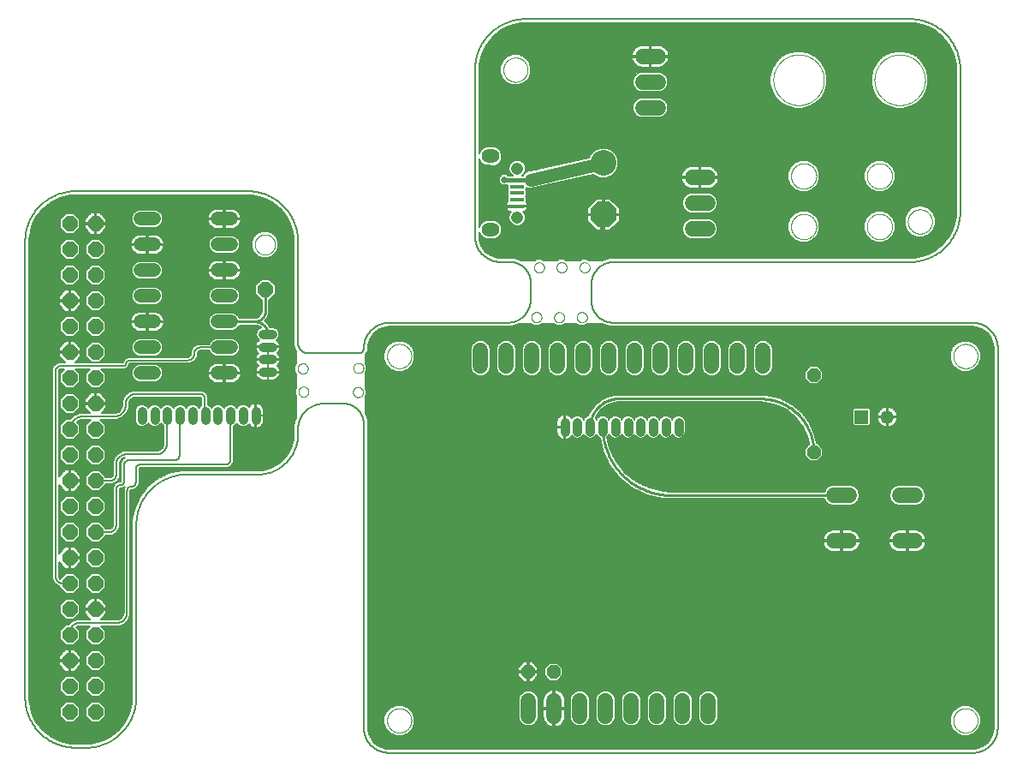
<source format=gtl>
G75*
%MOIN*%
%OFA0B0*%
%FSLAX25Y25*%
%IPPOS*%
%LPD*%
%AMOC8*
5,1,8,0,0,1.08239X$1,22.5*
%
%ADD10C,0.00000*%
%ADD11C,0.00600*%
%ADD12C,0.10000*%
%ADD13OC8,0.10000*%
%ADD14C,0.06000*%
%ADD15OC8,0.06000*%
%ADD16R,0.05512X0.01575*%
%ADD17C,0.05600*%
%ADD18C,0.04756*%
%ADD19C,0.05200*%
%ADD20C,0.03575*%
%ADD21R,0.05200X0.05200*%
%ADD22C,0.05200*%
%ADD23OC8,0.05200*%
%ADD24C,0.01200*%
%ADD25C,0.01600*%
%ADD26C,0.02578*%
%ADD27C,0.05000*%
%ADD28C,0.01000*%
%ADD29C,0.00787*%
D10*
X0173741Y0078859D02*
X0173743Y0078996D01*
X0173749Y0079134D01*
X0173759Y0079271D01*
X0173773Y0079407D01*
X0173791Y0079544D01*
X0173813Y0079679D01*
X0173839Y0079814D01*
X0173868Y0079948D01*
X0173902Y0080082D01*
X0173939Y0080214D01*
X0173981Y0080345D01*
X0174026Y0080475D01*
X0174075Y0080603D01*
X0174127Y0080730D01*
X0174184Y0080855D01*
X0174243Y0080979D01*
X0174307Y0081101D01*
X0174374Y0081221D01*
X0174444Y0081339D01*
X0174518Y0081455D01*
X0174595Y0081569D01*
X0174676Y0081680D01*
X0174759Y0081789D01*
X0174846Y0081896D01*
X0174936Y0081999D01*
X0175029Y0082101D01*
X0175125Y0082199D01*
X0175223Y0082295D01*
X0175325Y0082388D01*
X0175428Y0082478D01*
X0175535Y0082565D01*
X0175644Y0082648D01*
X0175755Y0082729D01*
X0175869Y0082806D01*
X0175985Y0082880D01*
X0176103Y0082950D01*
X0176223Y0083017D01*
X0176345Y0083081D01*
X0176469Y0083140D01*
X0176594Y0083197D01*
X0176721Y0083249D01*
X0176849Y0083298D01*
X0176979Y0083343D01*
X0177110Y0083385D01*
X0177242Y0083422D01*
X0177376Y0083456D01*
X0177510Y0083485D01*
X0177645Y0083511D01*
X0177780Y0083533D01*
X0177917Y0083551D01*
X0178053Y0083565D01*
X0178190Y0083575D01*
X0178328Y0083581D01*
X0178465Y0083583D01*
X0178602Y0083581D01*
X0178740Y0083575D01*
X0178877Y0083565D01*
X0179013Y0083551D01*
X0179150Y0083533D01*
X0179285Y0083511D01*
X0179420Y0083485D01*
X0179554Y0083456D01*
X0179688Y0083422D01*
X0179820Y0083385D01*
X0179951Y0083343D01*
X0180081Y0083298D01*
X0180209Y0083249D01*
X0180336Y0083197D01*
X0180461Y0083140D01*
X0180585Y0083081D01*
X0180707Y0083017D01*
X0180827Y0082950D01*
X0180945Y0082880D01*
X0181061Y0082806D01*
X0181175Y0082729D01*
X0181286Y0082648D01*
X0181395Y0082565D01*
X0181502Y0082478D01*
X0181605Y0082388D01*
X0181707Y0082295D01*
X0181805Y0082199D01*
X0181901Y0082101D01*
X0181994Y0081999D01*
X0182084Y0081896D01*
X0182171Y0081789D01*
X0182254Y0081680D01*
X0182335Y0081569D01*
X0182412Y0081455D01*
X0182486Y0081339D01*
X0182556Y0081221D01*
X0182623Y0081101D01*
X0182687Y0080979D01*
X0182746Y0080855D01*
X0182803Y0080730D01*
X0182855Y0080603D01*
X0182904Y0080475D01*
X0182949Y0080345D01*
X0182991Y0080214D01*
X0183028Y0080082D01*
X0183062Y0079948D01*
X0183091Y0079814D01*
X0183117Y0079679D01*
X0183139Y0079544D01*
X0183157Y0079407D01*
X0183171Y0079271D01*
X0183181Y0079134D01*
X0183187Y0078996D01*
X0183189Y0078859D01*
X0183187Y0078722D01*
X0183181Y0078584D01*
X0183171Y0078447D01*
X0183157Y0078311D01*
X0183139Y0078174D01*
X0183117Y0078039D01*
X0183091Y0077904D01*
X0183062Y0077770D01*
X0183028Y0077636D01*
X0182991Y0077504D01*
X0182949Y0077373D01*
X0182904Y0077243D01*
X0182855Y0077115D01*
X0182803Y0076988D01*
X0182746Y0076863D01*
X0182687Y0076739D01*
X0182623Y0076617D01*
X0182556Y0076497D01*
X0182486Y0076379D01*
X0182412Y0076263D01*
X0182335Y0076149D01*
X0182254Y0076038D01*
X0182171Y0075929D01*
X0182084Y0075822D01*
X0181994Y0075719D01*
X0181901Y0075617D01*
X0181805Y0075519D01*
X0181707Y0075423D01*
X0181605Y0075330D01*
X0181502Y0075240D01*
X0181395Y0075153D01*
X0181286Y0075070D01*
X0181175Y0074989D01*
X0181061Y0074912D01*
X0180945Y0074838D01*
X0180827Y0074768D01*
X0180707Y0074701D01*
X0180585Y0074637D01*
X0180461Y0074578D01*
X0180336Y0074521D01*
X0180209Y0074469D01*
X0180081Y0074420D01*
X0179951Y0074375D01*
X0179820Y0074333D01*
X0179688Y0074296D01*
X0179554Y0074262D01*
X0179420Y0074233D01*
X0179285Y0074207D01*
X0179150Y0074185D01*
X0179013Y0074167D01*
X0178877Y0074153D01*
X0178740Y0074143D01*
X0178602Y0074137D01*
X0178465Y0074135D01*
X0178328Y0074137D01*
X0178190Y0074143D01*
X0178053Y0074153D01*
X0177917Y0074167D01*
X0177780Y0074185D01*
X0177645Y0074207D01*
X0177510Y0074233D01*
X0177376Y0074262D01*
X0177242Y0074296D01*
X0177110Y0074333D01*
X0176979Y0074375D01*
X0176849Y0074420D01*
X0176721Y0074469D01*
X0176594Y0074521D01*
X0176469Y0074578D01*
X0176345Y0074637D01*
X0176223Y0074701D01*
X0176103Y0074768D01*
X0175985Y0074838D01*
X0175869Y0074912D01*
X0175755Y0074989D01*
X0175644Y0075070D01*
X0175535Y0075153D01*
X0175428Y0075240D01*
X0175325Y0075330D01*
X0175223Y0075423D01*
X0175125Y0075519D01*
X0175029Y0075617D01*
X0174936Y0075719D01*
X0174846Y0075822D01*
X0174759Y0075929D01*
X0174676Y0076038D01*
X0174595Y0076149D01*
X0174518Y0076263D01*
X0174444Y0076379D01*
X0174374Y0076497D01*
X0174307Y0076617D01*
X0174243Y0076739D01*
X0174184Y0076863D01*
X0174127Y0076988D01*
X0174075Y0077115D01*
X0174026Y0077243D01*
X0173981Y0077373D01*
X0173939Y0077504D01*
X0173902Y0077636D01*
X0173868Y0077770D01*
X0173839Y0077904D01*
X0173813Y0078039D01*
X0173791Y0078174D01*
X0173773Y0078311D01*
X0173759Y0078447D01*
X0173749Y0078584D01*
X0173743Y0078722D01*
X0173741Y0078859D01*
X0160446Y0206581D02*
X0160448Y0206669D01*
X0160454Y0206757D01*
X0160464Y0206845D01*
X0160478Y0206933D01*
X0160495Y0207019D01*
X0160517Y0207105D01*
X0160542Y0207189D01*
X0160572Y0207273D01*
X0160604Y0207355D01*
X0160641Y0207435D01*
X0160681Y0207514D01*
X0160725Y0207591D01*
X0160772Y0207666D01*
X0160822Y0207738D01*
X0160876Y0207809D01*
X0160932Y0207876D01*
X0160992Y0207942D01*
X0161054Y0208004D01*
X0161120Y0208064D01*
X0161187Y0208120D01*
X0161258Y0208174D01*
X0161330Y0208224D01*
X0161405Y0208271D01*
X0161482Y0208315D01*
X0161561Y0208355D01*
X0161641Y0208392D01*
X0161723Y0208424D01*
X0161807Y0208454D01*
X0161891Y0208479D01*
X0161977Y0208501D01*
X0162063Y0208518D01*
X0162151Y0208532D01*
X0162239Y0208542D01*
X0162327Y0208548D01*
X0162415Y0208550D01*
X0162503Y0208548D01*
X0162591Y0208542D01*
X0162679Y0208532D01*
X0162767Y0208518D01*
X0162853Y0208501D01*
X0162939Y0208479D01*
X0163023Y0208454D01*
X0163107Y0208424D01*
X0163189Y0208392D01*
X0163269Y0208355D01*
X0163348Y0208315D01*
X0163425Y0208271D01*
X0163500Y0208224D01*
X0163572Y0208174D01*
X0163643Y0208120D01*
X0163710Y0208064D01*
X0163776Y0208004D01*
X0163838Y0207942D01*
X0163898Y0207876D01*
X0163954Y0207809D01*
X0164008Y0207738D01*
X0164058Y0207666D01*
X0164105Y0207591D01*
X0164149Y0207514D01*
X0164189Y0207435D01*
X0164226Y0207355D01*
X0164258Y0207273D01*
X0164288Y0207189D01*
X0164313Y0207105D01*
X0164335Y0207019D01*
X0164352Y0206933D01*
X0164366Y0206845D01*
X0164376Y0206757D01*
X0164382Y0206669D01*
X0164384Y0206581D01*
X0164382Y0206493D01*
X0164376Y0206405D01*
X0164366Y0206317D01*
X0164352Y0206229D01*
X0164335Y0206143D01*
X0164313Y0206057D01*
X0164288Y0205973D01*
X0164258Y0205889D01*
X0164226Y0205807D01*
X0164189Y0205727D01*
X0164149Y0205648D01*
X0164105Y0205571D01*
X0164058Y0205496D01*
X0164008Y0205424D01*
X0163954Y0205353D01*
X0163898Y0205286D01*
X0163838Y0205220D01*
X0163776Y0205158D01*
X0163710Y0205098D01*
X0163643Y0205042D01*
X0163572Y0204988D01*
X0163500Y0204938D01*
X0163425Y0204891D01*
X0163348Y0204847D01*
X0163269Y0204807D01*
X0163189Y0204770D01*
X0163107Y0204738D01*
X0163023Y0204708D01*
X0162939Y0204683D01*
X0162853Y0204661D01*
X0162767Y0204644D01*
X0162679Y0204630D01*
X0162591Y0204620D01*
X0162503Y0204614D01*
X0162415Y0204612D01*
X0162327Y0204614D01*
X0162239Y0204620D01*
X0162151Y0204630D01*
X0162063Y0204644D01*
X0161977Y0204661D01*
X0161891Y0204683D01*
X0161807Y0204708D01*
X0161723Y0204738D01*
X0161641Y0204770D01*
X0161561Y0204807D01*
X0161482Y0204847D01*
X0161405Y0204891D01*
X0161330Y0204938D01*
X0161258Y0204988D01*
X0161187Y0205042D01*
X0161120Y0205098D01*
X0161054Y0205158D01*
X0160992Y0205220D01*
X0160932Y0205286D01*
X0160876Y0205353D01*
X0160822Y0205424D01*
X0160772Y0205496D01*
X0160725Y0205571D01*
X0160681Y0205648D01*
X0160641Y0205727D01*
X0160604Y0205807D01*
X0160572Y0205889D01*
X0160542Y0205973D01*
X0160517Y0206057D01*
X0160495Y0206143D01*
X0160478Y0206229D01*
X0160464Y0206317D01*
X0160454Y0206405D01*
X0160448Y0206493D01*
X0160446Y0206581D01*
X0160574Y0215967D02*
X0160576Y0216055D01*
X0160582Y0216143D01*
X0160592Y0216231D01*
X0160606Y0216319D01*
X0160623Y0216405D01*
X0160645Y0216491D01*
X0160670Y0216575D01*
X0160700Y0216659D01*
X0160732Y0216741D01*
X0160769Y0216821D01*
X0160809Y0216900D01*
X0160853Y0216977D01*
X0160900Y0217052D01*
X0160950Y0217124D01*
X0161004Y0217195D01*
X0161060Y0217262D01*
X0161120Y0217328D01*
X0161182Y0217390D01*
X0161248Y0217450D01*
X0161315Y0217506D01*
X0161386Y0217560D01*
X0161458Y0217610D01*
X0161533Y0217657D01*
X0161610Y0217701D01*
X0161689Y0217741D01*
X0161769Y0217778D01*
X0161851Y0217810D01*
X0161935Y0217840D01*
X0162019Y0217865D01*
X0162105Y0217887D01*
X0162191Y0217904D01*
X0162279Y0217918D01*
X0162367Y0217928D01*
X0162455Y0217934D01*
X0162543Y0217936D01*
X0162631Y0217934D01*
X0162719Y0217928D01*
X0162807Y0217918D01*
X0162895Y0217904D01*
X0162981Y0217887D01*
X0163067Y0217865D01*
X0163151Y0217840D01*
X0163235Y0217810D01*
X0163317Y0217778D01*
X0163397Y0217741D01*
X0163476Y0217701D01*
X0163553Y0217657D01*
X0163628Y0217610D01*
X0163700Y0217560D01*
X0163771Y0217506D01*
X0163838Y0217450D01*
X0163904Y0217390D01*
X0163966Y0217328D01*
X0164026Y0217262D01*
X0164082Y0217195D01*
X0164136Y0217124D01*
X0164186Y0217052D01*
X0164233Y0216977D01*
X0164277Y0216900D01*
X0164317Y0216821D01*
X0164354Y0216741D01*
X0164386Y0216659D01*
X0164416Y0216575D01*
X0164441Y0216491D01*
X0164463Y0216405D01*
X0164480Y0216319D01*
X0164494Y0216231D01*
X0164504Y0216143D01*
X0164510Y0216055D01*
X0164512Y0215967D01*
X0164510Y0215879D01*
X0164504Y0215791D01*
X0164494Y0215703D01*
X0164480Y0215615D01*
X0164463Y0215529D01*
X0164441Y0215443D01*
X0164416Y0215359D01*
X0164386Y0215275D01*
X0164354Y0215193D01*
X0164317Y0215113D01*
X0164277Y0215034D01*
X0164233Y0214957D01*
X0164186Y0214882D01*
X0164136Y0214810D01*
X0164082Y0214739D01*
X0164026Y0214672D01*
X0163966Y0214606D01*
X0163904Y0214544D01*
X0163838Y0214484D01*
X0163771Y0214428D01*
X0163700Y0214374D01*
X0163628Y0214324D01*
X0163553Y0214277D01*
X0163476Y0214233D01*
X0163397Y0214193D01*
X0163317Y0214156D01*
X0163235Y0214124D01*
X0163151Y0214094D01*
X0163067Y0214069D01*
X0162981Y0214047D01*
X0162895Y0214030D01*
X0162807Y0214016D01*
X0162719Y0214006D01*
X0162631Y0214000D01*
X0162543Y0213998D01*
X0162455Y0214000D01*
X0162367Y0214006D01*
X0162279Y0214016D01*
X0162191Y0214030D01*
X0162105Y0214047D01*
X0162019Y0214069D01*
X0161935Y0214094D01*
X0161851Y0214124D01*
X0161769Y0214156D01*
X0161689Y0214193D01*
X0161610Y0214233D01*
X0161533Y0214277D01*
X0161458Y0214324D01*
X0161386Y0214374D01*
X0161315Y0214428D01*
X0161248Y0214484D01*
X0161182Y0214544D01*
X0161120Y0214606D01*
X0161060Y0214672D01*
X0161004Y0214739D01*
X0160950Y0214810D01*
X0160900Y0214882D01*
X0160853Y0214957D01*
X0160809Y0215034D01*
X0160769Y0215113D01*
X0160732Y0215193D01*
X0160700Y0215275D01*
X0160670Y0215359D01*
X0160645Y0215443D01*
X0160623Y0215529D01*
X0160606Y0215615D01*
X0160592Y0215703D01*
X0160582Y0215791D01*
X0160576Y0215879D01*
X0160574Y0215967D01*
X0173741Y0220591D02*
X0173743Y0220728D01*
X0173749Y0220866D01*
X0173759Y0221003D01*
X0173773Y0221139D01*
X0173791Y0221276D01*
X0173813Y0221411D01*
X0173839Y0221546D01*
X0173868Y0221680D01*
X0173902Y0221814D01*
X0173939Y0221946D01*
X0173981Y0222077D01*
X0174026Y0222207D01*
X0174075Y0222335D01*
X0174127Y0222462D01*
X0174184Y0222587D01*
X0174243Y0222711D01*
X0174307Y0222833D01*
X0174374Y0222953D01*
X0174444Y0223071D01*
X0174518Y0223187D01*
X0174595Y0223301D01*
X0174676Y0223412D01*
X0174759Y0223521D01*
X0174846Y0223628D01*
X0174936Y0223731D01*
X0175029Y0223833D01*
X0175125Y0223931D01*
X0175223Y0224027D01*
X0175325Y0224120D01*
X0175428Y0224210D01*
X0175535Y0224297D01*
X0175644Y0224380D01*
X0175755Y0224461D01*
X0175869Y0224538D01*
X0175985Y0224612D01*
X0176103Y0224682D01*
X0176223Y0224749D01*
X0176345Y0224813D01*
X0176469Y0224872D01*
X0176594Y0224929D01*
X0176721Y0224981D01*
X0176849Y0225030D01*
X0176979Y0225075D01*
X0177110Y0225117D01*
X0177242Y0225154D01*
X0177376Y0225188D01*
X0177510Y0225217D01*
X0177645Y0225243D01*
X0177780Y0225265D01*
X0177917Y0225283D01*
X0178053Y0225297D01*
X0178190Y0225307D01*
X0178328Y0225313D01*
X0178465Y0225315D01*
X0178602Y0225313D01*
X0178740Y0225307D01*
X0178877Y0225297D01*
X0179013Y0225283D01*
X0179150Y0225265D01*
X0179285Y0225243D01*
X0179420Y0225217D01*
X0179554Y0225188D01*
X0179688Y0225154D01*
X0179820Y0225117D01*
X0179951Y0225075D01*
X0180081Y0225030D01*
X0180209Y0224981D01*
X0180336Y0224929D01*
X0180461Y0224872D01*
X0180585Y0224813D01*
X0180707Y0224749D01*
X0180827Y0224682D01*
X0180945Y0224612D01*
X0181061Y0224538D01*
X0181175Y0224461D01*
X0181286Y0224380D01*
X0181395Y0224297D01*
X0181502Y0224210D01*
X0181605Y0224120D01*
X0181707Y0224027D01*
X0181805Y0223931D01*
X0181901Y0223833D01*
X0181994Y0223731D01*
X0182084Y0223628D01*
X0182171Y0223521D01*
X0182254Y0223412D01*
X0182335Y0223301D01*
X0182412Y0223187D01*
X0182486Y0223071D01*
X0182556Y0222953D01*
X0182623Y0222833D01*
X0182687Y0222711D01*
X0182746Y0222587D01*
X0182803Y0222462D01*
X0182855Y0222335D01*
X0182904Y0222207D01*
X0182949Y0222077D01*
X0182991Y0221946D01*
X0183028Y0221814D01*
X0183062Y0221680D01*
X0183091Y0221546D01*
X0183117Y0221411D01*
X0183139Y0221276D01*
X0183157Y0221139D01*
X0183171Y0221003D01*
X0183181Y0220866D01*
X0183187Y0220728D01*
X0183189Y0220591D01*
X0183187Y0220454D01*
X0183181Y0220316D01*
X0183171Y0220179D01*
X0183157Y0220043D01*
X0183139Y0219906D01*
X0183117Y0219771D01*
X0183091Y0219636D01*
X0183062Y0219502D01*
X0183028Y0219368D01*
X0182991Y0219236D01*
X0182949Y0219105D01*
X0182904Y0218975D01*
X0182855Y0218847D01*
X0182803Y0218720D01*
X0182746Y0218595D01*
X0182687Y0218471D01*
X0182623Y0218349D01*
X0182556Y0218229D01*
X0182486Y0218111D01*
X0182412Y0217995D01*
X0182335Y0217881D01*
X0182254Y0217770D01*
X0182171Y0217661D01*
X0182084Y0217554D01*
X0181994Y0217451D01*
X0181901Y0217349D01*
X0181805Y0217251D01*
X0181707Y0217155D01*
X0181605Y0217062D01*
X0181502Y0216972D01*
X0181395Y0216885D01*
X0181286Y0216802D01*
X0181175Y0216721D01*
X0181061Y0216644D01*
X0180945Y0216570D01*
X0180827Y0216500D01*
X0180707Y0216433D01*
X0180585Y0216369D01*
X0180461Y0216310D01*
X0180336Y0216253D01*
X0180209Y0216201D01*
X0180081Y0216152D01*
X0179951Y0216107D01*
X0179820Y0216065D01*
X0179688Y0216028D01*
X0179554Y0215994D01*
X0179420Y0215965D01*
X0179285Y0215939D01*
X0179150Y0215917D01*
X0179013Y0215899D01*
X0178877Y0215885D01*
X0178740Y0215875D01*
X0178602Y0215869D01*
X0178465Y0215867D01*
X0178328Y0215869D01*
X0178190Y0215875D01*
X0178053Y0215885D01*
X0177917Y0215899D01*
X0177780Y0215917D01*
X0177645Y0215939D01*
X0177510Y0215965D01*
X0177376Y0215994D01*
X0177242Y0216028D01*
X0177110Y0216065D01*
X0176979Y0216107D01*
X0176849Y0216152D01*
X0176721Y0216201D01*
X0176594Y0216253D01*
X0176469Y0216310D01*
X0176345Y0216369D01*
X0176223Y0216433D01*
X0176103Y0216500D01*
X0175985Y0216570D01*
X0175869Y0216644D01*
X0175755Y0216721D01*
X0175644Y0216802D01*
X0175535Y0216885D01*
X0175428Y0216972D01*
X0175325Y0217062D01*
X0175223Y0217155D01*
X0175125Y0217251D01*
X0175029Y0217349D01*
X0174936Y0217451D01*
X0174846Y0217554D01*
X0174759Y0217661D01*
X0174676Y0217770D01*
X0174595Y0217881D01*
X0174518Y0217995D01*
X0174444Y0218111D01*
X0174374Y0218229D01*
X0174307Y0218349D01*
X0174243Y0218471D01*
X0174184Y0218595D01*
X0174127Y0218720D01*
X0174075Y0218847D01*
X0174026Y0218975D01*
X0173981Y0219105D01*
X0173939Y0219236D01*
X0173902Y0219368D01*
X0173868Y0219502D01*
X0173839Y0219636D01*
X0173813Y0219771D01*
X0173791Y0219906D01*
X0173773Y0220043D01*
X0173759Y0220179D01*
X0173749Y0220316D01*
X0173743Y0220454D01*
X0173741Y0220591D01*
X0138939Y0215776D02*
X0138941Y0215864D01*
X0138947Y0215952D01*
X0138957Y0216040D01*
X0138971Y0216128D01*
X0138988Y0216214D01*
X0139010Y0216300D01*
X0139035Y0216384D01*
X0139065Y0216468D01*
X0139097Y0216550D01*
X0139134Y0216630D01*
X0139174Y0216709D01*
X0139218Y0216786D01*
X0139265Y0216861D01*
X0139315Y0216933D01*
X0139369Y0217004D01*
X0139425Y0217071D01*
X0139485Y0217137D01*
X0139547Y0217199D01*
X0139613Y0217259D01*
X0139680Y0217315D01*
X0139751Y0217369D01*
X0139823Y0217419D01*
X0139898Y0217466D01*
X0139975Y0217510D01*
X0140054Y0217550D01*
X0140134Y0217587D01*
X0140216Y0217619D01*
X0140300Y0217649D01*
X0140384Y0217674D01*
X0140470Y0217696D01*
X0140556Y0217713D01*
X0140644Y0217727D01*
X0140732Y0217737D01*
X0140820Y0217743D01*
X0140908Y0217745D01*
X0140996Y0217743D01*
X0141084Y0217737D01*
X0141172Y0217727D01*
X0141260Y0217713D01*
X0141346Y0217696D01*
X0141432Y0217674D01*
X0141516Y0217649D01*
X0141600Y0217619D01*
X0141682Y0217587D01*
X0141762Y0217550D01*
X0141841Y0217510D01*
X0141918Y0217466D01*
X0141993Y0217419D01*
X0142065Y0217369D01*
X0142136Y0217315D01*
X0142203Y0217259D01*
X0142269Y0217199D01*
X0142331Y0217137D01*
X0142391Y0217071D01*
X0142447Y0217004D01*
X0142501Y0216933D01*
X0142551Y0216861D01*
X0142598Y0216786D01*
X0142642Y0216709D01*
X0142682Y0216630D01*
X0142719Y0216550D01*
X0142751Y0216468D01*
X0142781Y0216384D01*
X0142806Y0216300D01*
X0142828Y0216214D01*
X0142845Y0216128D01*
X0142859Y0216040D01*
X0142869Y0215952D01*
X0142875Y0215864D01*
X0142877Y0215776D01*
X0142875Y0215688D01*
X0142869Y0215600D01*
X0142859Y0215512D01*
X0142845Y0215424D01*
X0142828Y0215338D01*
X0142806Y0215252D01*
X0142781Y0215168D01*
X0142751Y0215084D01*
X0142719Y0215002D01*
X0142682Y0214922D01*
X0142642Y0214843D01*
X0142598Y0214766D01*
X0142551Y0214691D01*
X0142501Y0214619D01*
X0142447Y0214548D01*
X0142391Y0214481D01*
X0142331Y0214415D01*
X0142269Y0214353D01*
X0142203Y0214293D01*
X0142136Y0214237D01*
X0142065Y0214183D01*
X0141993Y0214133D01*
X0141918Y0214086D01*
X0141841Y0214042D01*
X0141762Y0214002D01*
X0141682Y0213965D01*
X0141600Y0213933D01*
X0141516Y0213903D01*
X0141432Y0213878D01*
X0141346Y0213856D01*
X0141260Y0213839D01*
X0141172Y0213825D01*
X0141084Y0213815D01*
X0140996Y0213809D01*
X0140908Y0213807D01*
X0140820Y0213809D01*
X0140732Y0213815D01*
X0140644Y0213825D01*
X0140556Y0213839D01*
X0140470Y0213856D01*
X0140384Y0213878D01*
X0140300Y0213903D01*
X0140216Y0213933D01*
X0140134Y0213965D01*
X0140054Y0214002D01*
X0139975Y0214042D01*
X0139898Y0214086D01*
X0139823Y0214133D01*
X0139751Y0214183D01*
X0139680Y0214237D01*
X0139613Y0214293D01*
X0139547Y0214353D01*
X0139485Y0214415D01*
X0139425Y0214481D01*
X0139369Y0214548D01*
X0139315Y0214619D01*
X0139265Y0214691D01*
X0139218Y0214766D01*
X0139174Y0214843D01*
X0139134Y0214922D01*
X0139097Y0215002D01*
X0139065Y0215084D01*
X0139035Y0215168D01*
X0139010Y0215252D01*
X0138988Y0215338D01*
X0138971Y0215424D01*
X0138957Y0215512D01*
X0138947Y0215600D01*
X0138941Y0215688D01*
X0138939Y0215776D01*
X0139194Y0206773D02*
X0139196Y0206861D01*
X0139202Y0206949D01*
X0139212Y0207037D01*
X0139226Y0207125D01*
X0139243Y0207211D01*
X0139265Y0207297D01*
X0139290Y0207381D01*
X0139320Y0207465D01*
X0139352Y0207547D01*
X0139389Y0207627D01*
X0139429Y0207706D01*
X0139473Y0207783D01*
X0139520Y0207858D01*
X0139570Y0207930D01*
X0139624Y0208001D01*
X0139680Y0208068D01*
X0139740Y0208134D01*
X0139802Y0208196D01*
X0139868Y0208256D01*
X0139935Y0208312D01*
X0140006Y0208366D01*
X0140078Y0208416D01*
X0140153Y0208463D01*
X0140230Y0208507D01*
X0140309Y0208547D01*
X0140389Y0208584D01*
X0140471Y0208616D01*
X0140555Y0208646D01*
X0140639Y0208671D01*
X0140725Y0208693D01*
X0140811Y0208710D01*
X0140899Y0208724D01*
X0140987Y0208734D01*
X0141075Y0208740D01*
X0141163Y0208742D01*
X0141251Y0208740D01*
X0141339Y0208734D01*
X0141427Y0208724D01*
X0141515Y0208710D01*
X0141601Y0208693D01*
X0141687Y0208671D01*
X0141771Y0208646D01*
X0141855Y0208616D01*
X0141937Y0208584D01*
X0142017Y0208547D01*
X0142096Y0208507D01*
X0142173Y0208463D01*
X0142248Y0208416D01*
X0142320Y0208366D01*
X0142391Y0208312D01*
X0142458Y0208256D01*
X0142524Y0208196D01*
X0142586Y0208134D01*
X0142646Y0208068D01*
X0142702Y0208001D01*
X0142756Y0207930D01*
X0142806Y0207858D01*
X0142853Y0207783D01*
X0142897Y0207706D01*
X0142937Y0207627D01*
X0142974Y0207547D01*
X0143006Y0207465D01*
X0143036Y0207381D01*
X0143061Y0207297D01*
X0143083Y0207211D01*
X0143100Y0207125D01*
X0143114Y0207037D01*
X0143124Y0206949D01*
X0143130Y0206861D01*
X0143132Y0206773D01*
X0143130Y0206685D01*
X0143124Y0206597D01*
X0143114Y0206509D01*
X0143100Y0206421D01*
X0143083Y0206335D01*
X0143061Y0206249D01*
X0143036Y0206165D01*
X0143006Y0206081D01*
X0142974Y0205999D01*
X0142937Y0205919D01*
X0142897Y0205840D01*
X0142853Y0205763D01*
X0142806Y0205688D01*
X0142756Y0205616D01*
X0142702Y0205545D01*
X0142646Y0205478D01*
X0142586Y0205412D01*
X0142524Y0205350D01*
X0142458Y0205290D01*
X0142391Y0205234D01*
X0142320Y0205180D01*
X0142248Y0205130D01*
X0142173Y0205083D01*
X0142096Y0205039D01*
X0142017Y0204999D01*
X0141937Y0204962D01*
X0141855Y0204930D01*
X0141771Y0204900D01*
X0141687Y0204875D01*
X0141601Y0204853D01*
X0141515Y0204836D01*
X0141427Y0204822D01*
X0141339Y0204812D01*
X0141251Y0204806D01*
X0141163Y0204804D01*
X0141075Y0204806D01*
X0140987Y0204812D01*
X0140899Y0204822D01*
X0140811Y0204836D01*
X0140725Y0204853D01*
X0140639Y0204875D01*
X0140555Y0204900D01*
X0140471Y0204930D01*
X0140389Y0204962D01*
X0140309Y0204999D01*
X0140230Y0205039D01*
X0140153Y0205083D01*
X0140078Y0205130D01*
X0140006Y0205180D01*
X0139935Y0205234D01*
X0139868Y0205290D01*
X0139802Y0205350D01*
X0139740Y0205412D01*
X0139680Y0205478D01*
X0139624Y0205545D01*
X0139570Y0205616D01*
X0139520Y0205688D01*
X0139473Y0205763D01*
X0139429Y0205840D01*
X0139389Y0205919D01*
X0139352Y0205999D01*
X0139320Y0206081D01*
X0139290Y0206165D01*
X0139265Y0206249D01*
X0139243Y0206335D01*
X0139226Y0206421D01*
X0139212Y0206509D01*
X0139202Y0206597D01*
X0139196Y0206685D01*
X0139194Y0206773D01*
X0122259Y0264014D02*
X0122261Y0264139D01*
X0122267Y0264264D01*
X0122277Y0264388D01*
X0122291Y0264512D01*
X0122308Y0264636D01*
X0122330Y0264759D01*
X0122356Y0264881D01*
X0122385Y0265003D01*
X0122418Y0265123D01*
X0122456Y0265242D01*
X0122496Y0265361D01*
X0122541Y0265477D01*
X0122589Y0265592D01*
X0122641Y0265706D01*
X0122697Y0265818D01*
X0122756Y0265928D01*
X0122818Y0266036D01*
X0122884Y0266143D01*
X0122953Y0266247D01*
X0123026Y0266348D01*
X0123101Y0266448D01*
X0123180Y0266545D01*
X0123262Y0266639D01*
X0123347Y0266731D01*
X0123434Y0266820D01*
X0123525Y0266906D01*
X0123618Y0266989D01*
X0123714Y0267070D01*
X0123812Y0267147D01*
X0123912Y0267221D01*
X0124015Y0267292D01*
X0124120Y0267359D01*
X0124228Y0267424D01*
X0124337Y0267484D01*
X0124448Y0267542D01*
X0124561Y0267595D01*
X0124675Y0267645D01*
X0124791Y0267692D01*
X0124908Y0267734D01*
X0125027Y0267773D01*
X0125147Y0267809D01*
X0125268Y0267840D01*
X0125390Y0267868D01*
X0125512Y0267891D01*
X0125636Y0267911D01*
X0125760Y0267927D01*
X0125884Y0267939D01*
X0126009Y0267947D01*
X0126134Y0267951D01*
X0126258Y0267951D01*
X0126383Y0267947D01*
X0126508Y0267939D01*
X0126632Y0267927D01*
X0126756Y0267911D01*
X0126880Y0267891D01*
X0127002Y0267868D01*
X0127124Y0267840D01*
X0127245Y0267809D01*
X0127365Y0267773D01*
X0127484Y0267734D01*
X0127601Y0267692D01*
X0127717Y0267645D01*
X0127831Y0267595D01*
X0127944Y0267542D01*
X0128055Y0267484D01*
X0128165Y0267424D01*
X0128272Y0267359D01*
X0128377Y0267292D01*
X0128480Y0267221D01*
X0128580Y0267147D01*
X0128678Y0267070D01*
X0128774Y0266989D01*
X0128867Y0266906D01*
X0128958Y0266820D01*
X0129045Y0266731D01*
X0129130Y0266639D01*
X0129212Y0266545D01*
X0129291Y0266448D01*
X0129366Y0266348D01*
X0129439Y0266247D01*
X0129508Y0266143D01*
X0129574Y0266036D01*
X0129636Y0265928D01*
X0129695Y0265818D01*
X0129751Y0265706D01*
X0129803Y0265592D01*
X0129851Y0265477D01*
X0129896Y0265361D01*
X0129936Y0265242D01*
X0129974Y0265123D01*
X0130007Y0265003D01*
X0130036Y0264881D01*
X0130062Y0264759D01*
X0130084Y0264636D01*
X0130101Y0264512D01*
X0130115Y0264388D01*
X0130125Y0264264D01*
X0130131Y0264139D01*
X0130133Y0264014D01*
X0130131Y0263889D01*
X0130125Y0263764D01*
X0130115Y0263640D01*
X0130101Y0263516D01*
X0130084Y0263392D01*
X0130062Y0263269D01*
X0130036Y0263147D01*
X0130007Y0263025D01*
X0129974Y0262905D01*
X0129936Y0262786D01*
X0129896Y0262667D01*
X0129851Y0262551D01*
X0129803Y0262436D01*
X0129751Y0262322D01*
X0129695Y0262210D01*
X0129636Y0262100D01*
X0129574Y0261992D01*
X0129508Y0261885D01*
X0129439Y0261781D01*
X0129366Y0261680D01*
X0129291Y0261580D01*
X0129212Y0261483D01*
X0129130Y0261389D01*
X0129045Y0261297D01*
X0128958Y0261208D01*
X0128867Y0261122D01*
X0128774Y0261039D01*
X0128678Y0260958D01*
X0128580Y0260881D01*
X0128480Y0260807D01*
X0128377Y0260736D01*
X0128272Y0260669D01*
X0128164Y0260604D01*
X0128055Y0260544D01*
X0127944Y0260486D01*
X0127831Y0260433D01*
X0127717Y0260383D01*
X0127601Y0260336D01*
X0127484Y0260294D01*
X0127365Y0260255D01*
X0127245Y0260219D01*
X0127124Y0260188D01*
X0127002Y0260160D01*
X0126880Y0260137D01*
X0126756Y0260117D01*
X0126632Y0260101D01*
X0126508Y0260089D01*
X0126383Y0260081D01*
X0126258Y0260077D01*
X0126134Y0260077D01*
X0126009Y0260081D01*
X0125884Y0260089D01*
X0125760Y0260101D01*
X0125636Y0260117D01*
X0125512Y0260137D01*
X0125390Y0260160D01*
X0125268Y0260188D01*
X0125147Y0260219D01*
X0125027Y0260255D01*
X0124908Y0260294D01*
X0124791Y0260336D01*
X0124675Y0260383D01*
X0124561Y0260433D01*
X0124448Y0260486D01*
X0124337Y0260544D01*
X0124227Y0260604D01*
X0124120Y0260669D01*
X0124015Y0260736D01*
X0123912Y0260807D01*
X0123812Y0260881D01*
X0123714Y0260958D01*
X0123618Y0261039D01*
X0123525Y0261122D01*
X0123434Y0261208D01*
X0123347Y0261297D01*
X0123262Y0261389D01*
X0123180Y0261483D01*
X0123101Y0261580D01*
X0123026Y0261680D01*
X0122953Y0261781D01*
X0122884Y0261885D01*
X0122818Y0261992D01*
X0122756Y0262100D01*
X0122697Y0262210D01*
X0122641Y0262322D01*
X0122589Y0262436D01*
X0122541Y0262551D01*
X0122496Y0262667D01*
X0122456Y0262786D01*
X0122418Y0262905D01*
X0122385Y0263025D01*
X0122356Y0263147D01*
X0122330Y0263269D01*
X0122308Y0263392D01*
X0122291Y0263516D01*
X0122277Y0263640D01*
X0122267Y0263764D01*
X0122261Y0263889D01*
X0122259Y0264014D01*
X0219017Y0332009D02*
X0219019Y0332146D01*
X0219025Y0332284D01*
X0219035Y0332421D01*
X0219049Y0332557D01*
X0219067Y0332694D01*
X0219089Y0332829D01*
X0219115Y0332964D01*
X0219144Y0333098D01*
X0219178Y0333232D01*
X0219215Y0333364D01*
X0219257Y0333495D01*
X0219302Y0333625D01*
X0219351Y0333753D01*
X0219403Y0333880D01*
X0219460Y0334005D01*
X0219519Y0334129D01*
X0219583Y0334251D01*
X0219650Y0334371D01*
X0219720Y0334489D01*
X0219794Y0334605D01*
X0219871Y0334719D01*
X0219952Y0334830D01*
X0220035Y0334939D01*
X0220122Y0335046D01*
X0220212Y0335149D01*
X0220305Y0335251D01*
X0220401Y0335349D01*
X0220499Y0335445D01*
X0220601Y0335538D01*
X0220704Y0335628D01*
X0220811Y0335715D01*
X0220920Y0335798D01*
X0221031Y0335879D01*
X0221145Y0335956D01*
X0221261Y0336030D01*
X0221379Y0336100D01*
X0221499Y0336167D01*
X0221621Y0336231D01*
X0221745Y0336290D01*
X0221870Y0336347D01*
X0221997Y0336399D01*
X0222125Y0336448D01*
X0222255Y0336493D01*
X0222386Y0336535D01*
X0222518Y0336572D01*
X0222652Y0336606D01*
X0222786Y0336635D01*
X0222921Y0336661D01*
X0223056Y0336683D01*
X0223193Y0336701D01*
X0223329Y0336715D01*
X0223466Y0336725D01*
X0223604Y0336731D01*
X0223741Y0336733D01*
X0223878Y0336731D01*
X0224016Y0336725D01*
X0224153Y0336715D01*
X0224289Y0336701D01*
X0224426Y0336683D01*
X0224561Y0336661D01*
X0224696Y0336635D01*
X0224830Y0336606D01*
X0224964Y0336572D01*
X0225096Y0336535D01*
X0225227Y0336493D01*
X0225357Y0336448D01*
X0225485Y0336399D01*
X0225612Y0336347D01*
X0225737Y0336290D01*
X0225861Y0336231D01*
X0225983Y0336167D01*
X0226103Y0336100D01*
X0226221Y0336030D01*
X0226337Y0335956D01*
X0226451Y0335879D01*
X0226562Y0335798D01*
X0226671Y0335715D01*
X0226778Y0335628D01*
X0226881Y0335538D01*
X0226983Y0335445D01*
X0227081Y0335349D01*
X0227177Y0335251D01*
X0227270Y0335149D01*
X0227360Y0335046D01*
X0227447Y0334939D01*
X0227530Y0334830D01*
X0227611Y0334719D01*
X0227688Y0334605D01*
X0227762Y0334489D01*
X0227832Y0334371D01*
X0227899Y0334251D01*
X0227963Y0334129D01*
X0228022Y0334005D01*
X0228079Y0333880D01*
X0228131Y0333753D01*
X0228180Y0333625D01*
X0228225Y0333495D01*
X0228267Y0333364D01*
X0228304Y0333232D01*
X0228338Y0333098D01*
X0228367Y0332964D01*
X0228393Y0332829D01*
X0228415Y0332694D01*
X0228433Y0332557D01*
X0228447Y0332421D01*
X0228457Y0332284D01*
X0228463Y0332146D01*
X0228465Y0332009D01*
X0228463Y0331872D01*
X0228457Y0331734D01*
X0228447Y0331597D01*
X0228433Y0331461D01*
X0228415Y0331324D01*
X0228393Y0331189D01*
X0228367Y0331054D01*
X0228338Y0330920D01*
X0228304Y0330786D01*
X0228267Y0330654D01*
X0228225Y0330523D01*
X0228180Y0330393D01*
X0228131Y0330265D01*
X0228079Y0330138D01*
X0228022Y0330013D01*
X0227963Y0329889D01*
X0227899Y0329767D01*
X0227832Y0329647D01*
X0227762Y0329529D01*
X0227688Y0329413D01*
X0227611Y0329299D01*
X0227530Y0329188D01*
X0227447Y0329079D01*
X0227360Y0328972D01*
X0227270Y0328869D01*
X0227177Y0328767D01*
X0227081Y0328669D01*
X0226983Y0328573D01*
X0226881Y0328480D01*
X0226778Y0328390D01*
X0226671Y0328303D01*
X0226562Y0328220D01*
X0226451Y0328139D01*
X0226337Y0328062D01*
X0226221Y0327988D01*
X0226103Y0327918D01*
X0225983Y0327851D01*
X0225861Y0327787D01*
X0225737Y0327728D01*
X0225612Y0327671D01*
X0225485Y0327619D01*
X0225357Y0327570D01*
X0225227Y0327525D01*
X0225096Y0327483D01*
X0224964Y0327446D01*
X0224830Y0327412D01*
X0224696Y0327383D01*
X0224561Y0327357D01*
X0224426Y0327335D01*
X0224289Y0327317D01*
X0224153Y0327303D01*
X0224016Y0327293D01*
X0223878Y0327287D01*
X0223741Y0327285D01*
X0223604Y0327287D01*
X0223466Y0327293D01*
X0223329Y0327303D01*
X0223193Y0327317D01*
X0223056Y0327335D01*
X0222921Y0327357D01*
X0222786Y0327383D01*
X0222652Y0327412D01*
X0222518Y0327446D01*
X0222386Y0327483D01*
X0222255Y0327525D01*
X0222125Y0327570D01*
X0221997Y0327619D01*
X0221870Y0327671D01*
X0221745Y0327728D01*
X0221621Y0327787D01*
X0221499Y0327851D01*
X0221379Y0327918D01*
X0221261Y0327988D01*
X0221145Y0328062D01*
X0221031Y0328139D01*
X0220920Y0328220D01*
X0220811Y0328303D01*
X0220704Y0328390D01*
X0220601Y0328480D01*
X0220499Y0328573D01*
X0220401Y0328669D01*
X0220305Y0328767D01*
X0220212Y0328869D01*
X0220122Y0328972D01*
X0220035Y0329079D01*
X0219952Y0329188D01*
X0219871Y0329299D01*
X0219794Y0329413D01*
X0219720Y0329529D01*
X0219650Y0329647D01*
X0219583Y0329767D01*
X0219519Y0329889D01*
X0219460Y0330013D01*
X0219403Y0330138D01*
X0219351Y0330265D01*
X0219302Y0330393D01*
X0219257Y0330523D01*
X0219215Y0330654D01*
X0219178Y0330786D01*
X0219144Y0330920D01*
X0219115Y0331054D01*
X0219089Y0331189D01*
X0219067Y0331324D01*
X0219049Y0331461D01*
X0219035Y0331597D01*
X0219025Y0331734D01*
X0219019Y0331872D01*
X0219017Y0332009D01*
X0230945Y0255094D02*
X0230947Y0255182D01*
X0230953Y0255270D01*
X0230963Y0255358D01*
X0230977Y0255446D01*
X0230994Y0255532D01*
X0231016Y0255618D01*
X0231041Y0255702D01*
X0231071Y0255786D01*
X0231103Y0255868D01*
X0231140Y0255948D01*
X0231180Y0256027D01*
X0231224Y0256104D01*
X0231271Y0256179D01*
X0231321Y0256251D01*
X0231375Y0256322D01*
X0231431Y0256389D01*
X0231491Y0256455D01*
X0231553Y0256517D01*
X0231619Y0256577D01*
X0231686Y0256633D01*
X0231757Y0256687D01*
X0231829Y0256737D01*
X0231904Y0256784D01*
X0231981Y0256828D01*
X0232060Y0256868D01*
X0232140Y0256905D01*
X0232222Y0256937D01*
X0232306Y0256967D01*
X0232390Y0256992D01*
X0232476Y0257014D01*
X0232562Y0257031D01*
X0232650Y0257045D01*
X0232738Y0257055D01*
X0232826Y0257061D01*
X0232914Y0257063D01*
X0233002Y0257061D01*
X0233090Y0257055D01*
X0233178Y0257045D01*
X0233266Y0257031D01*
X0233352Y0257014D01*
X0233438Y0256992D01*
X0233522Y0256967D01*
X0233606Y0256937D01*
X0233688Y0256905D01*
X0233768Y0256868D01*
X0233847Y0256828D01*
X0233924Y0256784D01*
X0233999Y0256737D01*
X0234071Y0256687D01*
X0234142Y0256633D01*
X0234209Y0256577D01*
X0234275Y0256517D01*
X0234337Y0256455D01*
X0234397Y0256389D01*
X0234453Y0256322D01*
X0234507Y0256251D01*
X0234557Y0256179D01*
X0234604Y0256104D01*
X0234648Y0256027D01*
X0234688Y0255948D01*
X0234725Y0255868D01*
X0234757Y0255786D01*
X0234787Y0255702D01*
X0234812Y0255618D01*
X0234834Y0255532D01*
X0234851Y0255446D01*
X0234865Y0255358D01*
X0234875Y0255270D01*
X0234881Y0255182D01*
X0234883Y0255094D01*
X0234881Y0255006D01*
X0234875Y0254918D01*
X0234865Y0254830D01*
X0234851Y0254742D01*
X0234834Y0254656D01*
X0234812Y0254570D01*
X0234787Y0254486D01*
X0234757Y0254402D01*
X0234725Y0254320D01*
X0234688Y0254240D01*
X0234648Y0254161D01*
X0234604Y0254084D01*
X0234557Y0254009D01*
X0234507Y0253937D01*
X0234453Y0253866D01*
X0234397Y0253799D01*
X0234337Y0253733D01*
X0234275Y0253671D01*
X0234209Y0253611D01*
X0234142Y0253555D01*
X0234071Y0253501D01*
X0233999Y0253451D01*
X0233924Y0253404D01*
X0233847Y0253360D01*
X0233768Y0253320D01*
X0233688Y0253283D01*
X0233606Y0253251D01*
X0233522Y0253221D01*
X0233438Y0253196D01*
X0233352Y0253174D01*
X0233266Y0253157D01*
X0233178Y0253143D01*
X0233090Y0253133D01*
X0233002Y0253127D01*
X0232914Y0253125D01*
X0232826Y0253127D01*
X0232738Y0253133D01*
X0232650Y0253143D01*
X0232562Y0253157D01*
X0232476Y0253174D01*
X0232390Y0253196D01*
X0232306Y0253221D01*
X0232222Y0253251D01*
X0232140Y0253283D01*
X0232060Y0253320D01*
X0231981Y0253360D01*
X0231904Y0253404D01*
X0231829Y0253451D01*
X0231757Y0253501D01*
X0231686Y0253555D01*
X0231619Y0253611D01*
X0231553Y0253671D01*
X0231491Y0253733D01*
X0231431Y0253799D01*
X0231375Y0253866D01*
X0231321Y0253937D01*
X0231271Y0254009D01*
X0231224Y0254084D01*
X0231180Y0254161D01*
X0231140Y0254240D01*
X0231103Y0254320D01*
X0231071Y0254402D01*
X0231041Y0254486D01*
X0231016Y0254570D01*
X0230994Y0254656D01*
X0230977Y0254742D01*
X0230963Y0254830D01*
X0230953Y0254918D01*
X0230947Y0255006D01*
X0230945Y0255094D01*
X0239714Y0255154D02*
X0239716Y0255242D01*
X0239722Y0255330D01*
X0239732Y0255418D01*
X0239746Y0255506D01*
X0239763Y0255592D01*
X0239785Y0255678D01*
X0239810Y0255762D01*
X0239840Y0255846D01*
X0239872Y0255928D01*
X0239909Y0256008D01*
X0239949Y0256087D01*
X0239993Y0256164D01*
X0240040Y0256239D01*
X0240090Y0256311D01*
X0240144Y0256382D01*
X0240200Y0256449D01*
X0240260Y0256515D01*
X0240322Y0256577D01*
X0240388Y0256637D01*
X0240455Y0256693D01*
X0240526Y0256747D01*
X0240598Y0256797D01*
X0240673Y0256844D01*
X0240750Y0256888D01*
X0240829Y0256928D01*
X0240909Y0256965D01*
X0240991Y0256997D01*
X0241075Y0257027D01*
X0241159Y0257052D01*
X0241245Y0257074D01*
X0241331Y0257091D01*
X0241419Y0257105D01*
X0241507Y0257115D01*
X0241595Y0257121D01*
X0241683Y0257123D01*
X0241771Y0257121D01*
X0241859Y0257115D01*
X0241947Y0257105D01*
X0242035Y0257091D01*
X0242121Y0257074D01*
X0242207Y0257052D01*
X0242291Y0257027D01*
X0242375Y0256997D01*
X0242457Y0256965D01*
X0242537Y0256928D01*
X0242616Y0256888D01*
X0242693Y0256844D01*
X0242768Y0256797D01*
X0242840Y0256747D01*
X0242911Y0256693D01*
X0242978Y0256637D01*
X0243044Y0256577D01*
X0243106Y0256515D01*
X0243166Y0256449D01*
X0243222Y0256382D01*
X0243276Y0256311D01*
X0243326Y0256239D01*
X0243373Y0256164D01*
X0243417Y0256087D01*
X0243457Y0256008D01*
X0243494Y0255928D01*
X0243526Y0255846D01*
X0243556Y0255762D01*
X0243581Y0255678D01*
X0243603Y0255592D01*
X0243620Y0255506D01*
X0243634Y0255418D01*
X0243644Y0255330D01*
X0243650Y0255242D01*
X0243652Y0255154D01*
X0243650Y0255066D01*
X0243644Y0254978D01*
X0243634Y0254890D01*
X0243620Y0254802D01*
X0243603Y0254716D01*
X0243581Y0254630D01*
X0243556Y0254546D01*
X0243526Y0254462D01*
X0243494Y0254380D01*
X0243457Y0254300D01*
X0243417Y0254221D01*
X0243373Y0254144D01*
X0243326Y0254069D01*
X0243276Y0253997D01*
X0243222Y0253926D01*
X0243166Y0253859D01*
X0243106Y0253793D01*
X0243044Y0253731D01*
X0242978Y0253671D01*
X0242911Y0253615D01*
X0242840Y0253561D01*
X0242768Y0253511D01*
X0242693Y0253464D01*
X0242616Y0253420D01*
X0242537Y0253380D01*
X0242457Y0253343D01*
X0242375Y0253311D01*
X0242291Y0253281D01*
X0242207Y0253256D01*
X0242121Y0253234D01*
X0242035Y0253217D01*
X0241947Y0253203D01*
X0241859Y0253193D01*
X0241771Y0253187D01*
X0241683Y0253185D01*
X0241595Y0253187D01*
X0241507Y0253193D01*
X0241419Y0253203D01*
X0241331Y0253217D01*
X0241245Y0253234D01*
X0241159Y0253256D01*
X0241075Y0253281D01*
X0240991Y0253311D01*
X0240909Y0253343D01*
X0240829Y0253380D01*
X0240750Y0253420D01*
X0240673Y0253464D01*
X0240598Y0253511D01*
X0240526Y0253561D01*
X0240455Y0253615D01*
X0240388Y0253671D01*
X0240322Y0253731D01*
X0240260Y0253793D01*
X0240200Y0253859D01*
X0240144Y0253926D01*
X0240090Y0253997D01*
X0240040Y0254069D01*
X0239993Y0254144D01*
X0239949Y0254221D01*
X0239909Y0254300D01*
X0239872Y0254380D01*
X0239840Y0254462D01*
X0239810Y0254546D01*
X0239785Y0254630D01*
X0239763Y0254716D01*
X0239746Y0254802D01*
X0239732Y0254890D01*
X0239722Y0254978D01*
X0239716Y0255066D01*
X0239714Y0255154D01*
X0248661Y0255094D02*
X0248663Y0255182D01*
X0248669Y0255270D01*
X0248679Y0255358D01*
X0248693Y0255446D01*
X0248710Y0255532D01*
X0248732Y0255618D01*
X0248757Y0255702D01*
X0248787Y0255786D01*
X0248819Y0255868D01*
X0248856Y0255948D01*
X0248896Y0256027D01*
X0248940Y0256104D01*
X0248987Y0256179D01*
X0249037Y0256251D01*
X0249091Y0256322D01*
X0249147Y0256389D01*
X0249207Y0256455D01*
X0249269Y0256517D01*
X0249335Y0256577D01*
X0249402Y0256633D01*
X0249473Y0256687D01*
X0249545Y0256737D01*
X0249620Y0256784D01*
X0249697Y0256828D01*
X0249776Y0256868D01*
X0249856Y0256905D01*
X0249938Y0256937D01*
X0250022Y0256967D01*
X0250106Y0256992D01*
X0250192Y0257014D01*
X0250278Y0257031D01*
X0250366Y0257045D01*
X0250454Y0257055D01*
X0250542Y0257061D01*
X0250630Y0257063D01*
X0250718Y0257061D01*
X0250806Y0257055D01*
X0250894Y0257045D01*
X0250982Y0257031D01*
X0251068Y0257014D01*
X0251154Y0256992D01*
X0251238Y0256967D01*
X0251322Y0256937D01*
X0251404Y0256905D01*
X0251484Y0256868D01*
X0251563Y0256828D01*
X0251640Y0256784D01*
X0251715Y0256737D01*
X0251787Y0256687D01*
X0251858Y0256633D01*
X0251925Y0256577D01*
X0251991Y0256517D01*
X0252053Y0256455D01*
X0252113Y0256389D01*
X0252169Y0256322D01*
X0252223Y0256251D01*
X0252273Y0256179D01*
X0252320Y0256104D01*
X0252364Y0256027D01*
X0252404Y0255948D01*
X0252441Y0255868D01*
X0252473Y0255786D01*
X0252503Y0255702D01*
X0252528Y0255618D01*
X0252550Y0255532D01*
X0252567Y0255446D01*
X0252581Y0255358D01*
X0252591Y0255270D01*
X0252597Y0255182D01*
X0252599Y0255094D01*
X0252597Y0255006D01*
X0252591Y0254918D01*
X0252581Y0254830D01*
X0252567Y0254742D01*
X0252550Y0254656D01*
X0252528Y0254570D01*
X0252503Y0254486D01*
X0252473Y0254402D01*
X0252441Y0254320D01*
X0252404Y0254240D01*
X0252364Y0254161D01*
X0252320Y0254084D01*
X0252273Y0254009D01*
X0252223Y0253937D01*
X0252169Y0253866D01*
X0252113Y0253799D01*
X0252053Y0253733D01*
X0251991Y0253671D01*
X0251925Y0253611D01*
X0251858Y0253555D01*
X0251787Y0253501D01*
X0251715Y0253451D01*
X0251640Y0253404D01*
X0251563Y0253360D01*
X0251484Y0253320D01*
X0251404Y0253283D01*
X0251322Y0253251D01*
X0251238Y0253221D01*
X0251154Y0253196D01*
X0251068Y0253174D01*
X0250982Y0253157D01*
X0250894Y0253143D01*
X0250806Y0253133D01*
X0250718Y0253127D01*
X0250630Y0253125D01*
X0250542Y0253127D01*
X0250454Y0253133D01*
X0250366Y0253143D01*
X0250278Y0253157D01*
X0250192Y0253174D01*
X0250106Y0253196D01*
X0250022Y0253221D01*
X0249938Y0253251D01*
X0249856Y0253283D01*
X0249776Y0253320D01*
X0249697Y0253360D01*
X0249620Y0253404D01*
X0249545Y0253451D01*
X0249473Y0253501D01*
X0249402Y0253555D01*
X0249335Y0253611D01*
X0249269Y0253671D01*
X0249207Y0253733D01*
X0249147Y0253799D01*
X0249091Y0253866D01*
X0249037Y0253937D01*
X0248987Y0254009D01*
X0248940Y0254084D01*
X0248896Y0254161D01*
X0248856Y0254240D01*
X0248819Y0254320D01*
X0248787Y0254402D01*
X0248757Y0254486D01*
X0248732Y0254570D01*
X0248710Y0254656D01*
X0248693Y0254742D01*
X0248679Y0254830D01*
X0248669Y0254918D01*
X0248663Y0255006D01*
X0248661Y0255094D01*
X0247636Y0235732D02*
X0247638Y0235820D01*
X0247644Y0235908D01*
X0247654Y0235996D01*
X0247668Y0236084D01*
X0247685Y0236170D01*
X0247707Y0236256D01*
X0247732Y0236340D01*
X0247762Y0236424D01*
X0247794Y0236506D01*
X0247831Y0236586D01*
X0247871Y0236665D01*
X0247915Y0236742D01*
X0247962Y0236817D01*
X0248012Y0236889D01*
X0248066Y0236960D01*
X0248122Y0237027D01*
X0248182Y0237093D01*
X0248244Y0237155D01*
X0248310Y0237215D01*
X0248377Y0237271D01*
X0248448Y0237325D01*
X0248520Y0237375D01*
X0248595Y0237422D01*
X0248672Y0237466D01*
X0248751Y0237506D01*
X0248831Y0237543D01*
X0248913Y0237575D01*
X0248997Y0237605D01*
X0249081Y0237630D01*
X0249167Y0237652D01*
X0249253Y0237669D01*
X0249341Y0237683D01*
X0249429Y0237693D01*
X0249517Y0237699D01*
X0249605Y0237701D01*
X0249693Y0237699D01*
X0249781Y0237693D01*
X0249869Y0237683D01*
X0249957Y0237669D01*
X0250043Y0237652D01*
X0250129Y0237630D01*
X0250213Y0237605D01*
X0250297Y0237575D01*
X0250379Y0237543D01*
X0250459Y0237506D01*
X0250538Y0237466D01*
X0250615Y0237422D01*
X0250690Y0237375D01*
X0250762Y0237325D01*
X0250833Y0237271D01*
X0250900Y0237215D01*
X0250966Y0237155D01*
X0251028Y0237093D01*
X0251088Y0237027D01*
X0251144Y0236960D01*
X0251198Y0236889D01*
X0251248Y0236817D01*
X0251295Y0236742D01*
X0251339Y0236665D01*
X0251379Y0236586D01*
X0251416Y0236506D01*
X0251448Y0236424D01*
X0251478Y0236340D01*
X0251503Y0236256D01*
X0251525Y0236170D01*
X0251542Y0236084D01*
X0251556Y0235996D01*
X0251566Y0235908D01*
X0251572Y0235820D01*
X0251574Y0235732D01*
X0251572Y0235644D01*
X0251566Y0235556D01*
X0251556Y0235468D01*
X0251542Y0235380D01*
X0251525Y0235294D01*
X0251503Y0235208D01*
X0251478Y0235124D01*
X0251448Y0235040D01*
X0251416Y0234958D01*
X0251379Y0234878D01*
X0251339Y0234799D01*
X0251295Y0234722D01*
X0251248Y0234647D01*
X0251198Y0234575D01*
X0251144Y0234504D01*
X0251088Y0234437D01*
X0251028Y0234371D01*
X0250966Y0234309D01*
X0250900Y0234249D01*
X0250833Y0234193D01*
X0250762Y0234139D01*
X0250690Y0234089D01*
X0250615Y0234042D01*
X0250538Y0233998D01*
X0250459Y0233958D01*
X0250379Y0233921D01*
X0250297Y0233889D01*
X0250213Y0233859D01*
X0250129Y0233834D01*
X0250043Y0233812D01*
X0249957Y0233795D01*
X0249869Y0233781D01*
X0249781Y0233771D01*
X0249693Y0233765D01*
X0249605Y0233763D01*
X0249517Y0233765D01*
X0249429Y0233771D01*
X0249341Y0233781D01*
X0249253Y0233795D01*
X0249167Y0233812D01*
X0249081Y0233834D01*
X0248997Y0233859D01*
X0248913Y0233889D01*
X0248831Y0233921D01*
X0248751Y0233958D01*
X0248672Y0233998D01*
X0248595Y0234042D01*
X0248520Y0234089D01*
X0248448Y0234139D01*
X0248377Y0234193D01*
X0248310Y0234249D01*
X0248244Y0234309D01*
X0248182Y0234371D01*
X0248122Y0234437D01*
X0248066Y0234504D01*
X0248012Y0234575D01*
X0247962Y0234647D01*
X0247915Y0234722D01*
X0247871Y0234799D01*
X0247831Y0234878D01*
X0247794Y0234958D01*
X0247762Y0235040D01*
X0247732Y0235124D01*
X0247707Y0235208D01*
X0247685Y0235294D01*
X0247668Y0235380D01*
X0247654Y0235468D01*
X0247644Y0235556D01*
X0247638Y0235644D01*
X0247636Y0235732D01*
X0238781Y0235704D02*
X0238783Y0235792D01*
X0238789Y0235880D01*
X0238799Y0235968D01*
X0238813Y0236056D01*
X0238830Y0236142D01*
X0238852Y0236228D01*
X0238877Y0236312D01*
X0238907Y0236396D01*
X0238939Y0236478D01*
X0238976Y0236558D01*
X0239016Y0236637D01*
X0239060Y0236714D01*
X0239107Y0236789D01*
X0239157Y0236861D01*
X0239211Y0236932D01*
X0239267Y0236999D01*
X0239327Y0237065D01*
X0239389Y0237127D01*
X0239455Y0237187D01*
X0239522Y0237243D01*
X0239593Y0237297D01*
X0239665Y0237347D01*
X0239740Y0237394D01*
X0239817Y0237438D01*
X0239896Y0237478D01*
X0239976Y0237515D01*
X0240058Y0237547D01*
X0240142Y0237577D01*
X0240226Y0237602D01*
X0240312Y0237624D01*
X0240398Y0237641D01*
X0240486Y0237655D01*
X0240574Y0237665D01*
X0240662Y0237671D01*
X0240750Y0237673D01*
X0240838Y0237671D01*
X0240926Y0237665D01*
X0241014Y0237655D01*
X0241102Y0237641D01*
X0241188Y0237624D01*
X0241274Y0237602D01*
X0241358Y0237577D01*
X0241442Y0237547D01*
X0241524Y0237515D01*
X0241604Y0237478D01*
X0241683Y0237438D01*
X0241760Y0237394D01*
X0241835Y0237347D01*
X0241907Y0237297D01*
X0241978Y0237243D01*
X0242045Y0237187D01*
X0242111Y0237127D01*
X0242173Y0237065D01*
X0242233Y0236999D01*
X0242289Y0236932D01*
X0242343Y0236861D01*
X0242393Y0236789D01*
X0242440Y0236714D01*
X0242484Y0236637D01*
X0242524Y0236558D01*
X0242561Y0236478D01*
X0242593Y0236396D01*
X0242623Y0236312D01*
X0242648Y0236228D01*
X0242670Y0236142D01*
X0242687Y0236056D01*
X0242701Y0235968D01*
X0242711Y0235880D01*
X0242717Y0235792D01*
X0242719Y0235704D01*
X0242717Y0235616D01*
X0242711Y0235528D01*
X0242701Y0235440D01*
X0242687Y0235352D01*
X0242670Y0235266D01*
X0242648Y0235180D01*
X0242623Y0235096D01*
X0242593Y0235012D01*
X0242561Y0234930D01*
X0242524Y0234850D01*
X0242484Y0234771D01*
X0242440Y0234694D01*
X0242393Y0234619D01*
X0242343Y0234547D01*
X0242289Y0234476D01*
X0242233Y0234409D01*
X0242173Y0234343D01*
X0242111Y0234281D01*
X0242045Y0234221D01*
X0241978Y0234165D01*
X0241907Y0234111D01*
X0241835Y0234061D01*
X0241760Y0234014D01*
X0241683Y0233970D01*
X0241604Y0233930D01*
X0241524Y0233893D01*
X0241442Y0233861D01*
X0241358Y0233831D01*
X0241274Y0233806D01*
X0241188Y0233784D01*
X0241102Y0233767D01*
X0241014Y0233753D01*
X0240926Y0233743D01*
X0240838Y0233737D01*
X0240750Y0233735D01*
X0240662Y0233737D01*
X0240574Y0233743D01*
X0240486Y0233753D01*
X0240398Y0233767D01*
X0240312Y0233784D01*
X0240226Y0233806D01*
X0240142Y0233831D01*
X0240058Y0233861D01*
X0239976Y0233893D01*
X0239896Y0233930D01*
X0239817Y0233970D01*
X0239740Y0234014D01*
X0239665Y0234061D01*
X0239593Y0234111D01*
X0239522Y0234165D01*
X0239455Y0234221D01*
X0239389Y0234281D01*
X0239327Y0234343D01*
X0239267Y0234409D01*
X0239211Y0234476D01*
X0239157Y0234547D01*
X0239107Y0234619D01*
X0239060Y0234694D01*
X0239016Y0234771D01*
X0238976Y0234850D01*
X0238939Y0234930D01*
X0238907Y0235012D01*
X0238877Y0235096D01*
X0238852Y0235180D01*
X0238830Y0235266D01*
X0238813Y0235352D01*
X0238799Y0235440D01*
X0238789Y0235528D01*
X0238783Y0235616D01*
X0238781Y0235704D01*
X0229919Y0235732D02*
X0229921Y0235820D01*
X0229927Y0235908D01*
X0229937Y0235996D01*
X0229951Y0236084D01*
X0229968Y0236170D01*
X0229990Y0236256D01*
X0230015Y0236340D01*
X0230045Y0236424D01*
X0230077Y0236506D01*
X0230114Y0236586D01*
X0230154Y0236665D01*
X0230198Y0236742D01*
X0230245Y0236817D01*
X0230295Y0236889D01*
X0230349Y0236960D01*
X0230405Y0237027D01*
X0230465Y0237093D01*
X0230527Y0237155D01*
X0230593Y0237215D01*
X0230660Y0237271D01*
X0230731Y0237325D01*
X0230803Y0237375D01*
X0230878Y0237422D01*
X0230955Y0237466D01*
X0231034Y0237506D01*
X0231114Y0237543D01*
X0231196Y0237575D01*
X0231280Y0237605D01*
X0231364Y0237630D01*
X0231450Y0237652D01*
X0231536Y0237669D01*
X0231624Y0237683D01*
X0231712Y0237693D01*
X0231800Y0237699D01*
X0231888Y0237701D01*
X0231976Y0237699D01*
X0232064Y0237693D01*
X0232152Y0237683D01*
X0232240Y0237669D01*
X0232326Y0237652D01*
X0232412Y0237630D01*
X0232496Y0237605D01*
X0232580Y0237575D01*
X0232662Y0237543D01*
X0232742Y0237506D01*
X0232821Y0237466D01*
X0232898Y0237422D01*
X0232973Y0237375D01*
X0233045Y0237325D01*
X0233116Y0237271D01*
X0233183Y0237215D01*
X0233249Y0237155D01*
X0233311Y0237093D01*
X0233371Y0237027D01*
X0233427Y0236960D01*
X0233481Y0236889D01*
X0233531Y0236817D01*
X0233578Y0236742D01*
X0233622Y0236665D01*
X0233662Y0236586D01*
X0233699Y0236506D01*
X0233731Y0236424D01*
X0233761Y0236340D01*
X0233786Y0236256D01*
X0233808Y0236170D01*
X0233825Y0236084D01*
X0233839Y0235996D01*
X0233849Y0235908D01*
X0233855Y0235820D01*
X0233857Y0235732D01*
X0233855Y0235644D01*
X0233849Y0235556D01*
X0233839Y0235468D01*
X0233825Y0235380D01*
X0233808Y0235294D01*
X0233786Y0235208D01*
X0233761Y0235124D01*
X0233731Y0235040D01*
X0233699Y0234958D01*
X0233662Y0234878D01*
X0233622Y0234799D01*
X0233578Y0234722D01*
X0233531Y0234647D01*
X0233481Y0234575D01*
X0233427Y0234504D01*
X0233371Y0234437D01*
X0233311Y0234371D01*
X0233249Y0234309D01*
X0233183Y0234249D01*
X0233116Y0234193D01*
X0233045Y0234139D01*
X0232973Y0234089D01*
X0232898Y0234042D01*
X0232821Y0233998D01*
X0232742Y0233958D01*
X0232662Y0233921D01*
X0232580Y0233889D01*
X0232496Y0233859D01*
X0232412Y0233834D01*
X0232326Y0233812D01*
X0232240Y0233795D01*
X0232152Y0233781D01*
X0232064Y0233771D01*
X0231976Y0233765D01*
X0231888Y0233763D01*
X0231800Y0233765D01*
X0231712Y0233771D01*
X0231624Y0233781D01*
X0231536Y0233795D01*
X0231450Y0233812D01*
X0231364Y0233834D01*
X0231280Y0233859D01*
X0231196Y0233889D01*
X0231114Y0233921D01*
X0231034Y0233958D01*
X0230955Y0233998D01*
X0230878Y0234042D01*
X0230803Y0234089D01*
X0230731Y0234139D01*
X0230660Y0234193D01*
X0230593Y0234249D01*
X0230527Y0234309D01*
X0230465Y0234371D01*
X0230405Y0234437D01*
X0230349Y0234504D01*
X0230295Y0234575D01*
X0230245Y0234647D01*
X0230198Y0234722D01*
X0230154Y0234799D01*
X0230114Y0234878D01*
X0230077Y0234958D01*
X0230045Y0235040D01*
X0230015Y0235124D01*
X0229990Y0235208D01*
X0229968Y0235294D01*
X0229951Y0235380D01*
X0229937Y0235468D01*
X0229927Y0235556D01*
X0229921Y0235644D01*
X0229919Y0235732D01*
X0331025Y0270985D02*
X0331027Y0271125D01*
X0331033Y0271265D01*
X0331043Y0271404D01*
X0331057Y0271543D01*
X0331075Y0271682D01*
X0331096Y0271820D01*
X0331122Y0271958D01*
X0331152Y0272095D01*
X0331185Y0272230D01*
X0331223Y0272365D01*
X0331264Y0272499D01*
X0331309Y0272632D01*
X0331357Y0272763D01*
X0331410Y0272892D01*
X0331466Y0273021D01*
X0331525Y0273147D01*
X0331589Y0273272D01*
X0331655Y0273395D01*
X0331726Y0273516D01*
X0331799Y0273635D01*
X0331876Y0273752D01*
X0331957Y0273866D01*
X0332040Y0273978D01*
X0332127Y0274088D01*
X0332217Y0274196D01*
X0332309Y0274300D01*
X0332405Y0274402D01*
X0332504Y0274502D01*
X0332605Y0274598D01*
X0332709Y0274692D01*
X0332816Y0274782D01*
X0332925Y0274869D01*
X0333037Y0274954D01*
X0333151Y0275035D01*
X0333267Y0275113D01*
X0333385Y0275187D01*
X0333506Y0275258D01*
X0333628Y0275326D01*
X0333753Y0275390D01*
X0333879Y0275451D01*
X0334006Y0275508D01*
X0334136Y0275561D01*
X0334267Y0275611D01*
X0334399Y0275656D01*
X0334532Y0275699D01*
X0334667Y0275737D01*
X0334802Y0275771D01*
X0334939Y0275802D01*
X0335076Y0275829D01*
X0335214Y0275851D01*
X0335353Y0275870D01*
X0335492Y0275885D01*
X0335631Y0275896D01*
X0335771Y0275903D01*
X0335911Y0275906D01*
X0336051Y0275905D01*
X0336191Y0275900D01*
X0336330Y0275891D01*
X0336470Y0275878D01*
X0336609Y0275861D01*
X0336747Y0275840D01*
X0336885Y0275816D01*
X0337022Y0275787D01*
X0337158Y0275755D01*
X0337293Y0275718D01*
X0337427Y0275678D01*
X0337560Y0275634D01*
X0337691Y0275586D01*
X0337821Y0275535D01*
X0337950Y0275480D01*
X0338077Y0275421D01*
X0338202Y0275358D01*
X0338325Y0275293D01*
X0338447Y0275223D01*
X0338566Y0275150D01*
X0338684Y0275074D01*
X0338799Y0274995D01*
X0338912Y0274912D01*
X0339022Y0274826D01*
X0339130Y0274737D01*
X0339235Y0274645D01*
X0339338Y0274550D01*
X0339438Y0274452D01*
X0339535Y0274352D01*
X0339629Y0274248D01*
X0339721Y0274142D01*
X0339809Y0274034D01*
X0339894Y0273923D01*
X0339976Y0273809D01*
X0340055Y0273693D01*
X0340130Y0273576D01*
X0340202Y0273456D01*
X0340270Y0273334D01*
X0340335Y0273210D01*
X0340397Y0273084D01*
X0340455Y0272957D01*
X0340509Y0272828D01*
X0340560Y0272697D01*
X0340606Y0272565D01*
X0340649Y0272432D01*
X0340689Y0272298D01*
X0340724Y0272163D01*
X0340756Y0272026D01*
X0340783Y0271889D01*
X0340807Y0271751D01*
X0340827Y0271613D01*
X0340843Y0271474D01*
X0340855Y0271334D01*
X0340863Y0271195D01*
X0340867Y0271055D01*
X0340867Y0270915D01*
X0340863Y0270775D01*
X0340855Y0270636D01*
X0340843Y0270496D01*
X0340827Y0270357D01*
X0340807Y0270219D01*
X0340783Y0270081D01*
X0340756Y0269944D01*
X0340724Y0269807D01*
X0340689Y0269672D01*
X0340649Y0269538D01*
X0340606Y0269405D01*
X0340560Y0269273D01*
X0340509Y0269142D01*
X0340455Y0269013D01*
X0340397Y0268886D01*
X0340335Y0268760D01*
X0340270Y0268636D01*
X0340202Y0268514D01*
X0340130Y0268394D01*
X0340055Y0268277D01*
X0339976Y0268161D01*
X0339894Y0268047D01*
X0339809Y0267936D01*
X0339721Y0267828D01*
X0339629Y0267722D01*
X0339535Y0267618D01*
X0339438Y0267518D01*
X0339338Y0267420D01*
X0339235Y0267325D01*
X0339130Y0267233D01*
X0339022Y0267144D01*
X0338912Y0267058D01*
X0338799Y0266975D01*
X0338684Y0266896D01*
X0338566Y0266820D01*
X0338447Y0266747D01*
X0338325Y0266677D01*
X0338202Y0266612D01*
X0338077Y0266549D01*
X0337950Y0266490D01*
X0337821Y0266435D01*
X0337691Y0266384D01*
X0337560Y0266336D01*
X0337427Y0266292D01*
X0337293Y0266252D01*
X0337158Y0266215D01*
X0337022Y0266183D01*
X0336885Y0266154D01*
X0336747Y0266130D01*
X0336609Y0266109D01*
X0336470Y0266092D01*
X0336330Y0266079D01*
X0336191Y0266070D01*
X0336051Y0266065D01*
X0335911Y0266064D01*
X0335771Y0266067D01*
X0335631Y0266074D01*
X0335492Y0266085D01*
X0335353Y0266100D01*
X0335214Y0266119D01*
X0335076Y0266141D01*
X0334939Y0266168D01*
X0334802Y0266199D01*
X0334667Y0266233D01*
X0334532Y0266271D01*
X0334399Y0266314D01*
X0334267Y0266359D01*
X0334136Y0266409D01*
X0334006Y0266462D01*
X0333879Y0266519D01*
X0333753Y0266580D01*
X0333628Y0266644D01*
X0333506Y0266712D01*
X0333385Y0266783D01*
X0333267Y0266857D01*
X0333151Y0266935D01*
X0333037Y0267016D01*
X0332925Y0267101D01*
X0332816Y0267188D01*
X0332709Y0267278D01*
X0332605Y0267372D01*
X0332504Y0267468D01*
X0332405Y0267568D01*
X0332309Y0267670D01*
X0332217Y0267774D01*
X0332127Y0267882D01*
X0332040Y0267992D01*
X0331957Y0268104D01*
X0331876Y0268218D01*
X0331799Y0268335D01*
X0331726Y0268454D01*
X0331655Y0268575D01*
X0331589Y0268698D01*
X0331525Y0268823D01*
X0331466Y0268949D01*
X0331410Y0269078D01*
X0331357Y0269207D01*
X0331309Y0269338D01*
X0331264Y0269471D01*
X0331223Y0269605D01*
X0331185Y0269740D01*
X0331152Y0269875D01*
X0331122Y0270012D01*
X0331096Y0270150D01*
X0331075Y0270288D01*
X0331057Y0270427D01*
X0331043Y0270566D01*
X0331033Y0270705D01*
X0331027Y0270845D01*
X0331025Y0270985D01*
X0331025Y0290670D02*
X0331027Y0290810D01*
X0331033Y0290950D01*
X0331043Y0291089D01*
X0331057Y0291228D01*
X0331075Y0291367D01*
X0331096Y0291505D01*
X0331122Y0291643D01*
X0331152Y0291780D01*
X0331185Y0291915D01*
X0331223Y0292050D01*
X0331264Y0292184D01*
X0331309Y0292317D01*
X0331357Y0292448D01*
X0331410Y0292577D01*
X0331466Y0292706D01*
X0331525Y0292832D01*
X0331589Y0292957D01*
X0331655Y0293080D01*
X0331726Y0293201D01*
X0331799Y0293320D01*
X0331876Y0293437D01*
X0331957Y0293551D01*
X0332040Y0293663D01*
X0332127Y0293773D01*
X0332217Y0293881D01*
X0332309Y0293985D01*
X0332405Y0294087D01*
X0332504Y0294187D01*
X0332605Y0294283D01*
X0332709Y0294377D01*
X0332816Y0294467D01*
X0332925Y0294554D01*
X0333037Y0294639D01*
X0333151Y0294720D01*
X0333267Y0294798D01*
X0333385Y0294872D01*
X0333506Y0294943D01*
X0333628Y0295011D01*
X0333753Y0295075D01*
X0333879Y0295136D01*
X0334006Y0295193D01*
X0334136Y0295246D01*
X0334267Y0295296D01*
X0334399Y0295341D01*
X0334532Y0295384D01*
X0334667Y0295422D01*
X0334802Y0295456D01*
X0334939Y0295487D01*
X0335076Y0295514D01*
X0335214Y0295536D01*
X0335353Y0295555D01*
X0335492Y0295570D01*
X0335631Y0295581D01*
X0335771Y0295588D01*
X0335911Y0295591D01*
X0336051Y0295590D01*
X0336191Y0295585D01*
X0336330Y0295576D01*
X0336470Y0295563D01*
X0336609Y0295546D01*
X0336747Y0295525D01*
X0336885Y0295501D01*
X0337022Y0295472D01*
X0337158Y0295440D01*
X0337293Y0295403D01*
X0337427Y0295363D01*
X0337560Y0295319D01*
X0337691Y0295271D01*
X0337821Y0295220D01*
X0337950Y0295165D01*
X0338077Y0295106D01*
X0338202Y0295043D01*
X0338325Y0294978D01*
X0338447Y0294908D01*
X0338566Y0294835D01*
X0338684Y0294759D01*
X0338799Y0294680D01*
X0338912Y0294597D01*
X0339022Y0294511D01*
X0339130Y0294422D01*
X0339235Y0294330D01*
X0339338Y0294235D01*
X0339438Y0294137D01*
X0339535Y0294037D01*
X0339629Y0293933D01*
X0339721Y0293827D01*
X0339809Y0293719D01*
X0339894Y0293608D01*
X0339976Y0293494D01*
X0340055Y0293378D01*
X0340130Y0293261D01*
X0340202Y0293141D01*
X0340270Y0293019D01*
X0340335Y0292895D01*
X0340397Y0292769D01*
X0340455Y0292642D01*
X0340509Y0292513D01*
X0340560Y0292382D01*
X0340606Y0292250D01*
X0340649Y0292117D01*
X0340689Y0291983D01*
X0340724Y0291848D01*
X0340756Y0291711D01*
X0340783Y0291574D01*
X0340807Y0291436D01*
X0340827Y0291298D01*
X0340843Y0291159D01*
X0340855Y0291019D01*
X0340863Y0290880D01*
X0340867Y0290740D01*
X0340867Y0290600D01*
X0340863Y0290460D01*
X0340855Y0290321D01*
X0340843Y0290181D01*
X0340827Y0290042D01*
X0340807Y0289904D01*
X0340783Y0289766D01*
X0340756Y0289629D01*
X0340724Y0289492D01*
X0340689Y0289357D01*
X0340649Y0289223D01*
X0340606Y0289090D01*
X0340560Y0288958D01*
X0340509Y0288827D01*
X0340455Y0288698D01*
X0340397Y0288571D01*
X0340335Y0288445D01*
X0340270Y0288321D01*
X0340202Y0288199D01*
X0340130Y0288079D01*
X0340055Y0287962D01*
X0339976Y0287846D01*
X0339894Y0287732D01*
X0339809Y0287621D01*
X0339721Y0287513D01*
X0339629Y0287407D01*
X0339535Y0287303D01*
X0339438Y0287203D01*
X0339338Y0287105D01*
X0339235Y0287010D01*
X0339130Y0286918D01*
X0339022Y0286829D01*
X0338912Y0286743D01*
X0338799Y0286660D01*
X0338684Y0286581D01*
X0338566Y0286505D01*
X0338447Y0286432D01*
X0338325Y0286362D01*
X0338202Y0286297D01*
X0338077Y0286234D01*
X0337950Y0286175D01*
X0337821Y0286120D01*
X0337691Y0286069D01*
X0337560Y0286021D01*
X0337427Y0285977D01*
X0337293Y0285937D01*
X0337158Y0285900D01*
X0337022Y0285868D01*
X0336885Y0285839D01*
X0336747Y0285815D01*
X0336609Y0285794D01*
X0336470Y0285777D01*
X0336330Y0285764D01*
X0336191Y0285755D01*
X0336051Y0285750D01*
X0335911Y0285749D01*
X0335771Y0285752D01*
X0335631Y0285759D01*
X0335492Y0285770D01*
X0335353Y0285785D01*
X0335214Y0285804D01*
X0335076Y0285826D01*
X0334939Y0285853D01*
X0334802Y0285884D01*
X0334667Y0285918D01*
X0334532Y0285956D01*
X0334399Y0285999D01*
X0334267Y0286044D01*
X0334136Y0286094D01*
X0334006Y0286147D01*
X0333879Y0286204D01*
X0333753Y0286265D01*
X0333628Y0286329D01*
X0333506Y0286397D01*
X0333385Y0286468D01*
X0333267Y0286542D01*
X0333151Y0286620D01*
X0333037Y0286701D01*
X0332925Y0286786D01*
X0332816Y0286873D01*
X0332709Y0286963D01*
X0332605Y0287057D01*
X0332504Y0287153D01*
X0332405Y0287253D01*
X0332309Y0287355D01*
X0332217Y0287459D01*
X0332127Y0287567D01*
X0332040Y0287677D01*
X0331957Y0287789D01*
X0331876Y0287903D01*
X0331799Y0288020D01*
X0331726Y0288139D01*
X0331655Y0288260D01*
X0331589Y0288383D01*
X0331525Y0288508D01*
X0331466Y0288634D01*
X0331410Y0288763D01*
X0331357Y0288892D01*
X0331309Y0289023D01*
X0331264Y0289156D01*
X0331223Y0289290D01*
X0331185Y0289425D01*
X0331152Y0289560D01*
X0331122Y0289697D01*
X0331096Y0289835D01*
X0331075Y0289973D01*
X0331057Y0290112D01*
X0331043Y0290251D01*
X0331033Y0290390D01*
X0331027Y0290530D01*
X0331025Y0290670D01*
X0360552Y0290670D02*
X0360554Y0290810D01*
X0360560Y0290950D01*
X0360570Y0291089D01*
X0360584Y0291228D01*
X0360602Y0291367D01*
X0360623Y0291505D01*
X0360649Y0291643D01*
X0360679Y0291780D01*
X0360712Y0291915D01*
X0360750Y0292050D01*
X0360791Y0292184D01*
X0360836Y0292317D01*
X0360884Y0292448D01*
X0360937Y0292577D01*
X0360993Y0292706D01*
X0361052Y0292832D01*
X0361116Y0292957D01*
X0361182Y0293080D01*
X0361253Y0293201D01*
X0361326Y0293320D01*
X0361403Y0293437D01*
X0361484Y0293551D01*
X0361567Y0293663D01*
X0361654Y0293773D01*
X0361744Y0293881D01*
X0361836Y0293985D01*
X0361932Y0294087D01*
X0362031Y0294187D01*
X0362132Y0294283D01*
X0362236Y0294377D01*
X0362343Y0294467D01*
X0362452Y0294554D01*
X0362564Y0294639D01*
X0362678Y0294720D01*
X0362794Y0294798D01*
X0362912Y0294872D01*
X0363033Y0294943D01*
X0363155Y0295011D01*
X0363280Y0295075D01*
X0363406Y0295136D01*
X0363533Y0295193D01*
X0363663Y0295246D01*
X0363794Y0295296D01*
X0363926Y0295341D01*
X0364059Y0295384D01*
X0364194Y0295422D01*
X0364329Y0295456D01*
X0364466Y0295487D01*
X0364603Y0295514D01*
X0364741Y0295536D01*
X0364880Y0295555D01*
X0365019Y0295570D01*
X0365158Y0295581D01*
X0365298Y0295588D01*
X0365438Y0295591D01*
X0365578Y0295590D01*
X0365718Y0295585D01*
X0365857Y0295576D01*
X0365997Y0295563D01*
X0366136Y0295546D01*
X0366274Y0295525D01*
X0366412Y0295501D01*
X0366549Y0295472D01*
X0366685Y0295440D01*
X0366820Y0295403D01*
X0366954Y0295363D01*
X0367087Y0295319D01*
X0367218Y0295271D01*
X0367348Y0295220D01*
X0367477Y0295165D01*
X0367604Y0295106D01*
X0367729Y0295043D01*
X0367852Y0294978D01*
X0367974Y0294908D01*
X0368093Y0294835D01*
X0368211Y0294759D01*
X0368326Y0294680D01*
X0368439Y0294597D01*
X0368549Y0294511D01*
X0368657Y0294422D01*
X0368762Y0294330D01*
X0368865Y0294235D01*
X0368965Y0294137D01*
X0369062Y0294037D01*
X0369156Y0293933D01*
X0369248Y0293827D01*
X0369336Y0293719D01*
X0369421Y0293608D01*
X0369503Y0293494D01*
X0369582Y0293378D01*
X0369657Y0293261D01*
X0369729Y0293141D01*
X0369797Y0293019D01*
X0369862Y0292895D01*
X0369924Y0292769D01*
X0369982Y0292642D01*
X0370036Y0292513D01*
X0370087Y0292382D01*
X0370133Y0292250D01*
X0370176Y0292117D01*
X0370216Y0291983D01*
X0370251Y0291848D01*
X0370283Y0291711D01*
X0370310Y0291574D01*
X0370334Y0291436D01*
X0370354Y0291298D01*
X0370370Y0291159D01*
X0370382Y0291019D01*
X0370390Y0290880D01*
X0370394Y0290740D01*
X0370394Y0290600D01*
X0370390Y0290460D01*
X0370382Y0290321D01*
X0370370Y0290181D01*
X0370354Y0290042D01*
X0370334Y0289904D01*
X0370310Y0289766D01*
X0370283Y0289629D01*
X0370251Y0289492D01*
X0370216Y0289357D01*
X0370176Y0289223D01*
X0370133Y0289090D01*
X0370087Y0288958D01*
X0370036Y0288827D01*
X0369982Y0288698D01*
X0369924Y0288571D01*
X0369862Y0288445D01*
X0369797Y0288321D01*
X0369729Y0288199D01*
X0369657Y0288079D01*
X0369582Y0287962D01*
X0369503Y0287846D01*
X0369421Y0287732D01*
X0369336Y0287621D01*
X0369248Y0287513D01*
X0369156Y0287407D01*
X0369062Y0287303D01*
X0368965Y0287203D01*
X0368865Y0287105D01*
X0368762Y0287010D01*
X0368657Y0286918D01*
X0368549Y0286829D01*
X0368439Y0286743D01*
X0368326Y0286660D01*
X0368211Y0286581D01*
X0368093Y0286505D01*
X0367974Y0286432D01*
X0367852Y0286362D01*
X0367729Y0286297D01*
X0367604Y0286234D01*
X0367477Y0286175D01*
X0367348Y0286120D01*
X0367218Y0286069D01*
X0367087Y0286021D01*
X0366954Y0285977D01*
X0366820Y0285937D01*
X0366685Y0285900D01*
X0366549Y0285868D01*
X0366412Y0285839D01*
X0366274Y0285815D01*
X0366136Y0285794D01*
X0365997Y0285777D01*
X0365857Y0285764D01*
X0365718Y0285755D01*
X0365578Y0285750D01*
X0365438Y0285749D01*
X0365298Y0285752D01*
X0365158Y0285759D01*
X0365019Y0285770D01*
X0364880Y0285785D01*
X0364741Y0285804D01*
X0364603Y0285826D01*
X0364466Y0285853D01*
X0364329Y0285884D01*
X0364194Y0285918D01*
X0364059Y0285956D01*
X0363926Y0285999D01*
X0363794Y0286044D01*
X0363663Y0286094D01*
X0363533Y0286147D01*
X0363406Y0286204D01*
X0363280Y0286265D01*
X0363155Y0286329D01*
X0363033Y0286397D01*
X0362912Y0286468D01*
X0362794Y0286542D01*
X0362678Y0286620D01*
X0362564Y0286701D01*
X0362452Y0286786D01*
X0362343Y0286873D01*
X0362236Y0286963D01*
X0362132Y0287057D01*
X0362031Y0287153D01*
X0361932Y0287253D01*
X0361836Y0287355D01*
X0361744Y0287459D01*
X0361654Y0287567D01*
X0361567Y0287677D01*
X0361484Y0287789D01*
X0361403Y0287903D01*
X0361326Y0288020D01*
X0361253Y0288139D01*
X0361182Y0288260D01*
X0361116Y0288383D01*
X0361052Y0288508D01*
X0360993Y0288634D01*
X0360937Y0288763D01*
X0360884Y0288892D01*
X0360836Y0289023D01*
X0360791Y0289156D01*
X0360750Y0289290D01*
X0360712Y0289425D01*
X0360679Y0289560D01*
X0360649Y0289697D01*
X0360623Y0289835D01*
X0360602Y0289973D01*
X0360584Y0290112D01*
X0360570Y0290251D01*
X0360560Y0290390D01*
X0360554Y0290530D01*
X0360552Y0290670D01*
X0360552Y0270985D02*
X0360554Y0271125D01*
X0360560Y0271265D01*
X0360570Y0271404D01*
X0360584Y0271543D01*
X0360602Y0271682D01*
X0360623Y0271820D01*
X0360649Y0271958D01*
X0360679Y0272095D01*
X0360712Y0272230D01*
X0360750Y0272365D01*
X0360791Y0272499D01*
X0360836Y0272632D01*
X0360884Y0272763D01*
X0360937Y0272892D01*
X0360993Y0273021D01*
X0361052Y0273147D01*
X0361116Y0273272D01*
X0361182Y0273395D01*
X0361253Y0273516D01*
X0361326Y0273635D01*
X0361403Y0273752D01*
X0361484Y0273866D01*
X0361567Y0273978D01*
X0361654Y0274088D01*
X0361744Y0274196D01*
X0361836Y0274300D01*
X0361932Y0274402D01*
X0362031Y0274502D01*
X0362132Y0274598D01*
X0362236Y0274692D01*
X0362343Y0274782D01*
X0362452Y0274869D01*
X0362564Y0274954D01*
X0362678Y0275035D01*
X0362794Y0275113D01*
X0362912Y0275187D01*
X0363033Y0275258D01*
X0363155Y0275326D01*
X0363280Y0275390D01*
X0363406Y0275451D01*
X0363533Y0275508D01*
X0363663Y0275561D01*
X0363794Y0275611D01*
X0363926Y0275656D01*
X0364059Y0275699D01*
X0364194Y0275737D01*
X0364329Y0275771D01*
X0364466Y0275802D01*
X0364603Y0275829D01*
X0364741Y0275851D01*
X0364880Y0275870D01*
X0365019Y0275885D01*
X0365158Y0275896D01*
X0365298Y0275903D01*
X0365438Y0275906D01*
X0365578Y0275905D01*
X0365718Y0275900D01*
X0365857Y0275891D01*
X0365997Y0275878D01*
X0366136Y0275861D01*
X0366274Y0275840D01*
X0366412Y0275816D01*
X0366549Y0275787D01*
X0366685Y0275755D01*
X0366820Y0275718D01*
X0366954Y0275678D01*
X0367087Y0275634D01*
X0367218Y0275586D01*
X0367348Y0275535D01*
X0367477Y0275480D01*
X0367604Y0275421D01*
X0367729Y0275358D01*
X0367852Y0275293D01*
X0367974Y0275223D01*
X0368093Y0275150D01*
X0368211Y0275074D01*
X0368326Y0274995D01*
X0368439Y0274912D01*
X0368549Y0274826D01*
X0368657Y0274737D01*
X0368762Y0274645D01*
X0368865Y0274550D01*
X0368965Y0274452D01*
X0369062Y0274352D01*
X0369156Y0274248D01*
X0369248Y0274142D01*
X0369336Y0274034D01*
X0369421Y0273923D01*
X0369503Y0273809D01*
X0369582Y0273693D01*
X0369657Y0273576D01*
X0369729Y0273456D01*
X0369797Y0273334D01*
X0369862Y0273210D01*
X0369924Y0273084D01*
X0369982Y0272957D01*
X0370036Y0272828D01*
X0370087Y0272697D01*
X0370133Y0272565D01*
X0370176Y0272432D01*
X0370216Y0272298D01*
X0370251Y0272163D01*
X0370283Y0272026D01*
X0370310Y0271889D01*
X0370334Y0271751D01*
X0370354Y0271613D01*
X0370370Y0271474D01*
X0370382Y0271334D01*
X0370390Y0271195D01*
X0370394Y0271055D01*
X0370394Y0270915D01*
X0370390Y0270775D01*
X0370382Y0270636D01*
X0370370Y0270496D01*
X0370354Y0270357D01*
X0370334Y0270219D01*
X0370310Y0270081D01*
X0370283Y0269944D01*
X0370251Y0269807D01*
X0370216Y0269672D01*
X0370176Y0269538D01*
X0370133Y0269405D01*
X0370087Y0269273D01*
X0370036Y0269142D01*
X0369982Y0269013D01*
X0369924Y0268886D01*
X0369862Y0268760D01*
X0369797Y0268636D01*
X0369729Y0268514D01*
X0369657Y0268394D01*
X0369582Y0268277D01*
X0369503Y0268161D01*
X0369421Y0268047D01*
X0369336Y0267936D01*
X0369248Y0267828D01*
X0369156Y0267722D01*
X0369062Y0267618D01*
X0368965Y0267518D01*
X0368865Y0267420D01*
X0368762Y0267325D01*
X0368657Y0267233D01*
X0368549Y0267144D01*
X0368439Y0267058D01*
X0368326Y0266975D01*
X0368211Y0266896D01*
X0368093Y0266820D01*
X0367974Y0266747D01*
X0367852Y0266677D01*
X0367729Y0266612D01*
X0367604Y0266549D01*
X0367477Y0266490D01*
X0367348Y0266435D01*
X0367218Y0266384D01*
X0367087Y0266336D01*
X0366954Y0266292D01*
X0366820Y0266252D01*
X0366685Y0266215D01*
X0366549Y0266183D01*
X0366412Y0266154D01*
X0366274Y0266130D01*
X0366136Y0266109D01*
X0365997Y0266092D01*
X0365857Y0266079D01*
X0365718Y0266070D01*
X0365578Y0266065D01*
X0365438Y0266064D01*
X0365298Y0266067D01*
X0365158Y0266074D01*
X0365019Y0266085D01*
X0364880Y0266100D01*
X0364741Y0266119D01*
X0364603Y0266141D01*
X0364466Y0266168D01*
X0364329Y0266199D01*
X0364194Y0266233D01*
X0364059Y0266271D01*
X0363926Y0266314D01*
X0363794Y0266359D01*
X0363663Y0266409D01*
X0363533Y0266462D01*
X0363406Y0266519D01*
X0363280Y0266580D01*
X0363155Y0266644D01*
X0363033Y0266712D01*
X0362912Y0266783D01*
X0362794Y0266857D01*
X0362678Y0266935D01*
X0362564Y0267016D01*
X0362452Y0267101D01*
X0362343Y0267188D01*
X0362236Y0267278D01*
X0362132Y0267372D01*
X0362031Y0267468D01*
X0361932Y0267568D01*
X0361836Y0267670D01*
X0361744Y0267774D01*
X0361654Y0267882D01*
X0361567Y0267992D01*
X0361484Y0268104D01*
X0361403Y0268218D01*
X0361326Y0268335D01*
X0361253Y0268454D01*
X0361182Y0268575D01*
X0361116Y0268698D01*
X0361052Y0268823D01*
X0360993Y0268949D01*
X0360937Y0269078D01*
X0360884Y0269207D01*
X0360836Y0269338D01*
X0360791Y0269471D01*
X0360750Y0269605D01*
X0360712Y0269740D01*
X0360679Y0269875D01*
X0360649Y0270012D01*
X0360623Y0270150D01*
X0360602Y0270288D01*
X0360584Y0270427D01*
X0360570Y0270566D01*
X0360560Y0270705D01*
X0360554Y0270845D01*
X0360552Y0270985D01*
X0376497Y0272954D02*
X0376499Y0273091D01*
X0376505Y0273229D01*
X0376515Y0273366D01*
X0376529Y0273502D01*
X0376547Y0273639D01*
X0376569Y0273774D01*
X0376595Y0273909D01*
X0376624Y0274043D01*
X0376658Y0274177D01*
X0376695Y0274309D01*
X0376737Y0274440D01*
X0376782Y0274570D01*
X0376831Y0274698D01*
X0376883Y0274825D01*
X0376940Y0274950D01*
X0376999Y0275074D01*
X0377063Y0275196D01*
X0377130Y0275316D01*
X0377200Y0275434D01*
X0377274Y0275550D01*
X0377351Y0275664D01*
X0377432Y0275775D01*
X0377515Y0275884D01*
X0377602Y0275991D01*
X0377692Y0276094D01*
X0377785Y0276196D01*
X0377881Y0276294D01*
X0377979Y0276390D01*
X0378081Y0276483D01*
X0378184Y0276573D01*
X0378291Y0276660D01*
X0378400Y0276743D01*
X0378511Y0276824D01*
X0378625Y0276901D01*
X0378741Y0276975D01*
X0378859Y0277045D01*
X0378979Y0277112D01*
X0379101Y0277176D01*
X0379225Y0277235D01*
X0379350Y0277292D01*
X0379477Y0277344D01*
X0379605Y0277393D01*
X0379735Y0277438D01*
X0379866Y0277480D01*
X0379998Y0277517D01*
X0380132Y0277551D01*
X0380266Y0277580D01*
X0380401Y0277606D01*
X0380536Y0277628D01*
X0380673Y0277646D01*
X0380809Y0277660D01*
X0380946Y0277670D01*
X0381084Y0277676D01*
X0381221Y0277678D01*
X0381358Y0277676D01*
X0381496Y0277670D01*
X0381633Y0277660D01*
X0381769Y0277646D01*
X0381906Y0277628D01*
X0382041Y0277606D01*
X0382176Y0277580D01*
X0382310Y0277551D01*
X0382444Y0277517D01*
X0382576Y0277480D01*
X0382707Y0277438D01*
X0382837Y0277393D01*
X0382965Y0277344D01*
X0383092Y0277292D01*
X0383217Y0277235D01*
X0383341Y0277176D01*
X0383463Y0277112D01*
X0383583Y0277045D01*
X0383701Y0276975D01*
X0383817Y0276901D01*
X0383931Y0276824D01*
X0384042Y0276743D01*
X0384151Y0276660D01*
X0384258Y0276573D01*
X0384361Y0276483D01*
X0384463Y0276390D01*
X0384561Y0276294D01*
X0384657Y0276196D01*
X0384750Y0276094D01*
X0384840Y0275991D01*
X0384927Y0275884D01*
X0385010Y0275775D01*
X0385091Y0275664D01*
X0385168Y0275550D01*
X0385242Y0275434D01*
X0385312Y0275316D01*
X0385379Y0275196D01*
X0385443Y0275074D01*
X0385502Y0274950D01*
X0385559Y0274825D01*
X0385611Y0274698D01*
X0385660Y0274570D01*
X0385705Y0274440D01*
X0385747Y0274309D01*
X0385784Y0274177D01*
X0385818Y0274043D01*
X0385847Y0273909D01*
X0385873Y0273774D01*
X0385895Y0273639D01*
X0385913Y0273502D01*
X0385927Y0273366D01*
X0385937Y0273229D01*
X0385943Y0273091D01*
X0385945Y0272954D01*
X0385943Y0272817D01*
X0385937Y0272679D01*
X0385927Y0272542D01*
X0385913Y0272406D01*
X0385895Y0272269D01*
X0385873Y0272134D01*
X0385847Y0271999D01*
X0385818Y0271865D01*
X0385784Y0271731D01*
X0385747Y0271599D01*
X0385705Y0271468D01*
X0385660Y0271338D01*
X0385611Y0271210D01*
X0385559Y0271083D01*
X0385502Y0270958D01*
X0385443Y0270834D01*
X0385379Y0270712D01*
X0385312Y0270592D01*
X0385242Y0270474D01*
X0385168Y0270358D01*
X0385091Y0270244D01*
X0385010Y0270133D01*
X0384927Y0270024D01*
X0384840Y0269917D01*
X0384750Y0269814D01*
X0384657Y0269712D01*
X0384561Y0269614D01*
X0384463Y0269518D01*
X0384361Y0269425D01*
X0384258Y0269335D01*
X0384151Y0269248D01*
X0384042Y0269165D01*
X0383931Y0269084D01*
X0383817Y0269007D01*
X0383701Y0268933D01*
X0383583Y0268863D01*
X0383463Y0268796D01*
X0383341Y0268732D01*
X0383217Y0268673D01*
X0383092Y0268616D01*
X0382965Y0268564D01*
X0382837Y0268515D01*
X0382707Y0268470D01*
X0382576Y0268428D01*
X0382444Y0268391D01*
X0382310Y0268357D01*
X0382176Y0268328D01*
X0382041Y0268302D01*
X0381906Y0268280D01*
X0381769Y0268262D01*
X0381633Y0268248D01*
X0381496Y0268238D01*
X0381358Y0268232D01*
X0381221Y0268230D01*
X0381084Y0268232D01*
X0380946Y0268238D01*
X0380809Y0268248D01*
X0380673Y0268262D01*
X0380536Y0268280D01*
X0380401Y0268302D01*
X0380266Y0268328D01*
X0380132Y0268357D01*
X0379998Y0268391D01*
X0379866Y0268428D01*
X0379735Y0268470D01*
X0379605Y0268515D01*
X0379477Y0268564D01*
X0379350Y0268616D01*
X0379225Y0268673D01*
X0379101Y0268732D01*
X0378979Y0268796D01*
X0378859Y0268863D01*
X0378741Y0268933D01*
X0378625Y0269007D01*
X0378511Y0269084D01*
X0378400Y0269165D01*
X0378291Y0269248D01*
X0378184Y0269335D01*
X0378081Y0269425D01*
X0377979Y0269518D01*
X0377881Y0269614D01*
X0377785Y0269712D01*
X0377692Y0269814D01*
X0377602Y0269917D01*
X0377515Y0270024D01*
X0377432Y0270133D01*
X0377351Y0270244D01*
X0377274Y0270358D01*
X0377200Y0270474D01*
X0377130Y0270592D01*
X0377063Y0270712D01*
X0376999Y0270834D01*
X0376940Y0270958D01*
X0376883Y0271083D01*
X0376831Y0271210D01*
X0376782Y0271338D01*
X0376737Y0271468D01*
X0376695Y0271599D01*
X0376658Y0271731D01*
X0376624Y0271865D01*
X0376595Y0271999D01*
X0376569Y0272134D01*
X0376547Y0272269D01*
X0376529Y0272406D01*
X0376515Y0272542D01*
X0376505Y0272679D01*
X0376499Y0272817D01*
X0376497Y0272954D01*
X0363504Y0328072D02*
X0363507Y0328314D01*
X0363516Y0328555D01*
X0363531Y0328796D01*
X0363551Y0329037D01*
X0363578Y0329277D01*
X0363611Y0329516D01*
X0363649Y0329755D01*
X0363693Y0329992D01*
X0363743Y0330229D01*
X0363799Y0330464D01*
X0363861Y0330697D01*
X0363928Y0330929D01*
X0364001Y0331160D01*
X0364079Y0331388D01*
X0364164Y0331614D01*
X0364253Y0331839D01*
X0364348Y0332061D01*
X0364449Y0332280D01*
X0364555Y0332498D01*
X0364666Y0332712D01*
X0364783Y0332924D01*
X0364904Y0333132D01*
X0365031Y0333338D01*
X0365163Y0333540D01*
X0365300Y0333740D01*
X0365441Y0333935D01*
X0365587Y0334128D01*
X0365738Y0334316D01*
X0365894Y0334501D01*
X0366054Y0334682D01*
X0366218Y0334859D01*
X0366387Y0335032D01*
X0366560Y0335201D01*
X0366737Y0335365D01*
X0366918Y0335525D01*
X0367103Y0335681D01*
X0367291Y0335832D01*
X0367484Y0335978D01*
X0367679Y0336119D01*
X0367879Y0336256D01*
X0368081Y0336388D01*
X0368287Y0336515D01*
X0368495Y0336636D01*
X0368707Y0336753D01*
X0368921Y0336864D01*
X0369139Y0336970D01*
X0369358Y0337071D01*
X0369580Y0337166D01*
X0369805Y0337255D01*
X0370031Y0337340D01*
X0370259Y0337418D01*
X0370490Y0337491D01*
X0370722Y0337558D01*
X0370955Y0337620D01*
X0371190Y0337676D01*
X0371427Y0337726D01*
X0371664Y0337770D01*
X0371903Y0337808D01*
X0372142Y0337841D01*
X0372382Y0337868D01*
X0372623Y0337888D01*
X0372864Y0337903D01*
X0373105Y0337912D01*
X0373347Y0337915D01*
X0373589Y0337912D01*
X0373830Y0337903D01*
X0374071Y0337888D01*
X0374312Y0337868D01*
X0374552Y0337841D01*
X0374791Y0337808D01*
X0375030Y0337770D01*
X0375267Y0337726D01*
X0375504Y0337676D01*
X0375739Y0337620D01*
X0375972Y0337558D01*
X0376204Y0337491D01*
X0376435Y0337418D01*
X0376663Y0337340D01*
X0376889Y0337255D01*
X0377114Y0337166D01*
X0377336Y0337071D01*
X0377555Y0336970D01*
X0377773Y0336864D01*
X0377987Y0336753D01*
X0378199Y0336636D01*
X0378407Y0336515D01*
X0378613Y0336388D01*
X0378815Y0336256D01*
X0379015Y0336119D01*
X0379210Y0335978D01*
X0379403Y0335832D01*
X0379591Y0335681D01*
X0379776Y0335525D01*
X0379957Y0335365D01*
X0380134Y0335201D01*
X0380307Y0335032D01*
X0380476Y0334859D01*
X0380640Y0334682D01*
X0380800Y0334501D01*
X0380956Y0334316D01*
X0381107Y0334128D01*
X0381253Y0333935D01*
X0381394Y0333740D01*
X0381531Y0333540D01*
X0381663Y0333338D01*
X0381790Y0333132D01*
X0381911Y0332924D01*
X0382028Y0332712D01*
X0382139Y0332498D01*
X0382245Y0332280D01*
X0382346Y0332061D01*
X0382441Y0331839D01*
X0382530Y0331614D01*
X0382615Y0331388D01*
X0382693Y0331160D01*
X0382766Y0330929D01*
X0382833Y0330697D01*
X0382895Y0330464D01*
X0382951Y0330229D01*
X0383001Y0329992D01*
X0383045Y0329755D01*
X0383083Y0329516D01*
X0383116Y0329277D01*
X0383143Y0329037D01*
X0383163Y0328796D01*
X0383178Y0328555D01*
X0383187Y0328314D01*
X0383190Y0328072D01*
X0383187Y0327830D01*
X0383178Y0327589D01*
X0383163Y0327348D01*
X0383143Y0327107D01*
X0383116Y0326867D01*
X0383083Y0326628D01*
X0383045Y0326389D01*
X0383001Y0326152D01*
X0382951Y0325915D01*
X0382895Y0325680D01*
X0382833Y0325447D01*
X0382766Y0325215D01*
X0382693Y0324984D01*
X0382615Y0324756D01*
X0382530Y0324530D01*
X0382441Y0324305D01*
X0382346Y0324083D01*
X0382245Y0323864D01*
X0382139Y0323646D01*
X0382028Y0323432D01*
X0381911Y0323220D01*
X0381790Y0323012D01*
X0381663Y0322806D01*
X0381531Y0322604D01*
X0381394Y0322404D01*
X0381253Y0322209D01*
X0381107Y0322016D01*
X0380956Y0321828D01*
X0380800Y0321643D01*
X0380640Y0321462D01*
X0380476Y0321285D01*
X0380307Y0321112D01*
X0380134Y0320943D01*
X0379957Y0320779D01*
X0379776Y0320619D01*
X0379591Y0320463D01*
X0379403Y0320312D01*
X0379210Y0320166D01*
X0379015Y0320025D01*
X0378815Y0319888D01*
X0378613Y0319756D01*
X0378407Y0319629D01*
X0378199Y0319508D01*
X0377987Y0319391D01*
X0377773Y0319280D01*
X0377555Y0319174D01*
X0377336Y0319073D01*
X0377114Y0318978D01*
X0376889Y0318889D01*
X0376663Y0318804D01*
X0376435Y0318726D01*
X0376204Y0318653D01*
X0375972Y0318586D01*
X0375739Y0318524D01*
X0375504Y0318468D01*
X0375267Y0318418D01*
X0375030Y0318374D01*
X0374791Y0318336D01*
X0374552Y0318303D01*
X0374312Y0318276D01*
X0374071Y0318256D01*
X0373830Y0318241D01*
X0373589Y0318232D01*
X0373347Y0318229D01*
X0373105Y0318232D01*
X0372864Y0318241D01*
X0372623Y0318256D01*
X0372382Y0318276D01*
X0372142Y0318303D01*
X0371903Y0318336D01*
X0371664Y0318374D01*
X0371427Y0318418D01*
X0371190Y0318468D01*
X0370955Y0318524D01*
X0370722Y0318586D01*
X0370490Y0318653D01*
X0370259Y0318726D01*
X0370031Y0318804D01*
X0369805Y0318889D01*
X0369580Y0318978D01*
X0369358Y0319073D01*
X0369139Y0319174D01*
X0368921Y0319280D01*
X0368707Y0319391D01*
X0368495Y0319508D01*
X0368287Y0319629D01*
X0368081Y0319756D01*
X0367879Y0319888D01*
X0367679Y0320025D01*
X0367484Y0320166D01*
X0367291Y0320312D01*
X0367103Y0320463D01*
X0366918Y0320619D01*
X0366737Y0320779D01*
X0366560Y0320943D01*
X0366387Y0321112D01*
X0366218Y0321285D01*
X0366054Y0321462D01*
X0365894Y0321643D01*
X0365738Y0321828D01*
X0365587Y0322016D01*
X0365441Y0322209D01*
X0365300Y0322404D01*
X0365163Y0322604D01*
X0365031Y0322806D01*
X0364904Y0323012D01*
X0364783Y0323220D01*
X0364666Y0323432D01*
X0364555Y0323646D01*
X0364449Y0323864D01*
X0364348Y0324083D01*
X0364253Y0324305D01*
X0364164Y0324530D01*
X0364079Y0324756D01*
X0364001Y0324984D01*
X0363928Y0325215D01*
X0363861Y0325447D01*
X0363799Y0325680D01*
X0363743Y0325915D01*
X0363693Y0326152D01*
X0363649Y0326389D01*
X0363611Y0326628D01*
X0363578Y0326867D01*
X0363551Y0327107D01*
X0363531Y0327348D01*
X0363516Y0327589D01*
X0363507Y0327830D01*
X0363504Y0328072D01*
X0324134Y0328072D02*
X0324137Y0328314D01*
X0324146Y0328555D01*
X0324161Y0328796D01*
X0324181Y0329037D01*
X0324208Y0329277D01*
X0324241Y0329516D01*
X0324279Y0329755D01*
X0324323Y0329992D01*
X0324373Y0330229D01*
X0324429Y0330464D01*
X0324491Y0330697D01*
X0324558Y0330929D01*
X0324631Y0331160D01*
X0324709Y0331388D01*
X0324794Y0331614D01*
X0324883Y0331839D01*
X0324978Y0332061D01*
X0325079Y0332280D01*
X0325185Y0332498D01*
X0325296Y0332712D01*
X0325413Y0332924D01*
X0325534Y0333132D01*
X0325661Y0333338D01*
X0325793Y0333540D01*
X0325930Y0333740D01*
X0326071Y0333935D01*
X0326217Y0334128D01*
X0326368Y0334316D01*
X0326524Y0334501D01*
X0326684Y0334682D01*
X0326848Y0334859D01*
X0327017Y0335032D01*
X0327190Y0335201D01*
X0327367Y0335365D01*
X0327548Y0335525D01*
X0327733Y0335681D01*
X0327921Y0335832D01*
X0328114Y0335978D01*
X0328309Y0336119D01*
X0328509Y0336256D01*
X0328711Y0336388D01*
X0328917Y0336515D01*
X0329125Y0336636D01*
X0329337Y0336753D01*
X0329551Y0336864D01*
X0329769Y0336970D01*
X0329988Y0337071D01*
X0330210Y0337166D01*
X0330435Y0337255D01*
X0330661Y0337340D01*
X0330889Y0337418D01*
X0331120Y0337491D01*
X0331352Y0337558D01*
X0331585Y0337620D01*
X0331820Y0337676D01*
X0332057Y0337726D01*
X0332294Y0337770D01*
X0332533Y0337808D01*
X0332772Y0337841D01*
X0333012Y0337868D01*
X0333253Y0337888D01*
X0333494Y0337903D01*
X0333735Y0337912D01*
X0333977Y0337915D01*
X0334219Y0337912D01*
X0334460Y0337903D01*
X0334701Y0337888D01*
X0334942Y0337868D01*
X0335182Y0337841D01*
X0335421Y0337808D01*
X0335660Y0337770D01*
X0335897Y0337726D01*
X0336134Y0337676D01*
X0336369Y0337620D01*
X0336602Y0337558D01*
X0336834Y0337491D01*
X0337065Y0337418D01*
X0337293Y0337340D01*
X0337519Y0337255D01*
X0337744Y0337166D01*
X0337966Y0337071D01*
X0338185Y0336970D01*
X0338403Y0336864D01*
X0338617Y0336753D01*
X0338829Y0336636D01*
X0339037Y0336515D01*
X0339243Y0336388D01*
X0339445Y0336256D01*
X0339645Y0336119D01*
X0339840Y0335978D01*
X0340033Y0335832D01*
X0340221Y0335681D01*
X0340406Y0335525D01*
X0340587Y0335365D01*
X0340764Y0335201D01*
X0340937Y0335032D01*
X0341106Y0334859D01*
X0341270Y0334682D01*
X0341430Y0334501D01*
X0341586Y0334316D01*
X0341737Y0334128D01*
X0341883Y0333935D01*
X0342024Y0333740D01*
X0342161Y0333540D01*
X0342293Y0333338D01*
X0342420Y0333132D01*
X0342541Y0332924D01*
X0342658Y0332712D01*
X0342769Y0332498D01*
X0342875Y0332280D01*
X0342976Y0332061D01*
X0343071Y0331839D01*
X0343160Y0331614D01*
X0343245Y0331388D01*
X0343323Y0331160D01*
X0343396Y0330929D01*
X0343463Y0330697D01*
X0343525Y0330464D01*
X0343581Y0330229D01*
X0343631Y0329992D01*
X0343675Y0329755D01*
X0343713Y0329516D01*
X0343746Y0329277D01*
X0343773Y0329037D01*
X0343793Y0328796D01*
X0343808Y0328555D01*
X0343817Y0328314D01*
X0343820Y0328072D01*
X0343817Y0327830D01*
X0343808Y0327589D01*
X0343793Y0327348D01*
X0343773Y0327107D01*
X0343746Y0326867D01*
X0343713Y0326628D01*
X0343675Y0326389D01*
X0343631Y0326152D01*
X0343581Y0325915D01*
X0343525Y0325680D01*
X0343463Y0325447D01*
X0343396Y0325215D01*
X0343323Y0324984D01*
X0343245Y0324756D01*
X0343160Y0324530D01*
X0343071Y0324305D01*
X0342976Y0324083D01*
X0342875Y0323864D01*
X0342769Y0323646D01*
X0342658Y0323432D01*
X0342541Y0323220D01*
X0342420Y0323012D01*
X0342293Y0322806D01*
X0342161Y0322604D01*
X0342024Y0322404D01*
X0341883Y0322209D01*
X0341737Y0322016D01*
X0341586Y0321828D01*
X0341430Y0321643D01*
X0341270Y0321462D01*
X0341106Y0321285D01*
X0340937Y0321112D01*
X0340764Y0320943D01*
X0340587Y0320779D01*
X0340406Y0320619D01*
X0340221Y0320463D01*
X0340033Y0320312D01*
X0339840Y0320166D01*
X0339645Y0320025D01*
X0339445Y0319888D01*
X0339243Y0319756D01*
X0339037Y0319629D01*
X0338829Y0319508D01*
X0338617Y0319391D01*
X0338403Y0319280D01*
X0338185Y0319174D01*
X0337966Y0319073D01*
X0337744Y0318978D01*
X0337519Y0318889D01*
X0337293Y0318804D01*
X0337065Y0318726D01*
X0336834Y0318653D01*
X0336602Y0318586D01*
X0336369Y0318524D01*
X0336134Y0318468D01*
X0335897Y0318418D01*
X0335660Y0318374D01*
X0335421Y0318336D01*
X0335182Y0318303D01*
X0334942Y0318276D01*
X0334701Y0318256D01*
X0334460Y0318241D01*
X0334219Y0318232D01*
X0333977Y0318229D01*
X0333735Y0318232D01*
X0333494Y0318241D01*
X0333253Y0318256D01*
X0333012Y0318276D01*
X0332772Y0318303D01*
X0332533Y0318336D01*
X0332294Y0318374D01*
X0332057Y0318418D01*
X0331820Y0318468D01*
X0331585Y0318524D01*
X0331352Y0318586D01*
X0331120Y0318653D01*
X0330889Y0318726D01*
X0330661Y0318804D01*
X0330435Y0318889D01*
X0330210Y0318978D01*
X0329988Y0319073D01*
X0329769Y0319174D01*
X0329551Y0319280D01*
X0329337Y0319391D01*
X0329125Y0319508D01*
X0328917Y0319629D01*
X0328711Y0319756D01*
X0328509Y0319888D01*
X0328309Y0320025D01*
X0328114Y0320166D01*
X0327921Y0320312D01*
X0327733Y0320463D01*
X0327548Y0320619D01*
X0327367Y0320779D01*
X0327190Y0320943D01*
X0327017Y0321112D01*
X0326848Y0321285D01*
X0326684Y0321462D01*
X0326524Y0321643D01*
X0326368Y0321828D01*
X0326217Y0322016D01*
X0326071Y0322209D01*
X0325930Y0322404D01*
X0325793Y0322604D01*
X0325661Y0322806D01*
X0325534Y0323012D01*
X0325413Y0323220D01*
X0325296Y0323432D01*
X0325185Y0323646D01*
X0325079Y0323864D01*
X0324978Y0324083D01*
X0324883Y0324305D01*
X0324794Y0324530D01*
X0324709Y0324756D01*
X0324631Y0324984D01*
X0324558Y0325215D01*
X0324491Y0325447D01*
X0324429Y0325680D01*
X0324373Y0325915D01*
X0324323Y0326152D01*
X0324279Y0326389D01*
X0324241Y0326628D01*
X0324208Y0326867D01*
X0324181Y0327107D01*
X0324161Y0327348D01*
X0324146Y0327589D01*
X0324137Y0327830D01*
X0324134Y0328072D01*
X0394214Y0220591D02*
X0394216Y0220728D01*
X0394222Y0220866D01*
X0394232Y0221003D01*
X0394246Y0221139D01*
X0394264Y0221276D01*
X0394286Y0221411D01*
X0394312Y0221546D01*
X0394341Y0221680D01*
X0394375Y0221814D01*
X0394412Y0221946D01*
X0394454Y0222077D01*
X0394499Y0222207D01*
X0394548Y0222335D01*
X0394600Y0222462D01*
X0394657Y0222587D01*
X0394716Y0222711D01*
X0394780Y0222833D01*
X0394847Y0222953D01*
X0394917Y0223071D01*
X0394991Y0223187D01*
X0395068Y0223301D01*
X0395149Y0223412D01*
X0395232Y0223521D01*
X0395319Y0223628D01*
X0395409Y0223731D01*
X0395502Y0223833D01*
X0395598Y0223931D01*
X0395696Y0224027D01*
X0395798Y0224120D01*
X0395901Y0224210D01*
X0396008Y0224297D01*
X0396117Y0224380D01*
X0396228Y0224461D01*
X0396342Y0224538D01*
X0396458Y0224612D01*
X0396576Y0224682D01*
X0396696Y0224749D01*
X0396818Y0224813D01*
X0396942Y0224872D01*
X0397067Y0224929D01*
X0397194Y0224981D01*
X0397322Y0225030D01*
X0397452Y0225075D01*
X0397583Y0225117D01*
X0397715Y0225154D01*
X0397849Y0225188D01*
X0397983Y0225217D01*
X0398118Y0225243D01*
X0398253Y0225265D01*
X0398390Y0225283D01*
X0398526Y0225297D01*
X0398663Y0225307D01*
X0398801Y0225313D01*
X0398938Y0225315D01*
X0399075Y0225313D01*
X0399213Y0225307D01*
X0399350Y0225297D01*
X0399486Y0225283D01*
X0399623Y0225265D01*
X0399758Y0225243D01*
X0399893Y0225217D01*
X0400027Y0225188D01*
X0400161Y0225154D01*
X0400293Y0225117D01*
X0400424Y0225075D01*
X0400554Y0225030D01*
X0400682Y0224981D01*
X0400809Y0224929D01*
X0400934Y0224872D01*
X0401058Y0224813D01*
X0401180Y0224749D01*
X0401300Y0224682D01*
X0401418Y0224612D01*
X0401534Y0224538D01*
X0401648Y0224461D01*
X0401759Y0224380D01*
X0401868Y0224297D01*
X0401975Y0224210D01*
X0402078Y0224120D01*
X0402180Y0224027D01*
X0402278Y0223931D01*
X0402374Y0223833D01*
X0402467Y0223731D01*
X0402557Y0223628D01*
X0402644Y0223521D01*
X0402727Y0223412D01*
X0402808Y0223301D01*
X0402885Y0223187D01*
X0402959Y0223071D01*
X0403029Y0222953D01*
X0403096Y0222833D01*
X0403160Y0222711D01*
X0403219Y0222587D01*
X0403276Y0222462D01*
X0403328Y0222335D01*
X0403377Y0222207D01*
X0403422Y0222077D01*
X0403464Y0221946D01*
X0403501Y0221814D01*
X0403535Y0221680D01*
X0403564Y0221546D01*
X0403590Y0221411D01*
X0403612Y0221276D01*
X0403630Y0221139D01*
X0403644Y0221003D01*
X0403654Y0220866D01*
X0403660Y0220728D01*
X0403662Y0220591D01*
X0403660Y0220454D01*
X0403654Y0220316D01*
X0403644Y0220179D01*
X0403630Y0220043D01*
X0403612Y0219906D01*
X0403590Y0219771D01*
X0403564Y0219636D01*
X0403535Y0219502D01*
X0403501Y0219368D01*
X0403464Y0219236D01*
X0403422Y0219105D01*
X0403377Y0218975D01*
X0403328Y0218847D01*
X0403276Y0218720D01*
X0403219Y0218595D01*
X0403160Y0218471D01*
X0403096Y0218349D01*
X0403029Y0218229D01*
X0402959Y0218111D01*
X0402885Y0217995D01*
X0402808Y0217881D01*
X0402727Y0217770D01*
X0402644Y0217661D01*
X0402557Y0217554D01*
X0402467Y0217451D01*
X0402374Y0217349D01*
X0402278Y0217251D01*
X0402180Y0217155D01*
X0402078Y0217062D01*
X0401975Y0216972D01*
X0401868Y0216885D01*
X0401759Y0216802D01*
X0401648Y0216721D01*
X0401534Y0216644D01*
X0401418Y0216570D01*
X0401300Y0216500D01*
X0401180Y0216433D01*
X0401058Y0216369D01*
X0400934Y0216310D01*
X0400809Y0216253D01*
X0400682Y0216201D01*
X0400554Y0216152D01*
X0400424Y0216107D01*
X0400293Y0216065D01*
X0400161Y0216028D01*
X0400027Y0215994D01*
X0399893Y0215965D01*
X0399758Y0215939D01*
X0399623Y0215917D01*
X0399486Y0215899D01*
X0399350Y0215885D01*
X0399213Y0215875D01*
X0399075Y0215869D01*
X0398938Y0215867D01*
X0398801Y0215869D01*
X0398663Y0215875D01*
X0398526Y0215885D01*
X0398390Y0215899D01*
X0398253Y0215917D01*
X0398118Y0215939D01*
X0397983Y0215965D01*
X0397849Y0215994D01*
X0397715Y0216028D01*
X0397583Y0216065D01*
X0397452Y0216107D01*
X0397322Y0216152D01*
X0397194Y0216201D01*
X0397067Y0216253D01*
X0396942Y0216310D01*
X0396818Y0216369D01*
X0396696Y0216433D01*
X0396576Y0216500D01*
X0396458Y0216570D01*
X0396342Y0216644D01*
X0396228Y0216721D01*
X0396117Y0216802D01*
X0396008Y0216885D01*
X0395901Y0216972D01*
X0395798Y0217062D01*
X0395696Y0217155D01*
X0395598Y0217251D01*
X0395502Y0217349D01*
X0395409Y0217451D01*
X0395319Y0217554D01*
X0395232Y0217661D01*
X0395149Y0217770D01*
X0395068Y0217881D01*
X0394991Y0217995D01*
X0394917Y0218111D01*
X0394847Y0218229D01*
X0394780Y0218349D01*
X0394716Y0218471D01*
X0394657Y0218595D01*
X0394600Y0218720D01*
X0394548Y0218847D01*
X0394499Y0218975D01*
X0394454Y0219105D01*
X0394412Y0219236D01*
X0394375Y0219368D01*
X0394341Y0219502D01*
X0394312Y0219636D01*
X0394286Y0219771D01*
X0394264Y0219906D01*
X0394246Y0220043D01*
X0394232Y0220179D01*
X0394222Y0220316D01*
X0394216Y0220454D01*
X0394214Y0220591D01*
X0394214Y0078859D02*
X0394216Y0078996D01*
X0394222Y0079134D01*
X0394232Y0079271D01*
X0394246Y0079407D01*
X0394264Y0079544D01*
X0394286Y0079679D01*
X0394312Y0079814D01*
X0394341Y0079948D01*
X0394375Y0080082D01*
X0394412Y0080214D01*
X0394454Y0080345D01*
X0394499Y0080475D01*
X0394548Y0080603D01*
X0394600Y0080730D01*
X0394657Y0080855D01*
X0394716Y0080979D01*
X0394780Y0081101D01*
X0394847Y0081221D01*
X0394917Y0081339D01*
X0394991Y0081455D01*
X0395068Y0081569D01*
X0395149Y0081680D01*
X0395232Y0081789D01*
X0395319Y0081896D01*
X0395409Y0081999D01*
X0395502Y0082101D01*
X0395598Y0082199D01*
X0395696Y0082295D01*
X0395798Y0082388D01*
X0395901Y0082478D01*
X0396008Y0082565D01*
X0396117Y0082648D01*
X0396228Y0082729D01*
X0396342Y0082806D01*
X0396458Y0082880D01*
X0396576Y0082950D01*
X0396696Y0083017D01*
X0396818Y0083081D01*
X0396942Y0083140D01*
X0397067Y0083197D01*
X0397194Y0083249D01*
X0397322Y0083298D01*
X0397452Y0083343D01*
X0397583Y0083385D01*
X0397715Y0083422D01*
X0397849Y0083456D01*
X0397983Y0083485D01*
X0398118Y0083511D01*
X0398253Y0083533D01*
X0398390Y0083551D01*
X0398526Y0083565D01*
X0398663Y0083575D01*
X0398801Y0083581D01*
X0398938Y0083583D01*
X0399075Y0083581D01*
X0399213Y0083575D01*
X0399350Y0083565D01*
X0399486Y0083551D01*
X0399623Y0083533D01*
X0399758Y0083511D01*
X0399893Y0083485D01*
X0400027Y0083456D01*
X0400161Y0083422D01*
X0400293Y0083385D01*
X0400424Y0083343D01*
X0400554Y0083298D01*
X0400682Y0083249D01*
X0400809Y0083197D01*
X0400934Y0083140D01*
X0401058Y0083081D01*
X0401180Y0083017D01*
X0401300Y0082950D01*
X0401418Y0082880D01*
X0401534Y0082806D01*
X0401648Y0082729D01*
X0401759Y0082648D01*
X0401868Y0082565D01*
X0401975Y0082478D01*
X0402078Y0082388D01*
X0402180Y0082295D01*
X0402278Y0082199D01*
X0402374Y0082101D01*
X0402467Y0081999D01*
X0402557Y0081896D01*
X0402644Y0081789D01*
X0402727Y0081680D01*
X0402808Y0081569D01*
X0402885Y0081455D01*
X0402959Y0081339D01*
X0403029Y0081221D01*
X0403096Y0081101D01*
X0403160Y0080979D01*
X0403219Y0080855D01*
X0403276Y0080730D01*
X0403328Y0080603D01*
X0403377Y0080475D01*
X0403422Y0080345D01*
X0403464Y0080214D01*
X0403501Y0080082D01*
X0403535Y0079948D01*
X0403564Y0079814D01*
X0403590Y0079679D01*
X0403612Y0079544D01*
X0403630Y0079407D01*
X0403644Y0079271D01*
X0403654Y0079134D01*
X0403660Y0078996D01*
X0403662Y0078859D01*
X0403660Y0078722D01*
X0403654Y0078584D01*
X0403644Y0078447D01*
X0403630Y0078311D01*
X0403612Y0078174D01*
X0403590Y0078039D01*
X0403564Y0077904D01*
X0403535Y0077770D01*
X0403501Y0077636D01*
X0403464Y0077504D01*
X0403422Y0077373D01*
X0403377Y0077243D01*
X0403328Y0077115D01*
X0403276Y0076988D01*
X0403219Y0076863D01*
X0403160Y0076739D01*
X0403096Y0076617D01*
X0403029Y0076497D01*
X0402959Y0076379D01*
X0402885Y0076263D01*
X0402808Y0076149D01*
X0402727Y0076038D01*
X0402644Y0075929D01*
X0402557Y0075822D01*
X0402467Y0075719D01*
X0402374Y0075617D01*
X0402278Y0075519D01*
X0402180Y0075423D01*
X0402078Y0075330D01*
X0401975Y0075240D01*
X0401868Y0075153D01*
X0401759Y0075070D01*
X0401648Y0074989D01*
X0401534Y0074912D01*
X0401418Y0074838D01*
X0401300Y0074768D01*
X0401180Y0074701D01*
X0401058Y0074637D01*
X0400934Y0074578D01*
X0400809Y0074521D01*
X0400682Y0074469D01*
X0400554Y0074420D01*
X0400424Y0074375D01*
X0400293Y0074333D01*
X0400161Y0074296D01*
X0400027Y0074262D01*
X0399893Y0074233D01*
X0399758Y0074207D01*
X0399623Y0074185D01*
X0399486Y0074167D01*
X0399350Y0074153D01*
X0399213Y0074143D01*
X0399075Y0074137D01*
X0398938Y0074135D01*
X0398801Y0074137D01*
X0398663Y0074143D01*
X0398526Y0074153D01*
X0398390Y0074167D01*
X0398253Y0074185D01*
X0398118Y0074207D01*
X0397983Y0074233D01*
X0397849Y0074262D01*
X0397715Y0074296D01*
X0397583Y0074333D01*
X0397452Y0074375D01*
X0397322Y0074420D01*
X0397194Y0074469D01*
X0397067Y0074521D01*
X0396942Y0074578D01*
X0396818Y0074637D01*
X0396696Y0074701D01*
X0396576Y0074768D01*
X0396458Y0074838D01*
X0396342Y0074912D01*
X0396228Y0074989D01*
X0396117Y0075070D01*
X0396008Y0075153D01*
X0395901Y0075240D01*
X0395798Y0075330D01*
X0395696Y0075423D01*
X0395598Y0075519D01*
X0395502Y0075617D01*
X0395409Y0075719D01*
X0395319Y0075822D01*
X0395232Y0075929D01*
X0395149Y0076038D01*
X0395068Y0076149D01*
X0394991Y0076263D01*
X0394917Y0076379D01*
X0394847Y0076497D01*
X0394780Y0076617D01*
X0394716Y0076739D01*
X0394657Y0076863D01*
X0394600Y0076988D01*
X0394548Y0077115D01*
X0394499Y0077243D01*
X0394454Y0077373D01*
X0394412Y0077504D01*
X0394375Y0077636D01*
X0394341Y0077770D01*
X0394312Y0077904D01*
X0394286Y0078039D01*
X0394264Y0078174D01*
X0394246Y0078311D01*
X0394232Y0078447D01*
X0394222Y0078584D01*
X0394216Y0078722D01*
X0394214Y0078859D01*
D11*
X0042859Y0072601D02*
X0039693Y0075126D01*
X0037168Y0078292D01*
X0035411Y0081941D01*
X0034510Y0085889D01*
X0034396Y0087914D01*
X0034396Y0265080D01*
X0034510Y0267104D01*
X0035411Y0271053D01*
X0037168Y0274701D01*
X0039693Y0277868D01*
X0042859Y0280393D01*
X0046508Y0282150D01*
X0050456Y0283051D01*
X0052481Y0283165D01*
X0119410Y0283165D01*
X0121435Y0283051D01*
X0125383Y0282150D01*
X0129032Y0280393D01*
X0132198Y0277868D01*
X0134723Y0274701D01*
X0136480Y0271053D01*
X0137382Y0267104D01*
X0137495Y0265080D01*
X0137495Y0224608D01*
X0138338Y0222573D01*
X0138338Y0222573D01*
X0138495Y0222416D01*
X0138495Y0217986D01*
X0138137Y0217627D01*
X0137639Y0216426D01*
X0137639Y0215126D01*
X0138137Y0213924D01*
X0138495Y0213566D01*
X0138495Y0208727D01*
X0138392Y0208624D01*
X0137895Y0207423D01*
X0137895Y0206123D01*
X0138392Y0204921D01*
X0138495Y0204818D01*
X0138495Y0197135D01*
X0137495Y0194057D01*
X0137495Y0190276D01*
X0137374Y0188430D01*
X0136418Y0184862D01*
X0134572Y0181664D01*
X0131960Y0179052D01*
X0128761Y0177205D01*
X0125194Y0176249D01*
X0123347Y0176128D01*
X0093390Y0176128D01*
X0088714Y0175061D01*
X0088714Y0175061D01*
X0084392Y0172980D01*
X0080642Y0169989D01*
X0077652Y0166239D01*
X0075570Y0161918D01*
X0075570Y0161918D01*
X0074503Y0157242D01*
X0074503Y0087914D01*
X0074389Y0085889D01*
X0073488Y0081941D01*
X0071731Y0078292D01*
X0069206Y0075126D01*
X0066040Y0072601D01*
X0062391Y0070844D01*
X0058443Y0069943D01*
X0056418Y0069829D01*
X0052481Y0069829D01*
X0050456Y0069943D01*
X0046508Y0070844D01*
X0042859Y0072601D01*
X0043238Y0072419D02*
X0065661Y0072419D01*
X0066562Y0073017D02*
X0042337Y0073017D01*
X0041587Y0073616D02*
X0067312Y0073616D01*
X0068063Y0074214D02*
X0040836Y0074214D01*
X0040086Y0074813D02*
X0068813Y0074813D01*
X0069434Y0075411D02*
X0039466Y0075411D01*
X0038988Y0076010D02*
X0069911Y0076010D01*
X0070388Y0076608D02*
X0038511Y0076608D01*
X0038034Y0077207D02*
X0070865Y0077207D01*
X0071343Y0077805D02*
X0037556Y0077805D01*
X0037114Y0078404D02*
X0048406Y0078404D01*
X0048581Y0078229D02*
X0051811Y0078229D01*
X0054096Y0080514D01*
X0054096Y0083745D01*
X0051811Y0086029D01*
X0048581Y0086029D01*
X0046296Y0083745D01*
X0046296Y0080514D01*
X0048581Y0078229D01*
X0047807Y0079002D02*
X0036826Y0079002D01*
X0036538Y0079601D02*
X0047209Y0079601D01*
X0046610Y0080199D02*
X0036250Y0080199D01*
X0035961Y0080798D02*
X0046296Y0080798D01*
X0046296Y0081396D02*
X0035673Y0081396D01*
X0035399Y0081995D02*
X0046296Y0081995D01*
X0046296Y0082593D02*
X0035262Y0082593D01*
X0035125Y0083192D02*
X0046296Y0083192D01*
X0046342Y0083790D02*
X0034989Y0083790D01*
X0034852Y0084389D02*
X0046940Y0084389D01*
X0047539Y0084987D02*
X0034716Y0084987D01*
X0034579Y0085586D02*
X0048137Y0085586D01*
X0048581Y0088229D02*
X0051811Y0088229D01*
X0054096Y0090514D01*
X0054096Y0093745D01*
X0051811Y0096029D01*
X0048581Y0096029D01*
X0046296Y0093745D01*
X0046296Y0090514D01*
X0048581Y0088229D01*
X0048231Y0088579D02*
X0034396Y0088579D01*
X0034396Y0089177D02*
X0047633Y0089177D01*
X0047034Y0089776D02*
X0034396Y0089776D01*
X0034396Y0090374D02*
X0046436Y0090374D01*
X0046296Y0090973D02*
X0034396Y0090973D01*
X0034396Y0091571D02*
X0046296Y0091571D01*
X0046296Y0092170D02*
X0034396Y0092170D01*
X0034396Y0092768D02*
X0046296Y0092768D01*
X0046296Y0093367D02*
X0034396Y0093367D01*
X0034396Y0093965D02*
X0046517Y0093965D01*
X0047115Y0094564D02*
X0034396Y0094564D01*
X0034396Y0095162D02*
X0047714Y0095162D01*
X0048312Y0095761D02*
X0034396Y0095761D01*
X0034396Y0096359D02*
X0074503Y0096359D01*
X0074503Y0095761D02*
X0062080Y0095761D01*
X0061811Y0096029D02*
X0058581Y0096029D01*
X0056296Y0093745D01*
X0056296Y0090514D01*
X0058581Y0088229D01*
X0061811Y0088229D01*
X0064096Y0090514D01*
X0064096Y0093745D01*
X0061811Y0096029D01*
X0062678Y0095162D02*
X0074503Y0095162D01*
X0074503Y0094564D02*
X0063277Y0094564D01*
X0063875Y0093965D02*
X0074503Y0093965D01*
X0074503Y0093367D02*
X0064096Y0093367D01*
X0064096Y0092768D02*
X0074503Y0092768D01*
X0074503Y0092170D02*
X0064096Y0092170D01*
X0064096Y0091571D02*
X0074503Y0091571D01*
X0074503Y0090973D02*
X0064096Y0090973D01*
X0063956Y0090374D02*
X0074503Y0090374D01*
X0074503Y0089776D02*
X0063358Y0089776D01*
X0062759Y0089177D02*
X0074503Y0089177D01*
X0074503Y0088579D02*
X0062161Y0088579D01*
X0061811Y0086029D02*
X0058581Y0086029D01*
X0056296Y0083745D01*
X0056296Y0080514D01*
X0058581Y0078229D01*
X0061811Y0078229D01*
X0064096Y0080514D01*
X0064096Y0083745D01*
X0061811Y0086029D01*
X0062255Y0085586D02*
X0074320Y0085586D01*
X0074406Y0086184D02*
X0034493Y0086184D01*
X0034460Y0086783D02*
X0074440Y0086783D01*
X0074473Y0087381D02*
X0034426Y0087381D01*
X0034396Y0087980D02*
X0074503Y0087980D01*
X0076103Y0087914D02*
X0076103Y0154843D01*
X0074503Y0155013D02*
X0073775Y0155013D01*
X0073775Y0154415D02*
X0074503Y0154415D01*
X0074503Y0153816D02*
X0073775Y0153816D01*
X0073775Y0153218D02*
X0074503Y0153218D01*
X0074503Y0152619D02*
X0073775Y0152619D01*
X0073775Y0152021D02*
X0074503Y0152021D01*
X0074503Y0151422D02*
X0073775Y0151422D01*
X0073775Y0150824D02*
X0074503Y0150824D01*
X0074503Y0150225D02*
X0073775Y0150225D01*
X0073775Y0149627D02*
X0074503Y0149627D01*
X0074503Y0149028D02*
X0073775Y0149028D01*
X0073775Y0148430D02*
X0074503Y0148430D01*
X0074503Y0147831D02*
X0073775Y0147831D01*
X0073775Y0147233D02*
X0074503Y0147233D01*
X0074503Y0146634D02*
X0073775Y0146634D01*
X0073775Y0146036D02*
X0074503Y0146036D01*
X0074503Y0145437D02*
X0073775Y0145437D01*
X0073775Y0144839D02*
X0074503Y0144839D01*
X0074503Y0144240D02*
X0073775Y0144240D01*
X0073775Y0143642D02*
X0074503Y0143642D01*
X0074503Y0143043D02*
X0073775Y0143043D01*
X0073775Y0142445D02*
X0074503Y0142445D01*
X0074503Y0141846D02*
X0073775Y0141846D01*
X0073775Y0141248D02*
X0074503Y0141248D01*
X0074503Y0140649D02*
X0073775Y0140649D01*
X0073775Y0140050D02*
X0074503Y0140050D01*
X0074503Y0139452D02*
X0073775Y0139452D01*
X0073775Y0138853D02*
X0074503Y0138853D01*
X0074503Y0138255D02*
X0073775Y0138255D01*
X0073775Y0137656D02*
X0074503Y0137656D01*
X0074503Y0137058D02*
X0073775Y0137058D01*
X0073775Y0136459D02*
X0074503Y0136459D01*
X0074503Y0135861D02*
X0073775Y0135861D01*
X0073775Y0135262D02*
X0074503Y0135262D01*
X0074503Y0134664D02*
X0073775Y0134664D01*
X0073775Y0134065D02*
X0074503Y0134065D01*
X0074503Y0133467D02*
X0073775Y0133467D01*
X0073775Y0132868D02*
X0074503Y0132868D01*
X0074503Y0132270D02*
X0073775Y0132270D01*
X0073775Y0131671D02*
X0074503Y0131671D01*
X0074503Y0131073D02*
X0073775Y0131073D01*
X0073775Y0130474D02*
X0074503Y0130474D01*
X0074503Y0129876D02*
X0073775Y0129876D01*
X0073775Y0129277D02*
X0074503Y0129277D01*
X0074503Y0128679D02*
X0073775Y0128679D01*
X0073775Y0128080D02*
X0074503Y0128080D01*
X0074503Y0127482D02*
X0073775Y0127482D01*
X0073775Y0126883D02*
X0074503Y0126883D01*
X0074503Y0126285D02*
X0073775Y0126285D01*
X0073775Y0125686D02*
X0074503Y0125686D01*
X0074503Y0125088D02*
X0073775Y0125088D01*
X0073775Y0124489D02*
X0074503Y0124489D01*
X0074503Y0123891D02*
X0073775Y0123891D01*
X0073775Y0123292D02*
X0074503Y0123292D01*
X0074503Y0122694D02*
X0073775Y0122694D01*
X0073775Y0122095D02*
X0074503Y0122095D01*
X0074503Y0121497D02*
X0073775Y0121497D01*
X0073775Y0120898D02*
X0074503Y0120898D01*
X0074503Y0120300D02*
X0073775Y0120300D01*
X0073775Y0119774D02*
X0073775Y0168334D01*
X0073784Y0168397D01*
X0073846Y0168505D01*
X0073954Y0168568D01*
X0074017Y0168576D01*
X0074864Y0168576D01*
X0076331Y0169423D01*
X0076331Y0169423D01*
X0077179Y0170890D01*
X0077179Y0177025D01*
X0111595Y0177025D01*
X0113152Y0177924D01*
X0114051Y0179481D01*
X0114051Y0193300D01*
X0114280Y0193395D01*
X0115036Y0194151D01*
X0115218Y0194591D01*
X0115400Y0194151D01*
X0116156Y0193395D01*
X0117144Y0192986D01*
X0118213Y0192986D01*
X0119201Y0193395D01*
X0119925Y0194119D01*
X0120202Y0193705D01*
X0120632Y0193275D01*
X0121138Y0192937D01*
X0121699Y0192704D01*
X0122296Y0192586D01*
X0122506Y0192586D01*
X0122506Y0197367D01*
X0122694Y0197367D01*
X0122694Y0197554D01*
X0125687Y0197554D01*
X0125687Y0199552D01*
X0125569Y0200149D01*
X0125336Y0200710D01*
X0124998Y0201216D01*
X0124568Y0201646D01*
X0124062Y0201984D01*
X0123501Y0202217D01*
X0122904Y0202335D01*
X0122694Y0202335D01*
X0122694Y0197554D01*
X0122506Y0197554D01*
X0122506Y0202335D01*
X0122296Y0202335D01*
X0121699Y0202217D01*
X0121138Y0201984D01*
X0120632Y0201646D01*
X0120202Y0201216D01*
X0119925Y0200802D01*
X0119201Y0201526D01*
X0118213Y0201935D01*
X0117144Y0201935D01*
X0116156Y0201526D01*
X0115400Y0200770D01*
X0115218Y0200330D01*
X0115036Y0200770D01*
X0114280Y0201526D01*
X0113292Y0201935D01*
X0112223Y0201935D01*
X0111235Y0201526D01*
X0110479Y0200770D01*
X0110297Y0200330D01*
X0110114Y0200770D01*
X0109359Y0201526D01*
X0108371Y0201935D01*
X0107302Y0201935D01*
X0106314Y0201526D01*
X0105558Y0200770D01*
X0105376Y0200330D01*
X0105193Y0200770D01*
X0104437Y0201526D01*
X0103993Y0201710D01*
X0103993Y0205004D01*
X0103182Y0206409D01*
X0103182Y0206409D01*
X0101777Y0207220D01*
X0074761Y0207220D01*
X0072881Y0206442D01*
X0071442Y0205003D01*
X0070664Y0203123D01*
X0070664Y0201717D01*
X0070600Y0201065D01*
X0070101Y0199860D01*
X0069179Y0198939D01*
X0067975Y0198440D01*
X0067323Y0198376D01*
X0062524Y0198376D01*
X0064496Y0200348D01*
X0064496Y0201829D01*
X0060496Y0201829D01*
X0060496Y0202429D01*
X0064496Y0202429D01*
X0064496Y0203910D01*
X0061977Y0206429D01*
X0060496Y0206429D01*
X0060496Y0202429D01*
X0059896Y0202429D01*
X0059896Y0201829D01*
X0055896Y0201829D01*
X0055896Y0200348D01*
X0057869Y0198376D01*
X0055780Y0198376D01*
X0055732Y0198423D01*
X0053945Y0198423D01*
X0051631Y0197465D01*
X0050195Y0196029D01*
X0048581Y0196029D01*
X0046296Y0193745D01*
X0046296Y0190514D01*
X0048581Y0188229D01*
X0051811Y0188229D01*
X0054096Y0190514D01*
X0054096Y0193745D01*
X0052883Y0194957D01*
X0053137Y0195211D01*
X0054473Y0195765D01*
X0054711Y0195788D01*
X0058340Y0195788D01*
X0056296Y0193745D01*
X0056296Y0190514D01*
X0058581Y0188229D01*
X0061811Y0188229D01*
X0064096Y0190514D01*
X0064096Y0193745D01*
X0062052Y0195788D01*
X0068502Y0195788D01*
X0070681Y0196691D01*
X0072349Y0198358D01*
X0072349Y0198358D01*
X0072349Y0198358D01*
X0073251Y0200537D01*
X0073251Y0202106D01*
X0073300Y0202599D01*
X0073677Y0203510D01*
X0074374Y0204207D01*
X0075285Y0204585D01*
X0075778Y0204633D01*
X0100966Y0204633D01*
X0101080Y0204618D01*
X0101277Y0204504D01*
X0101391Y0204307D01*
X0101406Y0204193D01*
X0101406Y0201532D01*
X0101393Y0201526D01*
X0100637Y0200770D01*
X0100454Y0200330D01*
X0100272Y0200770D01*
X0099516Y0201526D01*
X0098528Y0201935D01*
X0097459Y0201935D01*
X0096471Y0201526D01*
X0095715Y0200770D01*
X0095533Y0200330D01*
X0095351Y0200770D01*
X0094595Y0201526D01*
X0093607Y0201935D01*
X0092538Y0201935D01*
X0091550Y0201526D01*
X0090794Y0200770D01*
X0090612Y0200330D01*
X0090429Y0200770D01*
X0089673Y0201526D01*
X0088686Y0201935D01*
X0087617Y0201935D01*
X0086629Y0201526D01*
X0085873Y0200770D01*
X0085691Y0200330D01*
X0085508Y0200770D01*
X0084752Y0201526D01*
X0083764Y0201935D01*
X0082695Y0201935D01*
X0081708Y0201526D01*
X0080952Y0200770D01*
X0080769Y0200330D01*
X0080587Y0200770D01*
X0079831Y0201526D01*
X0078843Y0201935D01*
X0077774Y0201935D01*
X0076786Y0201526D01*
X0076030Y0200770D01*
X0075621Y0199783D01*
X0075621Y0195139D01*
X0076030Y0194151D01*
X0076786Y0193395D01*
X0077774Y0192986D01*
X0078843Y0192986D01*
X0079831Y0193395D01*
X0080587Y0194151D01*
X0080769Y0194591D01*
X0080952Y0194151D01*
X0081708Y0193395D01*
X0082695Y0192986D01*
X0083764Y0192986D01*
X0084752Y0193395D01*
X0085508Y0194151D01*
X0085691Y0194591D01*
X0085873Y0194151D01*
X0086620Y0193403D01*
X0086620Y0186339D01*
X0086570Y0185824D01*
X0086175Y0184871D01*
X0085446Y0184142D01*
X0084493Y0183747D01*
X0083977Y0183696D01*
X0071126Y0183696D01*
X0069203Y0182900D01*
X0067732Y0181428D01*
X0066935Y0179506D01*
X0066935Y0174528D01*
X0066898Y0174242D01*
X0066612Y0173747D01*
X0066116Y0173460D01*
X0065830Y0173423D01*
X0064096Y0173423D01*
X0064096Y0173745D01*
X0061811Y0176029D01*
X0058581Y0176029D01*
X0056296Y0173745D01*
X0056296Y0170514D01*
X0058581Y0168229D01*
X0061811Y0168229D01*
X0064096Y0170514D01*
X0064096Y0170835D01*
X0066819Y0170835D01*
X0068533Y0171825D01*
X0068533Y0171825D01*
X0069523Y0173539D01*
X0069523Y0178465D01*
X0069574Y0178981D01*
X0069968Y0179934D01*
X0070698Y0180663D01*
X0071613Y0181042D01*
X0070803Y0180575D01*
X0069965Y0179123D01*
X0069965Y0171834D01*
X0069243Y0171834D01*
X0067780Y0170990D01*
X0067780Y0170990D01*
X0067780Y0170990D01*
X0066935Y0169527D01*
X0066935Y0154843D01*
X0066887Y0154476D01*
X0066519Y0153839D01*
X0065883Y0153471D01*
X0065515Y0153423D01*
X0064096Y0153423D01*
X0064096Y0153745D01*
X0061811Y0156029D01*
X0058581Y0156029D01*
X0056296Y0153745D01*
X0056296Y0150514D01*
X0058581Y0148229D01*
X0061811Y0148229D01*
X0064096Y0150514D01*
X0064096Y0150835D01*
X0066589Y0150835D01*
X0068449Y0151909D01*
X0068449Y0151909D01*
X0068449Y0151909D01*
X0069523Y0153769D01*
X0069523Y0168682D01*
X0069542Y0168828D01*
X0069688Y0169081D01*
X0069941Y0169227D01*
X0070087Y0169247D01*
X0070748Y0169247D01*
X0071542Y0169705D01*
X0071188Y0169092D01*
X0071188Y0120811D01*
X0071137Y0120298D01*
X0070745Y0119350D01*
X0070019Y0118625D01*
X0069071Y0118232D01*
X0068558Y0118182D01*
X0062330Y0118182D01*
X0064496Y0120348D01*
X0064496Y0121829D01*
X0060496Y0121829D01*
X0060496Y0122429D01*
X0064496Y0122429D01*
X0064496Y0123910D01*
X0061977Y0126429D01*
X0060496Y0126429D01*
X0060496Y0122429D01*
X0059896Y0122429D01*
X0059896Y0121829D01*
X0055896Y0121829D01*
X0055896Y0120348D01*
X0058062Y0118182D01*
X0052936Y0118182D01*
X0051086Y0117415D01*
X0051086Y0117415D01*
X0049699Y0116029D01*
X0048581Y0116029D01*
X0046296Y0113745D01*
X0046296Y0110514D01*
X0048581Y0108229D01*
X0051811Y0108229D01*
X0054096Y0110514D01*
X0054096Y0113745D01*
X0052635Y0115206D01*
X0053460Y0115547D01*
X0053938Y0115594D01*
X0058146Y0115594D01*
X0056296Y0113745D01*
X0056296Y0110514D01*
X0058581Y0108229D01*
X0061811Y0108229D01*
X0064096Y0110514D01*
X0064096Y0113745D01*
X0062246Y0115594D01*
X0069596Y0115594D01*
X0071514Y0116389D01*
X0072981Y0117856D01*
X0072981Y0117856D01*
X0073775Y0119774D01*
X0073745Y0119701D02*
X0074503Y0119701D01*
X0074503Y0119103D02*
X0073497Y0119103D01*
X0073249Y0118504D02*
X0074503Y0118504D01*
X0074503Y0117906D02*
X0073002Y0117906D01*
X0072432Y0117307D02*
X0074503Y0117307D01*
X0074503Y0116709D02*
X0071833Y0116709D01*
X0071514Y0116389D02*
X0071514Y0116389D01*
X0070841Y0116110D02*
X0074503Y0116110D01*
X0074503Y0115512D02*
X0062329Y0115512D01*
X0062928Y0114913D02*
X0074503Y0114913D01*
X0074503Y0114315D02*
X0063526Y0114315D01*
X0064096Y0113716D02*
X0074503Y0113716D01*
X0074503Y0113117D02*
X0064096Y0113117D01*
X0064096Y0112519D02*
X0074503Y0112519D01*
X0074503Y0111920D02*
X0064096Y0111920D01*
X0064096Y0111322D02*
X0074503Y0111322D01*
X0074503Y0110723D02*
X0064096Y0110723D01*
X0063707Y0110125D02*
X0074503Y0110125D01*
X0074503Y0109526D02*
X0063109Y0109526D01*
X0062510Y0108928D02*
X0074503Y0108928D01*
X0074503Y0108329D02*
X0061912Y0108329D01*
X0061811Y0106029D02*
X0058581Y0106029D01*
X0056296Y0103745D01*
X0056296Y0100514D01*
X0058581Y0098229D01*
X0061811Y0098229D01*
X0064096Y0100514D01*
X0064096Y0103745D01*
X0061811Y0106029D01*
X0061905Y0105935D02*
X0074503Y0105935D01*
X0074503Y0105337D02*
X0062504Y0105337D01*
X0063102Y0104738D02*
X0074503Y0104738D01*
X0074503Y0104140D02*
X0063701Y0104140D01*
X0064096Y0103541D02*
X0074503Y0103541D01*
X0074503Y0102943D02*
X0064096Y0102943D01*
X0064096Y0102344D02*
X0074503Y0102344D01*
X0074503Y0101746D02*
X0064096Y0101746D01*
X0064096Y0101147D02*
X0074503Y0101147D01*
X0074503Y0100549D02*
X0064096Y0100549D01*
X0063533Y0099950D02*
X0074503Y0099950D01*
X0074503Y0099352D02*
X0062934Y0099352D01*
X0062336Y0098753D02*
X0074503Y0098753D01*
X0074503Y0098155D02*
X0052303Y0098155D01*
X0051977Y0097829D02*
X0054496Y0100348D01*
X0054496Y0101829D01*
X0050496Y0101829D01*
X0050496Y0097829D01*
X0051977Y0097829D01*
X0052901Y0098753D02*
X0058057Y0098753D01*
X0057458Y0099352D02*
X0053500Y0099352D01*
X0054098Y0099950D02*
X0056860Y0099950D01*
X0056296Y0100549D02*
X0054496Y0100549D01*
X0054496Y0101147D02*
X0056296Y0101147D01*
X0056296Y0101746D02*
X0054496Y0101746D01*
X0054496Y0102429D02*
X0054496Y0103910D01*
X0051977Y0106429D01*
X0050496Y0106429D01*
X0050496Y0102429D01*
X0054496Y0102429D01*
X0054496Y0102943D02*
X0056296Y0102943D01*
X0056296Y0103541D02*
X0054496Y0103541D01*
X0054266Y0104140D02*
X0056691Y0104140D01*
X0057290Y0104738D02*
X0053668Y0104738D01*
X0053069Y0105337D02*
X0057888Y0105337D01*
X0058487Y0105935D02*
X0052471Y0105935D01*
X0050496Y0105935D02*
X0049896Y0105935D01*
X0049896Y0106429D02*
X0048415Y0106429D01*
X0045896Y0103910D01*
X0045896Y0102429D01*
X0049896Y0102429D01*
X0049896Y0101829D01*
X0050496Y0101829D01*
X0050496Y0102429D01*
X0049896Y0102429D01*
X0049896Y0106429D01*
X0049896Y0105337D02*
X0050496Y0105337D01*
X0050496Y0104738D02*
X0049896Y0104738D01*
X0049896Y0104140D02*
X0050496Y0104140D01*
X0050496Y0103541D02*
X0049896Y0103541D01*
X0049896Y0102943D02*
X0050496Y0102943D01*
X0050496Y0102344D02*
X0056296Y0102344D01*
X0058480Y0108329D02*
X0051912Y0108329D01*
X0052510Y0108928D02*
X0057882Y0108928D01*
X0057283Y0109526D02*
X0053109Y0109526D01*
X0053707Y0110125D02*
X0056685Y0110125D01*
X0056296Y0110723D02*
X0054096Y0110723D01*
X0054096Y0111322D02*
X0056296Y0111322D01*
X0056296Y0111920D02*
X0054096Y0111920D01*
X0054096Y0112519D02*
X0056296Y0112519D01*
X0056296Y0113117D02*
X0054096Y0113117D01*
X0054096Y0113716D02*
X0056296Y0113716D01*
X0056866Y0114315D02*
X0053526Y0114315D01*
X0052928Y0114913D02*
X0057465Y0114913D01*
X0058063Y0115512D02*
X0053374Y0115512D01*
X0052269Y0117906D02*
X0034396Y0117906D01*
X0034396Y0118504D02*
X0048306Y0118504D01*
X0048581Y0118229D02*
X0051811Y0118229D01*
X0054096Y0120514D01*
X0054096Y0123745D01*
X0051811Y0126029D01*
X0048581Y0126029D01*
X0046296Y0123745D01*
X0046296Y0120514D01*
X0048581Y0118229D01*
X0047707Y0119103D02*
X0034396Y0119103D01*
X0034396Y0119701D02*
X0047109Y0119701D01*
X0046510Y0120300D02*
X0034396Y0120300D01*
X0034396Y0120898D02*
X0046296Y0120898D01*
X0046296Y0121497D02*
X0034396Y0121497D01*
X0034396Y0122095D02*
X0046296Y0122095D01*
X0046296Y0122694D02*
X0034396Y0122694D01*
X0034396Y0123292D02*
X0046296Y0123292D01*
X0046442Y0123891D02*
X0034396Y0123891D01*
X0034396Y0124489D02*
X0047041Y0124489D01*
X0047639Y0125088D02*
X0034396Y0125088D01*
X0034396Y0125686D02*
X0048238Y0125686D01*
X0048581Y0128229D02*
X0051811Y0128229D01*
X0054096Y0130514D01*
X0054096Y0133745D01*
X0051811Y0136029D01*
X0048581Y0136029D01*
X0046456Y0133904D01*
X0046409Y0133931D01*
X0045960Y0134709D01*
X0045901Y0135158D01*
X0045901Y0140343D01*
X0048415Y0137829D01*
X0049896Y0137829D01*
X0049896Y0141829D01*
X0050496Y0141829D01*
X0050496Y0137829D01*
X0051977Y0137829D01*
X0054496Y0140348D01*
X0054496Y0141829D01*
X0050496Y0141829D01*
X0050496Y0142429D01*
X0054496Y0142429D01*
X0054496Y0143910D01*
X0051977Y0146429D01*
X0050496Y0146429D01*
X0050496Y0142429D01*
X0049896Y0142429D01*
X0049896Y0146429D01*
X0048415Y0146429D01*
X0045901Y0143915D01*
X0045901Y0170343D01*
X0048415Y0167829D01*
X0049896Y0167829D01*
X0049896Y0171829D01*
X0050496Y0171829D01*
X0050496Y0167829D01*
X0051977Y0167829D01*
X0054496Y0170348D01*
X0054496Y0171829D01*
X0050496Y0171829D01*
X0050496Y0172429D01*
X0054496Y0172429D01*
X0054496Y0173910D01*
X0051977Y0176429D01*
X0050496Y0176429D01*
X0050496Y0172429D01*
X0049896Y0172429D01*
X0049896Y0176429D01*
X0048415Y0176429D01*
X0045901Y0173915D01*
X0045901Y0214936D01*
X0045919Y0215073D01*
X0046056Y0215310D01*
X0046292Y0215447D01*
X0046429Y0215465D01*
X0048016Y0215465D01*
X0046296Y0213745D01*
X0046296Y0210514D01*
X0048581Y0208229D01*
X0051811Y0208229D01*
X0054096Y0210514D01*
X0054096Y0213745D01*
X0052376Y0215465D01*
X0058016Y0215465D01*
X0056296Y0213745D01*
X0056296Y0210514D01*
X0058581Y0208229D01*
X0061811Y0208229D01*
X0064096Y0210514D01*
X0064096Y0213745D01*
X0062376Y0215465D01*
X0071724Y0215465D01*
X0072825Y0216100D01*
X0073460Y0217200D01*
X0073460Y0217666D01*
X0097015Y0217666D01*
X0098864Y0218733D01*
X0098864Y0218734D01*
X0099932Y0220583D01*
X0099932Y0221650D01*
X0099968Y0221924D01*
X0100242Y0222399D01*
X0100717Y0222673D01*
X0100991Y0222709D01*
X0104544Y0222709D01*
X0104829Y0222021D01*
X0105813Y0221036D01*
X0107100Y0220503D01*
X0113692Y0220503D01*
X0114979Y0221036D01*
X0115963Y0222021D01*
X0116496Y0223307D01*
X0116496Y0224699D01*
X0115963Y0225986D01*
X0114979Y0226970D01*
X0113692Y0227503D01*
X0107100Y0227503D01*
X0105813Y0226970D01*
X0104829Y0225986D01*
X0104544Y0225297D01*
X0100014Y0225297D01*
X0098321Y0224320D01*
X0097344Y0222627D01*
X0097344Y0221650D01*
X0097297Y0221289D01*
X0096935Y0220662D01*
X0096309Y0220301D01*
X0095947Y0220253D01*
X0072642Y0220253D01*
X0071520Y0219605D01*
X0070872Y0218483D01*
X0070872Y0218052D01*
X0052200Y0218052D01*
X0054496Y0220348D01*
X0054496Y0221829D01*
X0050496Y0221829D01*
X0050496Y0222429D01*
X0054496Y0222429D01*
X0054496Y0223910D01*
X0051977Y0226429D01*
X0050496Y0226429D01*
X0050496Y0222429D01*
X0049896Y0222429D01*
X0049896Y0221829D01*
X0045896Y0221829D01*
X0045896Y0220348D01*
X0048192Y0218052D01*
X0045594Y0218052D01*
X0044148Y0217217D01*
X0043313Y0215771D01*
X0043313Y0134000D01*
X0044472Y0131994D01*
X0046296Y0130940D01*
X0046296Y0130514D01*
X0048581Y0128229D01*
X0048131Y0128679D02*
X0034396Y0128679D01*
X0034396Y0129277D02*
X0047532Y0129277D01*
X0046934Y0129876D02*
X0034396Y0129876D01*
X0034396Y0130474D02*
X0046335Y0130474D01*
X0046067Y0131073D02*
X0034396Y0131073D01*
X0034396Y0131671D02*
X0045030Y0131671D01*
X0044472Y0131994D02*
X0044472Y0131994D01*
X0044472Y0131994D01*
X0044312Y0132270D02*
X0034396Y0132270D01*
X0034396Y0132868D02*
X0043967Y0132868D01*
X0043621Y0133467D02*
X0034396Y0133467D01*
X0034396Y0134065D02*
X0043313Y0134065D01*
X0043313Y0134664D02*
X0034396Y0134664D01*
X0034396Y0135262D02*
X0043313Y0135262D01*
X0043313Y0135861D02*
X0034396Y0135861D01*
X0034396Y0136459D02*
X0043313Y0136459D01*
X0043313Y0137058D02*
X0034396Y0137058D01*
X0034396Y0137656D02*
X0043313Y0137656D01*
X0043313Y0138255D02*
X0034396Y0138255D01*
X0034396Y0138853D02*
X0043313Y0138853D01*
X0043313Y0139452D02*
X0034396Y0139452D01*
X0034396Y0140050D02*
X0043313Y0140050D01*
X0043313Y0140649D02*
X0034396Y0140649D01*
X0034396Y0141248D02*
X0043313Y0141248D01*
X0043313Y0141846D02*
X0034396Y0141846D01*
X0034396Y0142445D02*
X0043313Y0142445D01*
X0043313Y0143043D02*
X0034396Y0143043D01*
X0034396Y0143642D02*
X0043313Y0143642D01*
X0043313Y0144240D02*
X0034396Y0144240D01*
X0034396Y0144839D02*
X0043313Y0144839D01*
X0043313Y0145437D02*
X0034396Y0145437D01*
X0034396Y0146036D02*
X0043313Y0146036D01*
X0043313Y0146634D02*
X0034396Y0146634D01*
X0034396Y0147233D02*
X0043313Y0147233D01*
X0043313Y0147831D02*
X0034396Y0147831D01*
X0034396Y0148430D02*
X0043313Y0148430D01*
X0043313Y0149028D02*
X0034396Y0149028D01*
X0034396Y0149627D02*
X0043313Y0149627D01*
X0043313Y0150225D02*
X0034396Y0150225D01*
X0034396Y0150824D02*
X0043313Y0150824D01*
X0043313Y0151422D02*
X0034396Y0151422D01*
X0034396Y0152021D02*
X0043313Y0152021D01*
X0043313Y0152619D02*
X0034396Y0152619D01*
X0034396Y0153218D02*
X0043313Y0153218D01*
X0043313Y0153816D02*
X0034396Y0153816D01*
X0034396Y0154415D02*
X0043313Y0154415D01*
X0043313Y0155013D02*
X0034396Y0155013D01*
X0034396Y0155612D02*
X0043313Y0155612D01*
X0043313Y0156210D02*
X0034396Y0156210D01*
X0034396Y0156809D02*
X0043313Y0156809D01*
X0043313Y0157407D02*
X0034396Y0157407D01*
X0034396Y0158006D02*
X0043313Y0158006D01*
X0043313Y0158604D02*
X0034396Y0158604D01*
X0034396Y0159203D02*
X0043313Y0159203D01*
X0043313Y0159801D02*
X0034396Y0159801D01*
X0034396Y0160400D02*
X0043313Y0160400D01*
X0043313Y0160998D02*
X0034396Y0160998D01*
X0034396Y0161597D02*
X0043313Y0161597D01*
X0043313Y0162195D02*
X0034396Y0162195D01*
X0034396Y0162794D02*
X0043313Y0162794D01*
X0043313Y0163392D02*
X0034396Y0163392D01*
X0034396Y0163991D02*
X0043313Y0163991D01*
X0043313Y0164589D02*
X0034396Y0164589D01*
X0034396Y0165188D02*
X0043313Y0165188D01*
X0043313Y0165786D02*
X0034396Y0165786D01*
X0034396Y0166385D02*
X0043313Y0166385D01*
X0043313Y0166984D02*
X0034396Y0166984D01*
X0034396Y0167582D02*
X0043313Y0167582D01*
X0043313Y0168181D02*
X0034396Y0168181D01*
X0034396Y0168779D02*
X0043313Y0168779D01*
X0043313Y0169378D02*
X0034396Y0169378D01*
X0034396Y0169976D02*
X0043313Y0169976D01*
X0043313Y0170575D02*
X0034396Y0170575D01*
X0034396Y0171173D02*
X0043313Y0171173D01*
X0043313Y0171772D02*
X0034396Y0171772D01*
X0034396Y0172370D02*
X0043313Y0172370D01*
X0043313Y0172969D02*
X0034396Y0172969D01*
X0034396Y0173567D02*
X0043313Y0173567D01*
X0043313Y0174166D02*
X0034396Y0174166D01*
X0034396Y0174764D02*
X0043313Y0174764D01*
X0043313Y0175363D02*
X0034396Y0175363D01*
X0034396Y0175961D02*
X0043313Y0175961D01*
X0043313Y0176560D02*
X0034396Y0176560D01*
X0034396Y0177158D02*
X0043313Y0177158D01*
X0043313Y0177757D02*
X0034396Y0177757D01*
X0034396Y0178355D02*
X0043313Y0178355D01*
X0043313Y0178954D02*
X0034396Y0178954D01*
X0034396Y0179552D02*
X0043313Y0179552D01*
X0043313Y0180151D02*
X0034396Y0180151D01*
X0034396Y0180749D02*
X0043313Y0180749D01*
X0043313Y0181348D02*
X0034396Y0181348D01*
X0034396Y0181946D02*
X0043313Y0181946D01*
X0043313Y0182545D02*
X0034396Y0182545D01*
X0034396Y0183143D02*
X0043313Y0183143D01*
X0043313Y0183742D02*
X0034396Y0183742D01*
X0034396Y0184340D02*
X0043313Y0184340D01*
X0043313Y0184939D02*
X0034396Y0184939D01*
X0034396Y0185537D02*
X0043313Y0185537D01*
X0043313Y0186136D02*
X0034396Y0186136D01*
X0034396Y0186734D02*
X0043313Y0186734D01*
X0043313Y0187333D02*
X0034396Y0187333D01*
X0034396Y0187931D02*
X0043313Y0187931D01*
X0043313Y0188530D02*
X0034396Y0188530D01*
X0034396Y0189128D02*
X0043313Y0189128D01*
X0043313Y0189727D02*
X0034396Y0189727D01*
X0034396Y0190325D02*
X0043313Y0190325D01*
X0043313Y0190924D02*
X0034396Y0190924D01*
X0034396Y0191522D02*
X0043313Y0191522D01*
X0043313Y0192121D02*
X0034396Y0192121D01*
X0034396Y0192719D02*
X0043313Y0192719D01*
X0043313Y0193318D02*
X0034396Y0193318D01*
X0034396Y0193917D02*
X0043313Y0193917D01*
X0043313Y0194515D02*
X0034396Y0194515D01*
X0034396Y0195114D02*
X0043313Y0195114D01*
X0043313Y0195712D02*
X0034396Y0195712D01*
X0034396Y0196311D02*
X0043313Y0196311D01*
X0043313Y0196909D02*
X0034396Y0196909D01*
X0034396Y0197508D02*
X0043313Y0197508D01*
X0043313Y0198106D02*
X0034396Y0198106D01*
X0034396Y0198705D02*
X0043313Y0198705D01*
X0043313Y0199303D02*
X0034396Y0199303D01*
X0034396Y0199902D02*
X0043313Y0199902D01*
X0043313Y0200500D02*
X0034396Y0200500D01*
X0034396Y0201099D02*
X0043313Y0201099D01*
X0043313Y0201697D02*
X0034396Y0201697D01*
X0034396Y0202296D02*
X0043313Y0202296D01*
X0043313Y0202894D02*
X0034396Y0202894D01*
X0034396Y0203493D02*
X0043313Y0203493D01*
X0043313Y0204091D02*
X0034396Y0204091D01*
X0034396Y0204690D02*
X0043313Y0204690D01*
X0043313Y0205288D02*
X0034396Y0205288D01*
X0034396Y0205887D02*
X0043313Y0205887D01*
X0043313Y0206485D02*
X0034396Y0206485D01*
X0034396Y0207084D02*
X0043313Y0207084D01*
X0043313Y0207682D02*
X0034396Y0207682D01*
X0034396Y0208281D02*
X0043313Y0208281D01*
X0043313Y0208879D02*
X0034396Y0208879D01*
X0034396Y0209478D02*
X0043313Y0209478D01*
X0043313Y0210076D02*
X0034396Y0210076D01*
X0034396Y0210675D02*
X0043313Y0210675D01*
X0043313Y0211273D02*
X0034396Y0211273D01*
X0034396Y0211872D02*
X0043313Y0211872D01*
X0043313Y0212470D02*
X0034396Y0212470D01*
X0034396Y0213069D02*
X0043313Y0213069D01*
X0043313Y0213667D02*
X0034396Y0213667D01*
X0034396Y0214266D02*
X0043313Y0214266D01*
X0043313Y0214864D02*
X0034396Y0214864D01*
X0034396Y0215463D02*
X0043313Y0215463D01*
X0043481Y0216061D02*
X0034396Y0216061D01*
X0034396Y0216660D02*
X0043827Y0216660D01*
X0044148Y0217217D02*
X0044148Y0217217D01*
X0044148Y0217217D01*
X0044220Y0217258D02*
X0034396Y0217258D01*
X0034396Y0217857D02*
X0045256Y0217857D01*
X0046592Y0219652D02*
X0034396Y0219652D01*
X0034396Y0219054D02*
X0047190Y0219054D01*
X0047789Y0218455D02*
X0034396Y0218455D01*
X0034396Y0220251D02*
X0045993Y0220251D01*
X0045896Y0220850D02*
X0034396Y0220850D01*
X0034396Y0221448D02*
X0045896Y0221448D01*
X0045896Y0222429D02*
X0049896Y0222429D01*
X0049896Y0226429D01*
X0048415Y0226429D01*
X0045896Y0223910D01*
X0045896Y0222429D01*
X0045896Y0222645D02*
X0034396Y0222645D01*
X0034396Y0222047D02*
X0049896Y0222047D01*
X0049896Y0222645D02*
X0050496Y0222645D01*
X0050496Y0222047D02*
X0056296Y0222047D01*
X0056296Y0222645D02*
X0054496Y0222645D01*
X0054496Y0223244D02*
X0056296Y0223244D01*
X0056296Y0223745D02*
X0056296Y0220514D01*
X0058581Y0218229D01*
X0061811Y0218229D01*
X0064096Y0220514D01*
X0064096Y0223745D01*
X0061811Y0226029D01*
X0058581Y0226029D01*
X0056296Y0223745D01*
X0056394Y0223842D02*
X0054496Y0223842D01*
X0053966Y0224441D02*
X0056992Y0224441D01*
X0057591Y0225039D02*
X0053367Y0225039D01*
X0052769Y0225638D02*
X0058189Y0225638D01*
X0058581Y0228229D02*
X0061811Y0228229D01*
X0064096Y0230514D01*
X0064096Y0233745D01*
X0061811Y0236029D01*
X0058581Y0236029D01*
X0056296Y0233745D01*
X0056296Y0230514D01*
X0058581Y0228229D01*
X0058180Y0228630D02*
X0052213Y0228630D01*
X0051811Y0228229D02*
X0054096Y0230514D01*
X0054096Y0233745D01*
X0051811Y0236029D01*
X0048581Y0236029D01*
X0046296Y0233745D01*
X0046296Y0230514D01*
X0048581Y0228229D01*
X0051811Y0228229D01*
X0052811Y0229229D02*
X0057581Y0229229D01*
X0056983Y0229827D02*
X0053410Y0229827D01*
X0054008Y0230426D02*
X0056384Y0230426D01*
X0056296Y0231024D02*
X0054096Y0231024D01*
X0054096Y0231623D02*
X0056296Y0231623D01*
X0056296Y0232221D02*
X0054096Y0232221D01*
X0054096Y0232820D02*
X0056296Y0232820D01*
X0056296Y0233418D02*
X0054096Y0233418D01*
X0053824Y0234017D02*
X0056568Y0234017D01*
X0057167Y0234615D02*
X0053225Y0234615D01*
X0052627Y0235214D02*
X0057765Y0235214D01*
X0058364Y0235812D02*
X0052028Y0235812D01*
X0051977Y0237829D02*
X0054496Y0240348D01*
X0054496Y0241829D01*
X0050496Y0241829D01*
X0050496Y0237829D01*
X0051977Y0237829D01*
X0052354Y0238206D02*
X0124940Y0238206D01*
X0124961Y0238426D02*
X0124903Y0237836D01*
X0124452Y0236746D01*
X0123618Y0235913D01*
X0122528Y0235461D01*
X0121939Y0235403D01*
X0116205Y0235403D01*
X0115963Y0235986D01*
X0114979Y0236970D01*
X0113692Y0237503D01*
X0107100Y0237503D01*
X0105813Y0236970D01*
X0104829Y0235986D01*
X0104296Y0234699D01*
X0104296Y0233307D01*
X0104829Y0232021D01*
X0105813Y0231036D01*
X0107100Y0230503D01*
X0113692Y0230503D01*
X0114979Y0231036D01*
X0115963Y0232021D01*
X0116205Y0232603D01*
X0122435Y0232603D01*
X0123108Y0232537D01*
X0124351Y0232022D01*
X0124658Y0231716D01*
X0123975Y0231433D01*
X0123219Y0230677D01*
X0122809Y0229689D01*
X0122809Y0228620D01*
X0123219Y0227632D01*
X0123943Y0226908D01*
X0123529Y0226631D01*
X0123099Y0226201D01*
X0122761Y0225695D01*
X0122528Y0225134D01*
X0122409Y0224537D01*
X0122409Y0224327D01*
X0127190Y0224327D01*
X0127190Y0224139D01*
X0122409Y0224139D01*
X0122409Y0223929D01*
X0122528Y0223333D01*
X0122761Y0222771D01*
X0123099Y0222265D01*
X0123529Y0221835D01*
X0123622Y0221772D01*
X0123529Y0221710D01*
X0123099Y0221280D01*
X0122761Y0220774D01*
X0122528Y0220212D01*
X0122409Y0219616D01*
X0122409Y0219406D01*
X0127190Y0219406D01*
X0127191Y0219406D02*
X0127191Y0224139D01*
X0127378Y0224139D01*
X0127378Y0221146D01*
X0127378Y0219406D01*
X0127191Y0219406D01*
X0127190Y0219406D02*
X0127190Y0219218D01*
X0122409Y0219218D01*
X0122409Y0219008D01*
X0122528Y0218411D01*
X0122761Y0217849D01*
X0123099Y0217344D01*
X0123529Y0216914D01*
X0123622Y0216851D01*
X0123529Y0216789D01*
X0123099Y0216359D01*
X0122761Y0215853D01*
X0122528Y0215291D01*
X0122409Y0214695D01*
X0122409Y0214484D01*
X0127190Y0214484D01*
X0127190Y0214297D01*
X0122409Y0214297D01*
X0122409Y0214086D01*
X0122528Y0213490D01*
X0122761Y0212928D01*
X0123099Y0212422D01*
X0123529Y0211992D01*
X0124034Y0211655D01*
X0124596Y0211422D01*
X0125193Y0211303D01*
X0127191Y0211303D01*
X0127191Y0214297D01*
X0127378Y0214297D01*
X0127378Y0214484D01*
X0132159Y0214484D01*
X0132159Y0214695D01*
X0132040Y0215291D01*
X0131808Y0215853D01*
X0131470Y0216359D01*
X0131040Y0216789D01*
X0130946Y0216851D01*
X0131040Y0216914D01*
X0131470Y0217344D01*
X0131808Y0217849D01*
X0132040Y0218411D01*
X0132159Y0219008D01*
X0132159Y0219218D01*
X0127378Y0219218D01*
X0127378Y0216224D01*
X0127378Y0214484D01*
X0127191Y0214484D01*
X0127191Y0219218D01*
X0127378Y0219218D01*
X0127378Y0219406D01*
X0132159Y0219406D01*
X0132159Y0219616D01*
X0132040Y0220212D01*
X0131808Y0220774D01*
X0131470Y0221280D01*
X0131040Y0221710D01*
X0130946Y0221772D01*
X0131040Y0221835D01*
X0131470Y0222265D01*
X0131808Y0222771D01*
X0132040Y0223333D01*
X0132159Y0223929D01*
X0132159Y0224139D01*
X0127378Y0224139D01*
X0127378Y0224327D01*
X0132159Y0224327D01*
X0132159Y0224537D01*
X0132040Y0225134D01*
X0131808Y0225695D01*
X0131470Y0226201D01*
X0131040Y0226631D01*
X0130626Y0226908D01*
X0131350Y0227632D01*
X0131759Y0228620D01*
X0131759Y0229689D01*
X0131350Y0230677D01*
X0130594Y0231433D01*
X0129606Y0231842D01*
X0128086Y0231842D01*
X0127733Y0232694D01*
X0126087Y0234340D01*
X0126875Y0235127D01*
X0126875Y0235127D01*
X0127761Y0237267D01*
X0127761Y0242515D01*
X0127918Y0242515D01*
X0130203Y0244800D01*
X0130203Y0248031D01*
X0127918Y0250315D01*
X0124687Y0250315D01*
X0122403Y0248031D01*
X0122403Y0244800D01*
X0124687Y0242515D01*
X0124961Y0242515D01*
X0124961Y0238426D01*
X0124961Y0238805D02*
X0062387Y0238805D01*
X0061811Y0238229D02*
X0064096Y0240514D01*
X0064096Y0243745D01*
X0061811Y0246029D01*
X0058581Y0246029D01*
X0056296Y0243745D01*
X0056296Y0240514D01*
X0058581Y0238229D01*
X0061811Y0238229D01*
X0062986Y0239403D02*
X0124961Y0239403D01*
X0124961Y0240002D02*
X0063584Y0240002D01*
X0064096Y0240600D02*
X0076865Y0240600D01*
X0077100Y0240503D02*
X0075813Y0241036D01*
X0074829Y0242021D01*
X0074296Y0243307D01*
X0074296Y0244699D01*
X0074829Y0245986D01*
X0075813Y0246970D01*
X0077100Y0247503D01*
X0083692Y0247503D01*
X0084979Y0246970D01*
X0085963Y0245986D01*
X0086496Y0244699D01*
X0086496Y0243307D01*
X0085963Y0242021D01*
X0084979Y0241036D01*
X0083692Y0240503D01*
X0077100Y0240503D01*
X0075651Y0241199D02*
X0064096Y0241199D01*
X0064096Y0241797D02*
X0075052Y0241797D01*
X0074673Y0242396D02*
X0064096Y0242396D01*
X0064096Y0242994D02*
X0074426Y0242994D01*
X0074296Y0243593D02*
X0064096Y0243593D01*
X0063649Y0244191D02*
X0074296Y0244191D01*
X0074334Y0244790D02*
X0063051Y0244790D01*
X0062452Y0245388D02*
X0074582Y0245388D01*
X0074830Y0245987D02*
X0061854Y0245987D01*
X0061811Y0248229D02*
X0064096Y0250514D01*
X0064096Y0253745D01*
X0061811Y0256029D01*
X0058581Y0256029D01*
X0056296Y0253745D01*
X0056296Y0250514D01*
X0058581Y0248229D01*
X0061811Y0248229D01*
X0061963Y0248381D02*
X0122753Y0248381D01*
X0122403Y0247783D02*
X0034396Y0247783D01*
X0034396Y0248381D02*
X0048429Y0248381D01*
X0048581Y0248229D02*
X0051811Y0248229D01*
X0054096Y0250514D01*
X0054096Y0253745D01*
X0051811Y0256029D01*
X0048581Y0256029D01*
X0046296Y0253745D01*
X0046296Y0250514D01*
X0048581Y0248229D01*
X0047830Y0248980D02*
X0034396Y0248980D01*
X0034396Y0249578D02*
X0047232Y0249578D01*
X0046633Y0250177D02*
X0034396Y0250177D01*
X0034396Y0250775D02*
X0046296Y0250775D01*
X0046296Y0251374D02*
X0034396Y0251374D01*
X0034396Y0251972D02*
X0046296Y0251972D01*
X0046296Y0252571D02*
X0034396Y0252571D01*
X0034396Y0253169D02*
X0046296Y0253169D01*
X0046319Y0253768D02*
X0034396Y0253768D01*
X0034396Y0254366D02*
X0046918Y0254366D01*
X0047516Y0254965D02*
X0034396Y0254965D01*
X0034396Y0255563D02*
X0048115Y0255563D01*
X0048581Y0258229D02*
X0046296Y0260514D01*
X0046296Y0263745D01*
X0048581Y0266029D01*
X0051811Y0266029D01*
X0054096Y0263745D01*
X0054096Y0260514D01*
X0051811Y0258229D01*
X0048581Y0258229D01*
X0048254Y0258556D02*
X0034396Y0258556D01*
X0034396Y0259154D02*
X0047656Y0259154D01*
X0047057Y0259753D02*
X0034396Y0259753D01*
X0034396Y0260351D02*
X0046459Y0260351D01*
X0046296Y0260950D02*
X0034396Y0260950D01*
X0034396Y0261548D02*
X0046296Y0261548D01*
X0046296Y0262147D02*
X0034396Y0262147D01*
X0034396Y0262745D02*
X0046296Y0262745D01*
X0046296Y0263344D02*
X0034396Y0263344D01*
X0034396Y0263942D02*
X0046494Y0263942D01*
X0047092Y0264541D02*
X0034396Y0264541D01*
X0034399Y0265139D02*
X0047691Y0265139D01*
X0048289Y0265738D02*
X0034433Y0265738D01*
X0034467Y0266336D02*
X0074665Y0266336D01*
X0074767Y0266489D02*
X0074340Y0265850D01*
X0074046Y0265141D01*
X0073896Y0264387D01*
X0073896Y0264303D01*
X0080096Y0264303D01*
X0080096Y0263703D01*
X0080696Y0263703D01*
X0080696Y0260103D01*
X0083380Y0260103D01*
X0084134Y0260253D01*
X0084843Y0260547D01*
X0085482Y0260974D01*
X0086025Y0261517D01*
X0086452Y0262156D01*
X0086746Y0262866D01*
X0086896Y0263619D01*
X0086896Y0263703D01*
X0080696Y0263703D01*
X0080696Y0264303D01*
X0086896Y0264303D01*
X0086896Y0264387D01*
X0086746Y0265141D01*
X0086452Y0265850D01*
X0086025Y0266489D01*
X0085482Y0267032D01*
X0084843Y0267459D01*
X0084134Y0267753D01*
X0083380Y0267903D01*
X0080696Y0267903D01*
X0080696Y0264303D01*
X0080096Y0264303D01*
X0080096Y0267903D01*
X0077412Y0267903D01*
X0076658Y0267753D01*
X0075949Y0267459D01*
X0075310Y0267032D01*
X0074767Y0266489D01*
X0075212Y0266935D02*
X0034500Y0266935D01*
X0034608Y0267533D02*
X0076128Y0267533D01*
X0074293Y0265738D02*
X0062103Y0265738D01*
X0061811Y0266029D02*
X0058581Y0266029D01*
X0056296Y0263745D01*
X0056296Y0260514D01*
X0058581Y0258229D01*
X0061811Y0258229D01*
X0064096Y0260514D01*
X0064096Y0263745D01*
X0061811Y0266029D01*
X0062701Y0265139D02*
X0074046Y0265139D01*
X0073927Y0264541D02*
X0063300Y0264541D01*
X0063898Y0263942D02*
X0080096Y0263942D01*
X0080096Y0263703D02*
X0073896Y0263703D01*
X0073896Y0263619D01*
X0074046Y0262866D01*
X0074340Y0262156D01*
X0074767Y0261517D01*
X0075310Y0260974D01*
X0075949Y0260547D01*
X0076658Y0260253D01*
X0077412Y0260103D01*
X0080096Y0260103D01*
X0080096Y0263703D01*
X0080096Y0263344D02*
X0080696Y0263344D01*
X0080696Y0263942D02*
X0104296Y0263942D01*
X0104296Y0263344D02*
X0086841Y0263344D01*
X0086696Y0262745D02*
X0104529Y0262745D01*
X0104296Y0263307D02*
X0104829Y0262021D01*
X0105813Y0261036D01*
X0107100Y0260503D01*
X0113692Y0260503D01*
X0114979Y0261036D01*
X0115963Y0262021D01*
X0116496Y0263307D01*
X0116496Y0264699D01*
X0115963Y0265986D01*
X0114979Y0266970D01*
X0113692Y0267503D01*
X0107100Y0267503D01*
X0105813Y0266970D01*
X0104829Y0265986D01*
X0104296Y0264699D01*
X0104296Y0263307D01*
X0104296Y0264541D02*
X0086866Y0264541D01*
X0086746Y0265139D02*
X0104478Y0265139D01*
X0104726Y0265738D02*
X0086499Y0265738D01*
X0086128Y0266336D02*
X0105180Y0266336D01*
X0105778Y0266935D02*
X0085580Y0266935D01*
X0084664Y0267533D02*
X0122309Y0267533D01*
X0121756Y0266981D02*
X0120959Y0265056D01*
X0120959Y0262972D01*
X0121756Y0261048D01*
X0123230Y0259574D01*
X0125154Y0258777D01*
X0127238Y0258777D01*
X0129163Y0259574D01*
X0130636Y0261048D01*
X0131433Y0262972D01*
X0131433Y0265056D01*
X0130636Y0266981D01*
X0129163Y0268454D01*
X0127238Y0269251D01*
X0125154Y0269251D01*
X0123230Y0268454D01*
X0121756Y0266981D01*
X0121737Y0266935D02*
X0115014Y0266935D01*
X0115613Y0266336D02*
X0121489Y0266336D01*
X0121242Y0265738D02*
X0116066Y0265738D01*
X0116314Y0265139D02*
X0120994Y0265139D01*
X0120959Y0264541D02*
X0116496Y0264541D01*
X0116496Y0263942D02*
X0120959Y0263942D01*
X0120959Y0263344D02*
X0116496Y0263344D01*
X0116263Y0262745D02*
X0121053Y0262745D01*
X0121301Y0262147D02*
X0116016Y0262147D01*
X0115491Y0261548D02*
X0121549Y0261548D01*
X0121854Y0260950D02*
X0114771Y0260950D01*
X0114134Y0257753D02*
X0113380Y0257903D01*
X0110696Y0257903D01*
X0110696Y0254303D01*
X0116896Y0254303D01*
X0116896Y0254387D01*
X0116746Y0255141D01*
X0116452Y0255850D01*
X0116025Y0256489D01*
X0115482Y0257032D01*
X0114843Y0257459D01*
X0114134Y0257753D01*
X0114994Y0257359D02*
X0137495Y0257359D01*
X0137495Y0257957D02*
X0034396Y0257957D01*
X0034396Y0257359D02*
X0076751Y0257359D01*
X0077100Y0257503D02*
X0075813Y0256970D01*
X0074829Y0255986D01*
X0074296Y0254699D01*
X0074296Y0253307D01*
X0074829Y0252021D01*
X0075813Y0251036D01*
X0077100Y0250503D01*
X0083692Y0250503D01*
X0084979Y0251036D01*
X0085963Y0252021D01*
X0086496Y0253307D01*
X0086496Y0254699D01*
X0085963Y0255986D01*
X0084979Y0256970D01*
X0083692Y0257503D01*
X0077100Y0257503D01*
X0075603Y0256760D02*
X0034396Y0256760D01*
X0034396Y0256162D02*
X0075005Y0256162D01*
X0074654Y0255563D02*
X0062277Y0255563D01*
X0062876Y0254965D02*
X0074406Y0254965D01*
X0074296Y0254366D02*
X0063474Y0254366D01*
X0064073Y0253768D02*
X0074296Y0253768D01*
X0074353Y0253169D02*
X0064096Y0253169D01*
X0064096Y0252571D02*
X0074601Y0252571D01*
X0074877Y0251972D02*
X0064096Y0251972D01*
X0064096Y0251374D02*
X0075476Y0251374D01*
X0076443Y0250775D02*
X0064096Y0250775D01*
X0063759Y0250177D02*
X0107043Y0250177D01*
X0107412Y0250103D02*
X0110096Y0250103D01*
X0110096Y0253703D01*
X0110696Y0253703D01*
X0110696Y0250103D01*
X0113380Y0250103D01*
X0114134Y0250253D01*
X0114843Y0250547D01*
X0115482Y0250974D01*
X0116025Y0251517D01*
X0116452Y0252156D01*
X0116746Y0252866D01*
X0116896Y0253619D01*
X0116896Y0253703D01*
X0110696Y0253703D01*
X0110696Y0254303D01*
X0110096Y0254303D01*
X0110096Y0253703D01*
X0103896Y0253703D01*
X0103896Y0253619D01*
X0104046Y0252866D01*
X0104340Y0252156D01*
X0104767Y0251517D01*
X0105310Y0250974D01*
X0105949Y0250547D01*
X0106658Y0250253D01*
X0107412Y0250103D01*
X0105607Y0250775D02*
X0084349Y0250775D01*
X0085316Y0251374D02*
X0104910Y0251374D01*
X0104463Y0251972D02*
X0085915Y0251972D01*
X0086191Y0252571D02*
X0104168Y0252571D01*
X0103986Y0253169D02*
X0086439Y0253169D01*
X0086496Y0253768D02*
X0110096Y0253768D01*
X0110096Y0254303D02*
X0103896Y0254303D01*
X0103896Y0254387D01*
X0104046Y0255141D01*
X0104340Y0255850D01*
X0104767Y0256489D01*
X0105310Y0257032D01*
X0105949Y0257459D01*
X0106658Y0257753D01*
X0107412Y0257903D01*
X0110096Y0257903D01*
X0110096Y0254303D01*
X0110096Y0254366D02*
X0110696Y0254366D01*
X0110696Y0253768D02*
X0137495Y0253768D01*
X0137495Y0254366D02*
X0116896Y0254366D01*
X0116781Y0254965D02*
X0137495Y0254965D01*
X0137495Y0255563D02*
X0116571Y0255563D01*
X0116244Y0256162D02*
X0137495Y0256162D01*
X0137495Y0256760D02*
X0115754Y0256760D01*
X0116807Y0253169D02*
X0137495Y0253169D01*
X0137495Y0252571D02*
X0116624Y0252571D01*
X0116329Y0251972D02*
X0137495Y0251972D01*
X0137495Y0251374D02*
X0115882Y0251374D01*
X0115185Y0250775D02*
X0137495Y0250775D01*
X0137495Y0250177D02*
X0128057Y0250177D01*
X0128655Y0249578D02*
X0137495Y0249578D01*
X0137495Y0248980D02*
X0129254Y0248980D01*
X0129852Y0248381D02*
X0137495Y0248381D01*
X0137495Y0247783D02*
X0130203Y0247783D01*
X0130203Y0247184D02*
X0137495Y0247184D01*
X0137495Y0246586D02*
X0130203Y0246586D01*
X0130203Y0245987D02*
X0137495Y0245987D01*
X0137495Y0245388D02*
X0130203Y0245388D01*
X0130193Y0244790D02*
X0137495Y0244790D01*
X0137495Y0244191D02*
X0129594Y0244191D01*
X0128996Y0243593D02*
X0137495Y0243593D01*
X0137495Y0242994D02*
X0128397Y0242994D01*
X0127761Y0242396D02*
X0137495Y0242396D01*
X0137495Y0241797D02*
X0127761Y0241797D01*
X0127761Y0241199D02*
X0137495Y0241199D01*
X0137495Y0240600D02*
X0127761Y0240600D01*
X0127761Y0240002D02*
X0137495Y0240002D01*
X0137495Y0239403D02*
X0127761Y0239403D01*
X0127761Y0238805D02*
X0137495Y0238805D01*
X0137495Y0238206D02*
X0127761Y0238206D01*
X0127761Y0237608D02*
X0137495Y0237608D01*
X0137495Y0237009D02*
X0127654Y0237009D01*
X0127406Y0236411D02*
X0137495Y0236411D01*
X0137495Y0235812D02*
X0127158Y0235812D01*
X0126911Y0235214D02*
X0137495Y0235214D01*
X0137495Y0234615D02*
X0126363Y0234615D01*
X0126410Y0234017D02*
X0137495Y0234017D01*
X0137495Y0233418D02*
X0127009Y0233418D01*
X0127607Y0232820D02*
X0137495Y0232820D01*
X0137495Y0232221D02*
X0127929Y0232221D01*
X0127733Y0232694D02*
X0127733Y0232694D01*
X0130135Y0231623D02*
X0137495Y0231623D01*
X0137495Y0231024D02*
X0131002Y0231024D01*
X0131454Y0230426D02*
X0137495Y0230426D01*
X0137495Y0229827D02*
X0131702Y0229827D01*
X0131759Y0229229D02*
X0137495Y0229229D01*
X0137495Y0228630D02*
X0131759Y0228630D01*
X0131515Y0228032D02*
X0137495Y0228032D01*
X0137495Y0227433D02*
X0131151Y0227433D01*
X0130735Y0226835D02*
X0137495Y0226835D01*
X0137495Y0226236D02*
X0131435Y0226236D01*
X0131832Y0225638D02*
X0137495Y0225638D01*
X0137495Y0225039D02*
X0132059Y0225039D01*
X0132159Y0224441D02*
X0137565Y0224441D01*
X0137813Y0223842D02*
X0132142Y0223842D01*
X0132004Y0223244D02*
X0138060Y0223244D01*
X0138308Y0222645D02*
X0131724Y0222645D01*
X0131251Y0222047D02*
X0138495Y0222047D01*
X0138495Y0221448D02*
X0131302Y0221448D01*
X0131757Y0220850D02*
X0138495Y0220850D01*
X0138495Y0220251D02*
X0132024Y0220251D01*
X0132152Y0219652D02*
X0138495Y0219652D01*
X0138495Y0219054D02*
X0132159Y0219054D01*
X0132049Y0218455D02*
X0138495Y0218455D01*
X0138367Y0217857D02*
X0131811Y0217857D01*
X0131385Y0217258D02*
X0137984Y0217258D01*
X0137736Y0216660D02*
X0131168Y0216660D01*
X0131668Y0216061D02*
X0137639Y0216061D01*
X0137639Y0215463D02*
X0131969Y0215463D01*
X0132125Y0214864D02*
X0137748Y0214864D01*
X0137996Y0214266D02*
X0132159Y0214266D01*
X0132159Y0214297D02*
X0127378Y0214297D01*
X0127378Y0211303D01*
X0129376Y0211303D01*
X0129972Y0211422D01*
X0130534Y0211655D01*
X0131040Y0211992D01*
X0131470Y0212422D01*
X0131808Y0212928D01*
X0132040Y0213490D01*
X0132159Y0214086D01*
X0132159Y0214297D01*
X0132076Y0213667D02*
X0138394Y0213667D01*
X0138495Y0213069D02*
X0131866Y0213069D01*
X0131502Y0212470D02*
X0138495Y0212470D01*
X0138495Y0211872D02*
X0130859Y0211872D01*
X0127378Y0211872D02*
X0127191Y0211872D01*
X0127191Y0212470D02*
X0127378Y0212470D01*
X0127378Y0213069D02*
X0127191Y0213069D01*
X0127191Y0213667D02*
X0127378Y0213667D01*
X0127378Y0214266D02*
X0127191Y0214266D01*
X0127191Y0214864D02*
X0127378Y0214864D01*
X0127378Y0215463D02*
X0127191Y0215463D01*
X0127191Y0216061D02*
X0127378Y0216061D01*
X0127378Y0216660D02*
X0127191Y0216660D01*
X0127191Y0217258D02*
X0127378Y0217258D01*
X0127378Y0217857D02*
X0127191Y0217857D01*
X0127191Y0218455D02*
X0127378Y0218455D01*
X0127378Y0219054D02*
X0127191Y0219054D01*
X0127191Y0219652D02*
X0127378Y0219652D01*
X0127378Y0220251D02*
X0127191Y0220251D01*
X0127191Y0220850D02*
X0127378Y0220850D01*
X0127378Y0221448D02*
X0127191Y0221448D01*
X0127191Y0222047D02*
X0127378Y0222047D01*
X0127378Y0222645D02*
X0127191Y0222645D01*
X0127191Y0223244D02*
X0127378Y0223244D01*
X0127378Y0223842D02*
X0127191Y0223842D01*
X0123317Y0222047D02*
X0115974Y0222047D01*
X0116222Y0222645D02*
X0122845Y0222645D01*
X0122565Y0223244D02*
X0116470Y0223244D01*
X0116496Y0223842D02*
X0122427Y0223842D01*
X0122409Y0224441D02*
X0116496Y0224441D01*
X0116355Y0225039D02*
X0122509Y0225039D01*
X0122737Y0225638D02*
X0116107Y0225638D01*
X0115713Y0226236D02*
X0123134Y0226236D01*
X0123833Y0226835D02*
X0115114Y0226835D01*
X0113861Y0227433D02*
X0123417Y0227433D01*
X0123053Y0228032D02*
X0034396Y0228032D01*
X0034396Y0228630D02*
X0048180Y0228630D01*
X0047581Y0229229D02*
X0034396Y0229229D01*
X0034396Y0229827D02*
X0046983Y0229827D01*
X0046384Y0230426D02*
X0034396Y0230426D01*
X0034396Y0231024D02*
X0046296Y0231024D01*
X0046296Y0231623D02*
X0034396Y0231623D01*
X0034396Y0232221D02*
X0046296Y0232221D01*
X0046296Y0232820D02*
X0034396Y0232820D01*
X0034396Y0233418D02*
X0046296Y0233418D01*
X0046568Y0234017D02*
X0034396Y0234017D01*
X0034396Y0234615D02*
X0047167Y0234615D01*
X0047765Y0235214D02*
X0034396Y0235214D01*
X0034396Y0235812D02*
X0048364Y0235812D01*
X0048415Y0237829D02*
X0045896Y0240348D01*
X0045896Y0241829D01*
X0049896Y0241829D01*
X0050496Y0241829D01*
X0050496Y0242429D01*
X0054496Y0242429D01*
X0054496Y0243910D01*
X0051977Y0246429D01*
X0050496Y0246429D01*
X0050496Y0242429D01*
X0049896Y0242429D01*
X0049896Y0241829D01*
X0049896Y0237829D01*
X0048415Y0237829D01*
X0048038Y0238206D02*
X0034396Y0238206D01*
X0034396Y0237608D02*
X0076307Y0237608D01*
X0076658Y0237753D02*
X0075949Y0237459D01*
X0075310Y0237032D01*
X0074767Y0236489D01*
X0074340Y0235850D01*
X0074046Y0235141D01*
X0073896Y0234387D01*
X0073896Y0234303D01*
X0080096Y0234303D01*
X0080096Y0233703D01*
X0080696Y0233703D01*
X0080696Y0230103D01*
X0083380Y0230103D01*
X0084134Y0230253D01*
X0084843Y0230547D01*
X0085482Y0230974D01*
X0086025Y0231517D01*
X0086452Y0232156D01*
X0086746Y0232866D01*
X0086896Y0233619D01*
X0086896Y0233703D01*
X0080696Y0233703D01*
X0080696Y0234303D01*
X0086896Y0234303D01*
X0086896Y0234387D01*
X0086746Y0235141D01*
X0086452Y0235850D01*
X0086025Y0236489D01*
X0085482Y0237032D01*
X0084843Y0237459D01*
X0084134Y0237753D01*
X0083380Y0237903D01*
X0080696Y0237903D01*
X0080696Y0234303D01*
X0080096Y0234303D01*
X0080096Y0237903D01*
X0077412Y0237903D01*
X0076658Y0237753D01*
X0075287Y0237009D02*
X0034396Y0237009D01*
X0034396Y0236411D02*
X0074714Y0236411D01*
X0074324Y0235812D02*
X0062028Y0235812D01*
X0062627Y0235214D02*
X0074076Y0235214D01*
X0073941Y0234615D02*
X0063225Y0234615D01*
X0063824Y0234017D02*
X0080096Y0234017D01*
X0080096Y0233703D02*
X0073896Y0233703D01*
X0073896Y0233619D01*
X0074046Y0232866D01*
X0074340Y0232156D01*
X0074767Y0231517D01*
X0075310Y0230974D01*
X0075949Y0230547D01*
X0076658Y0230253D01*
X0077412Y0230103D01*
X0080096Y0230103D01*
X0080096Y0233703D01*
X0080096Y0233418D02*
X0080696Y0233418D01*
X0080696Y0232820D02*
X0080096Y0232820D01*
X0080096Y0232221D02*
X0080696Y0232221D01*
X0080696Y0231623D02*
X0080096Y0231623D01*
X0080096Y0231024D02*
X0080696Y0231024D01*
X0080696Y0230426D02*
X0080096Y0230426D01*
X0080696Y0234017D02*
X0104296Y0234017D01*
X0104296Y0234615D02*
X0086851Y0234615D01*
X0086716Y0235214D02*
X0104509Y0235214D01*
X0104757Y0235812D02*
X0086468Y0235812D01*
X0086078Y0236411D02*
X0105254Y0236411D01*
X0105908Y0237009D02*
X0085505Y0237009D01*
X0084485Y0237608D02*
X0124809Y0237608D01*
X0124561Y0237009D02*
X0114884Y0237009D01*
X0115538Y0236411D02*
X0124116Y0236411D01*
X0123376Y0235812D02*
X0116035Y0235812D01*
X0116046Y0232221D02*
X0123870Y0232221D01*
X0124434Y0231623D02*
X0115565Y0231623D01*
X0114950Y0231024D02*
X0123566Y0231024D01*
X0123115Y0230426D02*
X0084551Y0230426D01*
X0085533Y0231024D02*
X0105842Y0231024D01*
X0105227Y0231623D02*
X0086096Y0231623D01*
X0086479Y0232221D02*
X0104746Y0232221D01*
X0104498Y0232820D02*
X0086727Y0232820D01*
X0086856Y0233418D02*
X0104296Y0233418D01*
X0106931Y0227433D02*
X0083861Y0227433D01*
X0083692Y0227503D02*
X0077100Y0227503D01*
X0075813Y0226970D01*
X0074829Y0225986D01*
X0074296Y0224699D01*
X0074296Y0223307D01*
X0074829Y0222021D01*
X0075813Y0221036D01*
X0077100Y0220503D01*
X0083692Y0220503D01*
X0084979Y0221036D01*
X0085963Y0222021D01*
X0086496Y0223307D01*
X0086496Y0224699D01*
X0085963Y0225986D01*
X0084979Y0226970D01*
X0083692Y0227503D01*
X0085114Y0226835D02*
X0105678Y0226835D01*
X0105079Y0226236D02*
X0085713Y0226236D01*
X0086107Y0225638D02*
X0104685Y0225638D01*
X0104570Y0222645D02*
X0100668Y0222645D01*
X0100038Y0222047D02*
X0104818Y0222047D01*
X0105401Y0221448D02*
X0099932Y0221448D01*
X0099932Y0220850D02*
X0106264Y0220850D01*
X0106658Y0217753D02*
X0105949Y0217459D01*
X0105310Y0217032D01*
X0104767Y0216489D01*
X0104340Y0215850D01*
X0104046Y0215141D01*
X0103896Y0214387D01*
X0103896Y0214303D01*
X0110096Y0214303D01*
X0110096Y0213703D01*
X0110696Y0213703D01*
X0110696Y0210103D01*
X0113380Y0210103D01*
X0114134Y0210253D01*
X0114843Y0210547D01*
X0115482Y0210974D01*
X0116025Y0211517D01*
X0116452Y0212156D01*
X0116746Y0212866D01*
X0116896Y0213619D01*
X0116896Y0213703D01*
X0110696Y0213703D01*
X0110696Y0214303D01*
X0116896Y0214303D01*
X0116896Y0214387D01*
X0116746Y0215141D01*
X0116452Y0215850D01*
X0116025Y0216489D01*
X0115482Y0217032D01*
X0114843Y0217459D01*
X0114134Y0217753D01*
X0113380Y0217903D01*
X0110696Y0217903D01*
X0110696Y0214303D01*
X0110096Y0214303D01*
X0110096Y0217903D01*
X0107412Y0217903D01*
X0106658Y0217753D01*
X0107180Y0217857D02*
X0097346Y0217857D01*
X0098383Y0218455D02*
X0122519Y0218455D01*
X0122409Y0219054D02*
X0099049Y0219054D01*
X0098864Y0218733D02*
X0098864Y0218733D01*
X0099395Y0219652D02*
X0122417Y0219652D01*
X0122544Y0220251D02*
X0099740Y0220251D01*
X0097318Y0221448D02*
X0085391Y0221448D01*
X0085974Y0222047D02*
X0097344Y0222047D01*
X0097355Y0222645D02*
X0086222Y0222645D01*
X0086470Y0223244D02*
X0097700Y0223244D01*
X0098046Y0223842D02*
X0086496Y0223842D01*
X0086496Y0224441D02*
X0098531Y0224441D01*
X0098321Y0224320D02*
X0098321Y0224320D01*
X0099567Y0225039D02*
X0086355Y0225039D01*
X0084528Y0220850D02*
X0097043Y0220850D01*
X0104481Y0216061D02*
X0085888Y0216061D01*
X0085963Y0215986D02*
X0084979Y0216970D01*
X0083692Y0217503D01*
X0077100Y0217503D01*
X0075813Y0216970D01*
X0074829Y0215986D01*
X0074296Y0214699D01*
X0074296Y0213307D01*
X0074829Y0212021D01*
X0075813Y0211036D01*
X0077100Y0210503D01*
X0083692Y0210503D01*
X0084979Y0211036D01*
X0085963Y0212021D01*
X0086496Y0213307D01*
X0086496Y0214699D01*
X0085963Y0215986D01*
X0086180Y0215463D02*
X0104179Y0215463D01*
X0103991Y0214864D02*
X0086428Y0214864D01*
X0086496Y0214266D02*
X0110096Y0214266D01*
X0110096Y0213703D02*
X0103896Y0213703D01*
X0103896Y0213619D01*
X0104046Y0212866D01*
X0104340Y0212156D01*
X0104767Y0211517D01*
X0105310Y0210974D01*
X0105949Y0210547D01*
X0106658Y0210253D01*
X0107412Y0210103D01*
X0110096Y0210103D01*
X0110096Y0213703D01*
X0110096Y0213667D02*
X0110696Y0213667D01*
X0110696Y0213069D02*
X0110096Y0213069D01*
X0110096Y0212470D02*
X0110696Y0212470D01*
X0110696Y0211872D02*
X0110096Y0211872D01*
X0110096Y0211273D02*
X0110696Y0211273D01*
X0110696Y0210675D02*
X0110096Y0210675D01*
X0110696Y0214266D02*
X0122409Y0214266D01*
X0122443Y0214864D02*
X0116801Y0214864D01*
X0116613Y0215463D02*
X0122599Y0215463D01*
X0122900Y0216061D02*
X0116311Y0216061D01*
X0115855Y0216660D02*
X0123400Y0216660D01*
X0123184Y0217258D02*
X0115144Y0217258D01*
X0113612Y0217857D02*
X0122758Y0217857D01*
X0122811Y0220850D02*
X0114528Y0220850D01*
X0115391Y0221448D02*
X0123267Y0221448D01*
X0122809Y0228630D02*
X0062213Y0228630D01*
X0062811Y0229229D02*
X0122809Y0229229D01*
X0122867Y0229827D02*
X0063410Y0229827D01*
X0064008Y0230426D02*
X0076242Y0230426D01*
X0075260Y0231024D02*
X0064096Y0231024D01*
X0064096Y0231623D02*
X0074696Y0231623D01*
X0074313Y0232221D02*
X0064096Y0232221D01*
X0064096Y0232820D02*
X0074065Y0232820D01*
X0073936Y0233418D02*
X0064096Y0233418D01*
X0062203Y0225638D02*
X0074685Y0225638D01*
X0074437Y0225039D02*
X0062802Y0225039D01*
X0063400Y0224441D02*
X0074296Y0224441D01*
X0074296Y0223842D02*
X0063999Y0223842D01*
X0064096Y0223244D02*
X0074322Y0223244D01*
X0074570Y0222645D02*
X0064096Y0222645D01*
X0064096Y0222047D02*
X0074818Y0222047D01*
X0075401Y0221448D02*
X0064096Y0221448D01*
X0064096Y0220850D02*
X0076264Y0220850D01*
X0076509Y0217258D02*
X0073460Y0217258D01*
X0073148Y0216660D02*
X0075503Y0216660D01*
X0074905Y0216061D02*
X0072758Y0216061D01*
X0072825Y0216100D02*
X0072825Y0216100D01*
X0072825Y0216100D01*
X0074612Y0215463D02*
X0062378Y0215463D01*
X0062976Y0214864D02*
X0074364Y0214864D01*
X0074296Y0214266D02*
X0063575Y0214266D01*
X0064096Y0213667D02*
X0074296Y0213667D01*
X0074395Y0213069D02*
X0064096Y0213069D01*
X0064096Y0212470D02*
X0074643Y0212470D01*
X0074978Y0211872D02*
X0064096Y0211872D01*
X0064096Y0211273D02*
X0075576Y0211273D01*
X0076685Y0210675D02*
X0064096Y0210675D01*
X0063659Y0210076D02*
X0138495Y0210076D01*
X0138495Y0209478D02*
X0063060Y0209478D01*
X0062462Y0208879D02*
X0138495Y0208879D01*
X0138250Y0208281D02*
X0061863Y0208281D01*
X0062520Y0205887D02*
X0072326Y0205887D01*
X0072881Y0206442D02*
X0072881Y0206442D01*
X0072986Y0206485D02*
X0045901Y0206485D01*
X0045901Y0205887D02*
X0048438Y0205887D01*
X0048581Y0206029D02*
X0046296Y0203745D01*
X0046296Y0200514D01*
X0048581Y0198229D01*
X0051811Y0198229D01*
X0054096Y0200514D01*
X0054096Y0203745D01*
X0051811Y0206029D01*
X0048581Y0206029D01*
X0047840Y0205288D02*
X0045901Y0205288D01*
X0045901Y0204690D02*
X0047241Y0204690D01*
X0046643Y0204091D02*
X0045901Y0204091D01*
X0045901Y0203493D02*
X0046296Y0203493D01*
X0046296Y0202894D02*
X0045901Y0202894D01*
X0045901Y0202296D02*
X0046296Y0202296D01*
X0046296Y0201697D02*
X0045901Y0201697D01*
X0045901Y0201099D02*
X0046296Y0201099D01*
X0046310Y0200500D02*
X0045901Y0200500D01*
X0045901Y0199902D02*
X0046908Y0199902D01*
X0047507Y0199303D02*
X0045901Y0199303D01*
X0045901Y0198705D02*
X0048105Y0198705D01*
X0045901Y0198106D02*
X0053179Y0198106D01*
X0052287Y0198705D02*
X0057539Y0198705D01*
X0056941Y0199303D02*
X0052885Y0199303D01*
X0053484Y0199902D02*
X0056342Y0199902D01*
X0055896Y0200500D02*
X0054082Y0200500D01*
X0054096Y0201099D02*
X0055896Y0201099D01*
X0055896Y0201697D02*
X0054096Y0201697D01*
X0054096Y0202296D02*
X0059896Y0202296D01*
X0059896Y0202429D02*
X0055896Y0202429D01*
X0055896Y0203910D01*
X0058415Y0206429D01*
X0059896Y0206429D01*
X0059896Y0202429D01*
X0059896Y0202894D02*
X0060496Y0202894D01*
X0060496Y0202296D02*
X0070664Y0202296D01*
X0070664Y0202894D02*
X0064496Y0202894D01*
X0064496Y0203493D02*
X0070817Y0203493D01*
X0071065Y0204091D02*
X0064315Y0204091D01*
X0063717Y0204690D02*
X0071313Y0204690D01*
X0071442Y0205003D02*
X0071442Y0205003D01*
X0071727Y0205288D02*
X0063118Y0205288D01*
X0060496Y0205288D02*
X0059896Y0205288D01*
X0059896Y0204690D02*
X0060496Y0204690D01*
X0060496Y0204091D02*
X0059896Y0204091D01*
X0059896Y0203493D02*
X0060496Y0203493D01*
X0060496Y0205887D02*
X0059896Y0205887D01*
X0057873Y0205887D02*
X0051954Y0205887D01*
X0052552Y0205288D02*
X0057274Y0205288D01*
X0056676Y0204690D02*
X0053151Y0204690D01*
X0053749Y0204091D02*
X0056077Y0204091D01*
X0055896Y0203493D02*
X0054096Y0203493D01*
X0054096Y0202894D02*
X0055896Y0202894D01*
X0058529Y0208281D02*
X0051863Y0208281D01*
X0052462Y0208879D02*
X0057930Y0208879D01*
X0057332Y0209478D02*
X0053060Y0209478D01*
X0053659Y0210076D02*
X0056733Y0210076D01*
X0056296Y0210675D02*
X0054096Y0210675D01*
X0054096Y0211273D02*
X0056296Y0211273D01*
X0056296Y0211872D02*
X0054096Y0211872D01*
X0054096Y0212470D02*
X0056296Y0212470D01*
X0056296Y0213069D02*
X0054096Y0213069D01*
X0054096Y0213667D02*
X0056296Y0213667D01*
X0056817Y0214266D02*
X0053575Y0214266D01*
X0052976Y0214864D02*
X0057416Y0214864D01*
X0058014Y0215463D02*
X0052378Y0215463D01*
X0052603Y0218455D02*
X0058354Y0218455D01*
X0057756Y0219054D02*
X0053202Y0219054D01*
X0053801Y0219652D02*
X0057157Y0219652D01*
X0056559Y0220251D02*
X0054399Y0220251D01*
X0054496Y0220850D02*
X0056296Y0220850D01*
X0056296Y0221448D02*
X0054496Y0221448D01*
X0050496Y0223244D02*
X0049896Y0223244D01*
X0049896Y0223842D02*
X0050496Y0223842D01*
X0050496Y0224441D02*
X0049896Y0224441D01*
X0049896Y0225039D02*
X0050496Y0225039D01*
X0050496Y0225638D02*
X0049896Y0225638D01*
X0049896Y0226236D02*
X0050496Y0226236D01*
X0052170Y0226236D02*
X0075079Y0226236D01*
X0075678Y0226835D02*
X0034396Y0226835D01*
X0034396Y0227433D02*
X0076931Y0227433D01*
X0080096Y0234615D02*
X0080696Y0234615D01*
X0080696Y0235214D02*
X0080096Y0235214D01*
X0080096Y0235812D02*
X0080696Y0235812D01*
X0080696Y0236411D02*
X0080096Y0236411D01*
X0080096Y0237009D02*
X0080696Y0237009D01*
X0080696Y0237608D02*
X0080096Y0237608D01*
X0083927Y0240600D02*
X0106865Y0240600D01*
X0107100Y0240503D02*
X0105813Y0241036D01*
X0104829Y0242021D01*
X0104296Y0243307D01*
X0104296Y0244699D01*
X0104829Y0245986D01*
X0105813Y0246970D01*
X0107100Y0247503D01*
X0113692Y0247503D01*
X0114979Y0246970D01*
X0115963Y0245986D01*
X0116496Y0244699D01*
X0116496Y0243307D01*
X0115963Y0242021D01*
X0114979Y0241036D01*
X0113692Y0240503D01*
X0107100Y0240503D01*
X0105651Y0241199D02*
X0085142Y0241199D01*
X0085740Y0241797D02*
X0105052Y0241797D01*
X0104673Y0242396D02*
X0086119Y0242396D01*
X0086367Y0242994D02*
X0104426Y0242994D01*
X0104296Y0243593D02*
X0086496Y0243593D01*
X0086496Y0244191D02*
X0104296Y0244191D01*
X0104334Y0244790D02*
X0086459Y0244790D01*
X0086211Y0245388D02*
X0104582Y0245388D01*
X0104830Y0245987D02*
X0085962Y0245987D01*
X0085363Y0246586D02*
X0105429Y0246586D01*
X0106329Y0247184D02*
X0084463Y0247184D01*
X0086496Y0254366D02*
X0103896Y0254366D01*
X0104011Y0254965D02*
X0086386Y0254965D01*
X0086138Y0255563D02*
X0104221Y0255563D01*
X0104548Y0256162D02*
X0085787Y0256162D01*
X0085189Y0256760D02*
X0105038Y0256760D01*
X0105798Y0257359D02*
X0084041Y0257359D01*
X0084371Y0260351D02*
X0122453Y0260351D01*
X0123051Y0259753D02*
X0063335Y0259753D01*
X0063934Y0260351D02*
X0076421Y0260351D01*
X0075346Y0260950D02*
X0064096Y0260950D01*
X0064096Y0261548D02*
X0074746Y0261548D01*
X0074346Y0262147D02*
X0064096Y0262147D01*
X0064096Y0262745D02*
X0074096Y0262745D01*
X0073951Y0263344D02*
X0064096Y0263344D01*
X0062737Y0259154D02*
X0124244Y0259154D01*
X0128148Y0259154D02*
X0137495Y0259154D01*
X0137495Y0258556D02*
X0062138Y0258556D01*
X0058254Y0258556D02*
X0052138Y0258556D01*
X0052737Y0259154D02*
X0057656Y0259154D01*
X0057057Y0259753D02*
X0053335Y0259753D01*
X0053934Y0260351D02*
X0056459Y0260351D01*
X0056296Y0260950D02*
X0054096Y0260950D01*
X0054096Y0261548D02*
X0056296Y0261548D01*
X0056296Y0262147D02*
X0054096Y0262147D01*
X0054096Y0262745D02*
X0056296Y0262745D01*
X0056296Y0263344D02*
X0054096Y0263344D01*
X0053898Y0263942D02*
X0056494Y0263942D01*
X0057092Y0264541D02*
X0053300Y0264541D01*
X0052701Y0265139D02*
X0057691Y0265139D01*
X0058289Y0265738D02*
X0052103Y0265738D01*
X0052481Y0284765D02*
X0052005Y0284759D01*
X0051530Y0284742D01*
X0051055Y0284713D01*
X0050581Y0284673D01*
X0050108Y0284621D01*
X0049637Y0284558D01*
X0049167Y0284484D01*
X0048699Y0284398D01*
X0048233Y0284301D01*
X0047770Y0284193D01*
X0047310Y0284074D01*
X0046852Y0283943D01*
X0046398Y0283802D01*
X0045947Y0283649D01*
X0045501Y0283486D01*
X0045058Y0283312D01*
X0044620Y0283127D01*
X0044186Y0282932D01*
X0043757Y0282726D01*
X0043333Y0282510D01*
X0042914Y0282284D01*
X0042501Y0282048D01*
X0042094Y0281802D01*
X0041693Y0281546D01*
X0041299Y0281280D01*
X0040910Y0281005D01*
X0040529Y0280721D01*
X0040155Y0280428D01*
X0039787Y0280126D01*
X0039427Y0279814D01*
X0039075Y0279495D01*
X0038731Y0279167D01*
X0038394Y0278830D01*
X0038066Y0278486D01*
X0037747Y0278134D01*
X0037435Y0277774D01*
X0037133Y0277406D01*
X0036840Y0277032D01*
X0036556Y0276651D01*
X0036281Y0276262D01*
X0036015Y0275868D01*
X0035759Y0275467D01*
X0035513Y0275060D01*
X0035277Y0274647D01*
X0035051Y0274228D01*
X0034835Y0273804D01*
X0034629Y0273375D01*
X0034434Y0272941D01*
X0034249Y0272503D01*
X0034075Y0272060D01*
X0033912Y0271614D01*
X0033759Y0271163D01*
X0033618Y0270709D01*
X0033487Y0270251D01*
X0033368Y0269791D01*
X0033260Y0269328D01*
X0033163Y0268862D01*
X0033077Y0268394D01*
X0033003Y0267924D01*
X0032940Y0267453D01*
X0032888Y0266980D01*
X0032848Y0266506D01*
X0032819Y0266031D01*
X0032802Y0265556D01*
X0032796Y0265080D01*
X0032796Y0087914D01*
X0034396Y0096958D02*
X0074503Y0096958D01*
X0074503Y0097556D02*
X0034396Y0097556D01*
X0034396Y0098155D02*
X0048089Y0098155D01*
X0048415Y0097829D02*
X0045896Y0100348D01*
X0045896Y0101829D01*
X0049896Y0101829D01*
X0049896Y0097829D01*
X0048415Y0097829D01*
X0047491Y0098753D02*
X0034396Y0098753D01*
X0034396Y0099352D02*
X0046892Y0099352D01*
X0046294Y0099950D02*
X0034396Y0099950D01*
X0034396Y0100549D02*
X0045896Y0100549D01*
X0045896Y0101147D02*
X0034396Y0101147D01*
X0034396Y0101746D02*
X0045896Y0101746D01*
X0045896Y0102943D02*
X0034396Y0102943D01*
X0034396Y0103541D02*
X0045896Y0103541D01*
X0046126Y0104140D02*
X0034396Y0104140D01*
X0034396Y0104738D02*
X0046724Y0104738D01*
X0047323Y0105337D02*
X0034396Y0105337D01*
X0034396Y0105935D02*
X0047921Y0105935D01*
X0048480Y0108329D02*
X0034396Y0108329D01*
X0034396Y0107731D02*
X0074503Y0107731D01*
X0074503Y0107132D02*
X0034396Y0107132D01*
X0034396Y0106534D02*
X0074503Y0106534D01*
X0069727Y0118504D02*
X0062652Y0118504D01*
X0063251Y0119103D02*
X0070497Y0119103D01*
X0070890Y0119701D02*
X0063849Y0119701D01*
X0064448Y0120300D02*
X0071138Y0120300D01*
X0071188Y0120898D02*
X0064496Y0120898D01*
X0064496Y0121497D02*
X0071188Y0121497D01*
X0071188Y0122095D02*
X0060496Y0122095D01*
X0060496Y0122694D02*
X0059896Y0122694D01*
X0059896Y0122429D02*
X0059896Y0126429D01*
X0058415Y0126429D01*
X0055896Y0123910D01*
X0055896Y0122429D01*
X0059896Y0122429D01*
X0059896Y0122095D02*
X0054096Y0122095D01*
X0054096Y0121497D02*
X0055896Y0121497D01*
X0055896Y0120898D02*
X0054096Y0120898D01*
X0053882Y0120300D02*
X0055944Y0120300D01*
X0056543Y0119701D02*
X0053283Y0119701D01*
X0052685Y0119103D02*
X0057141Y0119103D01*
X0057740Y0118504D02*
X0052086Y0118504D01*
X0050977Y0117307D02*
X0034396Y0117307D01*
X0034396Y0116709D02*
X0050379Y0116709D01*
X0049780Y0116110D02*
X0034396Y0116110D01*
X0034396Y0115512D02*
X0048063Y0115512D01*
X0047465Y0114913D02*
X0034396Y0114913D01*
X0034396Y0114315D02*
X0046866Y0114315D01*
X0046296Y0113716D02*
X0034396Y0113716D01*
X0034396Y0113117D02*
X0046296Y0113117D01*
X0046296Y0112519D02*
X0034396Y0112519D01*
X0034396Y0111920D02*
X0046296Y0111920D01*
X0046296Y0111322D02*
X0034396Y0111322D01*
X0034396Y0110723D02*
X0046296Y0110723D01*
X0046685Y0110125D02*
X0034396Y0110125D01*
X0034396Y0109526D02*
X0047283Y0109526D01*
X0047882Y0108928D02*
X0034396Y0108928D01*
X0034396Y0102344D02*
X0049896Y0102344D01*
X0049896Y0101746D02*
X0050496Y0101746D01*
X0050496Y0101147D02*
X0049896Y0101147D01*
X0049896Y0100549D02*
X0050496Y0100549D01*
X0050496Y0099950D02*
X0049896Y0099950D01*
X0049896Y0099352D02*
X0050496Y0099352D01*
X0050496Y0098753D02*
X0049896Y0098753D01*
X0049896Y0098155D02*
X0050496Y0098155D01*
X0052080Y0095761D02*
X0058312Y0095761D01*
X0057714Y0095162D02*
X0052678Y0095162D01*
X0053277Y0094564D02*
X0057115Y0094564D01*
X0056517Y0093965D02*
X0053875Y0093965D01*
X0054096Y0093367D02*
X0056296Y0093367D01*
X0056296Y0092768D02*
X0054096Y0092768D01*
X0054096Y0092170D02*
X0056296Y0092170D01*
X0056296Y0091571D02*
X0054096Y0091571D01*
X0054096Y0090973D02*
X0056296Y0090973D01*
X0056436Y0090374D02*
X0053956Y0090374D01*
X0053358Y0089776D02*
X0057034Y0089776D01*
X0057633Y0089177D02*
X0052759Y0089177D01*
X0052161Y0088579D02*
X0058231Y0088579D01*
X0076103Y0087914D02*
X0076097Y0087438D01*
X0076080Y0086963D01*
X0076051Y0086488D01*
X0076011Y0086014D01*
X0075959Y0085541D01*
X0075896Y0085070D01*
X0075822Y0084600D01*
X0075736Y0084132D01*
X0075639Y0083666D01*
X0075531Y0083203D01*
X0075412Y0082743D01*
X0075281Y0082285D01*
X0075140Y0081831D01*
X0074987Y0081380D01*
X0074824Y0080934D01*
X0074650Y0080491D01*
X0074465Y0080053D01*
X0074270Y0079619D01*
X0074064Y0079190D01*
X0073848Y0078766D01*
X0073622Y0078347D01*
X0073386Y0077934D01*
X0073140Y0077527D01*
X0072884Y0077126D01*
X0072618Y0076732D01*
X0072343Y0076343D01*
X0072059Y0075962D01*
X0071766Y0075588D01*
X0071464Y0075220D01*
X0071152Y0074860D01*
X0070833Y0074508D01*
X0070505Y0074164D01*
X0070168Y0073827D01*
X0069824Y0073499D01*
X0069472Y0073180D01*
X0069112Y0072868D01*
X0068744Y0072566D01*
X0068370Y0072273D01*
X0067989Y0071989D01*
X0067600Y0071714D01*
X0067206Y0071448D01*
X0066805Y0071192D01*
X0066398Y0070946D01*
X0065985Y0070710D01*
X0065566Y0070484D01*
X0065142Y0070268D01*
X0064713Y0070062D01*
X0064279Y0069867D01*
X0063841Y0069682D01*
X0063398Y0069508D01*
X0062952Y0069345D01*
X0062501Y0069192D01*
X0062047Y0069051D01*
X0061589Y0068920D01*
X0061129Y0068801D01*
X0060666Y0068693D01*
X0060200Y0068596D01*
X0059732Y0068510D01*
X0059262Y0068436D01*
X0058791Y0068373D01*
X0058318Y0068321D01*
X0057844Y0068281D01*
X0057369Y0068252D01*
X0056894Y0068235D01*
X0056418Y0068229D01*
X0052481Y0068229D01*
X0050098Y0070025D02*
X0058802Y0070025D01*
X0061424Y0070623D02*
X0047475Y0070623D01*
X0045724Y0071222D02*
X0063176Y0071222D01*
X0064418Y0071820D02*
X0044481Y0071820D01*
X0051986Y0078404D02*
X0058406Y0078404D01*
X0057807Y0079002D02*
X0052585Y0079002D01*
X0053183Y0079601D02*
X0057209Y0079601D01*
X0056610Y0080199D02*
X0053782Y0080199D01*
X0054096Y0080798D02*
X0056296Y0080798D01*
X0056296Y0081396D02*
X0054096Y0081396D01*
X0054096Y0081995D02*
X0056296Y0081995D01*
X0056296Y0082593D02*
X0054096Y0082593D01*
X0054096Y0083192D02*
X0056296Y0083192D01*
X0056342Y0083790D02*
X0054050Y0083790D01*
X0053452Y0084389D02*
X0056940Y0084389D01*
X0057539Y0084987D02*
X0052853Y0084987D01*
X0052255Y0085586D02*
X0058137Y0085586D01*
X0062853Y0084987D02*
X0074184Y0084987D01*
X0074047Y0084389D02*
X0063452Y0084389D01*
X0064050Y0083790D02*
X0073910Y0083790D01*
X0073774Y0083192D02*
X0064096Y0083192D01*
X0064096Y0082593D02*
X0073637Y0082593D01*
X0073501Y0081995D02*
X0064096Y0081995D01*
X0064096Y0081396D02*
X0073226Y0081396D01*
X0072938Y0080798D02*
X0064096Y0080798D01*
X0063782Y0080199D02*
X0072650Y0080199D01*
X0072361Y0079601D02*
X0063183Y0079601D01*
X0062585Y0079002D02*
X0072073Y0079002D01*
X0071785Y0078404D02*
X0061986Y0078404D01*
X0052481Y0068229D02*
X0052005Y0068235D01*
X0051530Y0068252D01*
X0051055Y0068281D01*
X0050581Y0068321D01*
X0050108Y0068373D01*
X0049637Y0068436D01*
X0049167Y0068510D01*
X0048699Y0068596D01*
X0048233Y0068693D01*
X0047770Y0068801D01*
X0047310Y0068920D01*
X0046852Y0069051D01*
X0046398Y0069192D01*
X0045947Y0069345D01*
X0045501Y0069508D01*
X0045058Y0069682D01*
X0044620Y0069867D01*
X0044186Y0070062D01*
X0043757Y0070268D01*
X0043333Y0070484D01*
X0042914Y0070710D01*
X0042501Y0070946D01*
X0042094Y0071192D01*
X0041693Y0071448D01*
X0041299Y0071714D01*
X0040910Y0071989D01*
X0040529Y0072273D01*
X0040155Y0072566D01*
X0039787Y0072868D01*
X0039427Y0073180D01*
X0039075Y0073499D01*
X0038731Y0073827D01*
X0038394Y0074164D01*
X0038066Y0074508D01*
X0037747Y0074860D01*
X0037435Y0075220D01*
X0037133Y0075588D01*
X0036840Y0075962D01*
X0036556Y0076343D01*
X0036281Y0076732D01*
X0036015Y0077126D01*
X0035759Y0077527D01*
X0035513Y0077934D01*
X0035277Y0078347D01*
X0035051Y0078766D01*
X0034835Y0079190D01*
X0034629Y0079619D01*
X0034434Y0080053D01*
X0034249Y0080491D01*
X0034075Y0080934D01*
X0033912Y0081380D01*
X0033759Y0081831D01*
X0033618Y0082285D01*
X0033487Y0082743D01*
X0033368Y0083203D01*
X0033260Y0083666D01*
X0033163Y0084132D01*
X0033077Y0084600D01*
X0033003Y0085070D01*
X0032940Y0085541D01*
X0032888Y0086014D01*
X0032848Y0086488D01*
X0032819Y0086963D01*
X0032802Y0087438D01*
X0032796Y0087914D01*
X0054096Y0122694D02*
X0055896Y0122694D01*
X0055896Y0123292D02*
X0054096Y0123292D01*
X0053950Y0123891D02*
X0055896Y0123891D01*
X0056475Y0124489D02*
X0053351Y0124489D01*
X0052753Y0125088D02*
X0057074Y0125088D01*
X0057672Y0125686D02*
X0052154Y0125686D01*
X0052261Y0128679D02*
X0058131Y0128679D01*
X0058581Y0128229D02*
X0061811Y0128229D01*
X0064096Y0130514D01*
X0064096Y0133745D01*
X0061811Y0136029D01*
X0058581Y0136029D01*
X0056296Y0133745D01*
X0056296Y0130514D01*
X0058581Y0128229D01*
X0057532Y0129277D02*
X0052860Y0129277D01*
X0053458Y0129876D02*
X0056934Y0129876D01*
X0056335Y0130474D02*
X0054057Y0130474D01*
X0054096Y0131073D02*
X0056296Y0131073D01*
X0056296Y0131671D02*
X0054096Y0131671D01*
X0054096Y0132270D02*
X0056296Y0132270D01*
X0056296Y0132868D02*
X0054096Y0132868D01*
X0054096Y0133467D02*
X0056296Y0133467D01*
X0056617Y0134065D02*
X0053775Y0134065D01*
X0053177Y0134664D02*
X0057215Y0134664D01*
X0057814Y0135262D02*
X0052578Y0135262D01*
X0051980Y0135861D02*
X0058412Y0135861D01*
X0058581Y0138229D02*
X0061811Y0138229D01*
X0064096Y0140514D01*
X0064096Y0143745D01*
X0061811Y0146029D01*
X0058581Y0146029D01*
X0056296Y0143745D01*
X0056296Y0140514D01*
X0058581Y0138229D01*
X0058555Y0138255D02*
X0052403Y0138255D01*
X0053002Y0138853D02*
X0057956Y0138853D01*
X0057358Y0139452D02*
X0053600Y0139452D01*
X0054199Y0140050D02*
X0056759Y0140050D01*
X0056296Y0140649D02*
X0054496Y0140649D01*
X0054496Y0141248D02*
X0056296Y0141248D01*
X0056296Y0141846D02*
X0050496Y0141846D01*
X0050496Y0141248D02*
X0049896Y0141248D01*
X0049896Y0140649D02*
X0050496Y0140649D01*
X0050496Y0140050D02*
X0049896Y0140050D01*
X0049896Y0139452D02*
X0050496Y0139452D01*
X0050496Y0138853D02*
X0049896Y0138853D01*
X0049896Y0138255D02*
X0050496Y0138255D01*
X0047989Y0138255D02*
X0045901Y0138255D01*
X0045901Y0138853D02*
X0047391Y0138853D01*
X0046792Y0139452D02*
X0045901Y0139452D01*
X0045901Y0140050D02*
X0046194Y0140050D01*
X0045901Y0137656D02*
X0071188Y0137656D01*
X0071188Y0137058D02*
X0045901Y0137058D01*
X0045901Y0136459D02*
X0071188Y0136459D01*
X0071188Y0135861D02*
X0061980Y0135861D01*
X0062578Y0135262D02*
X0071188Y0135262D01*
X0071188Y0134664D02*
X0063177Y0134664D01*
X0063775Y0134065D02*
X0071188Y0134065D01*
X0071188Y0133467D02*
X0064096Y0133467D01*
X0064096Y0132868D02*
X0071188Y0132868D01*
X0071188Y0132270D02*
X0064096Y0132270D01*
X0064096Y0131671D02*
X0071188Y0131671D01*
X0071188Y0131073D02*
X0064096Y0131073D01*
X0064057Y0130474D02*
X0071188Y0130474D01*
X0071188Y0129876D02*
X0063458Y0129876D01*
X0062860Y0129277D02*
X0071188Y0129277D01*
X0071188Y0128679D02*
X0062261Y0128679D01*
X0062122Y0126285D02*
X0071188Y0126285D01*
X0071188Y0126883D02*
X0034396Y0126883D01*
X0034396Y0126285D02*
X0058271Y0126285D01*
X0059896Y0126285D02*
X0060496Y0126285D01*
X0060496Y0125686D02*
X0059896Y0125686D01*
X0059896Y0125088D02*
X0060496Y0125088D01*
X0060496Y0124489D02*
X0059896Y0124489D01*
X0059896Y0123891D02*
X0060496Y0123891D01*
X0060496Y0123292D02*
X0059896Y0123292D01*
X0062720Y0125686D02*
X0071188Y0125686D01*
X0071188Y0125088D02*
X0063319Y0125088D01*
X0063917Y0124489D02*
X0071188Y0124489D01*
X0071188Y0123891D02*
X0064496Y0123891D01*
X0064496Y0123292D02*
X0071188Y0123292D01*
X0071188Y0122694D02*
X0064496Y0122694D01*
X0071188Y0127482D02*
X0034396Y0127482D01*
X0034396Y0128080D02*
X0071188Y0128080D01*
X0071188Y0138255D02*
X0061837Y0138255D01*
X0062436Y0138853D02*
X0071188Y0138853D01*
X0071188Y0139452D02*
X0063034Y0139452D01*
X0063633Y0140050D02*
X0071188Y0140050D01*
X0071188Y0140649D02*
X0064096Y0140649D01*
X0064096Y0141248D02*
X0071188Y0141248D01*
X0071188Y0141846D02*
X0064096Y0141846D01*
X0064096Y0142445D02*
X0071188Y0142445D01*
X0071188Y0143043D02*
X0064096Y0143043D01*
X0064096Y0143642D02*
X0071188Y0143642D01*
X0071188Y0144240D02*
X0063601Y0144240D01*
X0063002Y0144839D02*
X0071188Y0144839D01*
X0071188Y0145437D02*
X0062404Y0145437D01*
X0062012Y0148430D02*
X0071188Y0148430D01*
X0071188Y0149028D02*
X0062611Y0149028D01*
X0063209Y0149627D02*
X0071188Y0149627D01*
X0071188Y0150225D02*
X0063808Y0150225D01*
X0064096Y0150824D02*
X0071188Y0150824D01*
X0071188Y0151422D02*
X0067605Y0151422D01*
X0068513Y0152021D02*
X0071188Y0152021D01*
X0071188Y0152619D02*
X0068859Y0152619D01*
X0069204Y0153218D02*
X0071188Y0153218D01*
X0071188Y0153816D02*
X0069523Y0153816D01*
X0069523Y0154415D02*
X0071188Y0154415D01*
X0071188Y0155013D02*
X0069523Y0155013D01*
X0069523Y0155612D02*
X0071188Y0155612D01*
X0071188Y0156210D02*
X0069523Y0156210D01*
X0069523Y0156809D02*
X0071188Y0156809D01*
X0071188Y0157407D02*
X0069523Y0157407D01*
X0069523Y0158006D02*
X0071188Y0158006D01*
X0071188Y0158604D02*
X0069523Y0158604D01*
X0069523Y0159203D02*
X0071188Y0159203D01*
X0071188Y0159801D02*
X0069523Y0159801D01*
X0069523Y0160400D02*
X0071188Y0160400D01*
X0071188Y0160998D02*
X0069523Y0160998D01*
X0069523Y0161597D02*
X0071188Y0161597D01*
X0071188Y0162195D02*
X0069523Y0162195D01*
X0069523Y0162794D02*
X0071188Y0162794D01*
X0071188Y0163392D02*
X0069523Y0163392D01*
X0069523Y0163991D02*
X0071188Y0163991D01*
X0071188Y0164589D02*
X0069523Y0164589D01*
X0069523Y0165188D02*
X0071188Y0165188D01*
X0071188Y0165786D02*
X0069523Y0165786D01*
X0069523Y0166385D02*
X0071188Y0166385D01*
X0071188Y0166984D02*
X0069523Y0166984D01*
X0069523Y0167582D02*
X0071188Y0167582D01*
X0071188Y0168181D02*
X0069523Y0168181D01*
X0069536Y0168779D02*
X0071188Y0168779D01*
X0071353Y0169378D02*
X0070975Y0169378D01*
X0069135Y0171772D02*
X0068441Y0171772D01*
X0068533Y0171825D02*
X0068533Y0171825D01*
X0068848Y0172370D02*
X0069965Y0172370D01*
X0069965Y0172969D02*
X0069194Y0172969D01*
X0069523Y0173567D02*
X0069965Y0173567D01*
X0069965Y0174166D02*
X0069523Y0174166D01*
X0069523Y0174764D02*
X0069965Y0174764D01*
X0069965Y0175363D02*
X0069523Y0175363D01*
X0069523Y0175961D02*
X0069965Y0175961D01*
X0069965Y0176560D02*
X0069523Y0176560D01*
X0069523Y0177158D02*
X0069965Y0177158D01*
X0069965Y0177757D02*
X0069523Y0177757D01*
X0069523Y0178355D02*
X0069965Y0178355D01*
X0069965Y0178954D02*
X0069571Y0178954D01*
X0069810Y0179552D02*
X0070213Y0179552D01*
X0070185Y0180151D02*
X0070558Y0180151D01*
X0070803Y0180575D02*
X0070803Y0180575D01*
X0070905Y0180749D02*
X0071105Y0180749D01*
X0069791Y0183143D02*
X0064096Y0183143D01*
X0064096Y0182545D02*
X0068848Y0182545D01*
X0069203Y0182900D02*
X0069203Y0182900D01*
X0068250Y0181946D02*
X0064096Y0181946D01*
X0064096Y0181348D02*
X0067698Y0181348D01*
X0067732Y0181428D02*
X0067732Y0181428D01*
X0067732Y0181428D01*
X0067450Y0180749D02*
X0064096Y0180749D01*
X0064096Y0180514D02*
X0061811Y0178229D01*
X0058581Y0178229D01*
X0056296Y0180514D01*
X0056296Y0183745D01*
X0058581Y0186029D01*
X0061811Y0186029D01*
X0064096Y0183745D01*
X0064096Y0180514D01*
X0063733Y0180151D02*
X0067203Y0180151D01*
X0066955Y0179552D02*
X0063135Y0179552D01*
X0062536Y0178954D02*
X0066935Y0178954D01*
X0066935Y0178355D02*
X0061938Y0178355D01*
X0061879Y0175961D02*
X0066935Y0175961D01*
X0066935Y0175363D02*
X0062478Y0175363D01*
X0063076Y0174764D02*
X0066935Y0174764D01*
X0066854Y0174166D02*
X0063675Y0174166D01*
X0064096Y0173567D02*
X0066301Y0173567D01*
X0067404Y0171173D02*
X0068098Y0171173D01*
X0067540Y0170575D02*
X0064096Y0170575D01*
X0063558Y0169976D02*
X0067195Y0169976D01*
X0066935Y0169378D02*
X0062960Y0169378D01*
X0062361Y0168779D02*
X0066935Y0168779D01*
X0066935Y0168181D02*
X0052329Y0168181D01*
X0052927Y0168779D02*
X0058031Y0168779D01*
X0057432Y0169378D02*
X0053526Y0169378D01*
X0054124Y0169976D02*
X0056834Y0169976D01*
X0056296Y0170575D02*
X0054496Y0170575D01*
X0054496Y0171173D02*
X0056296Y0171173D01*
X0056296Y0171772D02*
X0054496Y0171772D01*
X0054496Y0172969D02*
X0056296Y0172969D01*
X0056296Y0173567D02*
X0054496Y0173567D01*
X0054241Y0174166D02*
X0056717Y0174166D01*
X0057316Y0174764D02*
X0053642Y0174764D01*
X0053044Y0175363D02*
X0057914Y0175363D01*
X0058513Y0175961D02*
X0052445Y0175961D01*
X0050496Y0175961D02*
X0049896Y0175961D01*
X0049896Y0175363D02*
X0050496Y0175363D01*
X0050496Y0174764D02*
X0049896Y0174764D01*
X0049896Y0174166D02*
X0050496Y0174166D01*
X0050496Y0173567D02*
X0049896Y0173567D01*
X0049896Y0172969D02*
X0050496Y0172969D01*
X0050496Y0172370D02*
X0056296Y0172370D01*
X0058455Y0178355D02*
X0051938Y0178355D01*
X0051811Y0178229D02*
X0054096Y0180514D01*
X0054096Y0183745D01*
X0051811Y0186029D01*
X0048581Y0186029D01*
X0046296Y0183745D01*
X0046296Y0180514D01*
X0048581Y0178229D01*
X0051811Y0178229D01*
X0052536Y0178954D02*
X0057856Y0178954D01*
X0057258Y0179552D02*
X0053135Y0179552D01*
X0053733Y0180151D02*
X0056659Y0180151D01*
X0056296Y0180749D02*
X0054096Y0180749D01*
X0054096Y0181348D02*
X0056296Y0181348D01*
X0056296Y0181946D02*
X0054096Y0181946D01*
X0054096Y0182545D02*
X0056296Y0182545D01*
X0056296Y0183143D02*
X0054096Y0183143D01*
X0054096Y0183742D02*
X0056296Y0183742D01*
X0056892Y0184340D02*
X0053500Y0184340D01*
X0052902Y0184939D02*
X0057490Y0184939D01*
X0058089Y0185537D02*
X0052303Y0185537D01*
X0052112Y0188530D02*
X0058280Y0188530D01*
X0057681Y0189128D02*
X0052711Y0189128D01*
X0053309Y0189727D02*
X0057083Y0189727D01*
X0056484Y0190325D02*
X0053908Y0190325D01*
X0054096Y0190924D02*
X0056296Y0190924D01*
X0056296Y0191522D02*
X0054096Y0191522D01*
X0054096Y0192121D02*
X0056296Y0192121D01*
X0056296Y0192719D02*
X0054096Y0192719D01*
X0054096Y0193318D02*
X0056296Y0193318D01*
X0056468Y0193917D02*
X0053924Y0193917D01*
X0053326Y0194515D02*
X0057067Y0194515D01*
X0057665Y0195114D02*
X0053039Y0195114D01*
X0054346Y0195712D02*
X0058264Y0195712D01*
X0062129Y0195712D02*
X0075621Y0195712D01*
X0075632Y0195114D02*
X0062727Y0195114D01*
X0063326Y0194515D02*
X0075880Y0194515D01*
X0076265Y0193917D02*
X0063924Y0193917D01*
X0064096Y0193318D02*
X0076972Y0193318D01*
X0079645Y0193318D02*
X0081893Y0193318D01*
X0081186Y0193917D02*
X0080352Y0193917D01*
X0080738Y0194515D02*
X0080801Y0194515D01*
X0084566Y0193318D02*
X0086620Y0193318D01*
X0086620Y0192719D02*
X0064096Y0192719D01*
X0064096Y0192121D02*
X0086620Y0192121D01*
X0086620Y0191522D02*
X0064096Y0191522D01*
X0064096Y0190924D02*
X0086620Y0190924D01*
X0086620Y0190325D02*
X0063908Y0190325D01*
X0063309Y0189727D02*
X0086620Y0189727D01*
X0086620Y0189128D02*
X0062711Y0189128D01*
X0062112Y0188530D02*
X0086620Y0188530D01*
X0086620Y0187931D02*
X0045901Y0187931D01*
X0045901Y0187333D02*
X0086620Y0187333D01*
X0086620Y0186734D02*
X0045901Y0186734D01*
X0045901Y0186136D02*
X0086600Y0186136D01*
X0086451Y0185537D02*
X0062303Y0185537D01*
X0062902Y0184939D02*
X0086203Y0184939D01*
X0085645Y0184340D02*
X0063500Y0184340D01*
X0064096Y0183742D02*
X0084442Y0183742D01*
X0088097Y0174764D02*
X0077179Y0174764D01*
X0077179Y0174166D02*
X0086854Y0174166D01*
X0085612Y0173567D02*
X0077179Y0173567D01*
X0077179Y0172969D02*
X0084378Y0172969D01*
X0084392Y0172980D02*
X0084392Y0172980D01*
X0083628Y0172370D02*
X0077179Y0172370D01*
X0077179Y0171772D02*
X0082877Y0171772D01*
X0082127Y0171173D02*
X0077179Y0171173D01*
X0076996Y0170575D02*
X0081376Y0170575D01*
X0080642Y0169989D02*
X0080642Y0169989D01*
X0080642Y0169989D01*
X0080632Y0169976D02*
X0076651Y0169976D01*
X0076331Y0169423D02*
X0076331Y0169423D01*
X0076253Y0169378D02*
X0080154Y0169378D01*
X0079677Y0168779D02*
X0075216Y0168779D01*
X0073775Y0168181D02*
X0079200Y0168181D01*
X0078722Y0167582D02*
X0073775Y0167582D01*
X0073775Y0166984D02*
X0078245Y0166984D01*
X0077768Y0166385D02*
X0073775Y0166385D01*
X0073775Y0165786D02*
X0077434Y0165786D01*
X0077652Y0166239D02*
X0077652Y0166239D01*
X0077145Y0165188D02*
X0073775Y0165188D01*
X0073775Y0164589D02*
X0076857Y0164589D01*
X0076569Y0163991D02*
X0073775Y0163991D01*
X0073775Y0163392D02*
X0076281Y0163392D01*
X0075992Y0162794D02*
X0073775Y0162794D01*
X0073775Y0162195D02*
X0075704Y0162195D01*
X0075497Y0161597D02*
X0073775Y0161597D01*
X0073775Y0160998D02*
X0075361Y0160998D01*
X0075224Y0160400D02*
X0073775Y0160400D01*
X0073775Y0159801D02*
X0075087Y0159801D01*
X0074951Y0159203D02*
X0073775Y0159203D01*
X0073775Y0158604D02*
X0074814Y0158604D01*
X0074678Y0158006D02*
X0073775Y0158006D01*
X0073775Y0157407D02*
X0074541Y0157407D01*
X0074503Y0156809D02*
X0073775Y0156809D01*
X0073775Y0156210D02*
X0074503Y0156210D01*
X0074503Y0155612D02*
X0073775Y0155612D01*
X0066935Y0155612D02*
X0062229Y0155612D01*
X0062827Y0155013D02*
X0066935Y0155013D01*
X0066852Y0154415D02*
X0063426Y0154415D01*
X0064024Y0153816D02*
X0066480Y0153816D01*
X0066935Y0156210D02*
X0045901Y0156210D01*
X0045901Y0155612D02*
X0048163Y0155612D01*
X0048581Y0156029D02*
X0046296Y0153745D01*
X0046296Y0150514D01*
X0048581Y0148229D01*
X0051811Y0148229D01*
X0054096Y0150514D01*
X0054096Y0153745D01*
X0051811Y0156029D01*
X0048581Y0156029D01*
X0047565Y0155013D02*
X0045901Y0155013D01*
X0045901Y0154415D02*
X0046966Y0154415D01*
X0046368Y0153816D02*
X0045901Y0153816D01*
X0045901Y0153218D02*
X0046296Y0153218D01*
X0046296Y0152619D02*
X0045901Y0152619D01*
X0045901Y0152021D02*
X0046296Y0152021D01*
X0046296Y0151422D02*
X0045901Y0151422D01*
X0045901Y0150824D02*
X0046296Y0150824D01*
X0046585Y0150225D02*
X0045901Y0150225D01*
X0045901Y0149627D02*
X0047183Y0149627D01*
X0047782Y0149028D02*
X0045901Y0149028D01*
X0045901Y0148430D02*
X0048380Y0148430D01*
X0048021Y0146036D02*
X0045901Y0146036D01*
X0045901Y0146634D02*
X0071188Y0146634D01*
X0071188Y0146036D02*
X0052371Y0146036D01*
X0052969Y0145437D02*
X0057989Y0145437D01*
X0057390Y0144839D02*
X0053568Y0144839D01*
X0054166Y0144240D02*
X0056792Y0144240D01*
X0056296Y0143642D02*
X0054496Y0143642D01*
X0054496Y0143043D02*
X0056296Y0143043D01*
X0056296Y0142445D02*
X0054496Y0142445D01*
X0050496Y0142445D02*
X0049896Y0142445D01*
X0049896Y0143043D02*
X0050496Y0143043D01*
X0050496Y0143642D02*
X0049896Y0143642D01*
X0049896Y0144240D02*
X0050496Y0144240D01*
X0050496Y0144839D02*
X0049896Y0144839D01*
X0049896Y0145437D02*
X0050496Y0145437D01*
X0050496Y0146036D02*
X0049896Y0146036D01*
X0047423Y0145437D02*
X0045901Y0145437D01*
X0045901Y0144839D02*
X0046824Y0144839D01*
X0046226Y0144240D02*
X0045901Y0144240D01*
X0045901Y0147233D02*
X0071188Y0147233D01*
X0071188Y0147831D02*
X0045901Y0147831D01*
X0052012Y0148430D02*
X0058380Y0148430D01*
X0057782Y0149028D02*
X0052611Y0149028D01*
X0053209Y0149627D02*
X0057183Y0149627D01*
X0056585Y0150225D02*
X0053808Y0150225D01*
X0054096Y0150824D02*
X0056296Y0150824D01*
X0056296Y0151422D02*
X0054096Y0151422D01*
X0054096Y0152021D02*
X0056296Y0152021D01*
X0056296Y0152619D02*
X0054096Y0152619D01*
X0054096Y0153218D02*
X0056296Y0153218D01*
X0056368Y0153816D02*
X0054024Y0153816D01*
X0053426Y0154415D02*
X0056966Y0154415D01*
X0057565Y0155013D02*
X0052827Y0155013D01*
X0052229Y0155612D02*
X0058163Y0155612D01*
X0058581Y0158229D02*
X0061811Y0158229D01*
X0064096Y0160514D01*
X0064096Y0163745D01*
X0061811Y0166029D01*
X0058581Y0166029D01*
X0056296Y0163745D01*
X0056296Y0160514D01*
X0058581Y0158229D01*
X0058205Y0158604D02*
X0052187Y0158604D01*
X0051811Y0158229D02*
X0054096Y0160514D01*
X0054096Y0163745D01*
X0051811Y0166029D01*
X0048581Y0166029D01*
X0046296Y0163745D01*
X0046296Y0160514D01*
X0048581Y0158229D01*
X0051811Y0158229D01*
X0052785Y0159203D02*
X0057607Y0159203D01*
X0057008Y0159801D02*
X0053384Y0159801D01*
X0053982Y0160400D02*
X0056410Y0160400D01*
X0056296Y0160998D02*
X0054096Y0160998D01*
X0054096Y0161597D02*
X0056296Y0161597D01*
X0056296Y0162195D02*
X0054096Y0162195D01*
X0054096Y0162794D02*
X0056296Y0162794D01*
X0056296Y0163392D02*
X0054096Y0163392D01*
X0053850Y0163991D02*
X0056542Y0163991D01*
X0057141Y0164589D02*
X0053251Y0164589D01*
X0052653Y0165188D02*
X0057739Y0165188D01*
X0058338Y0165786D02*
X0052054Y0165786D01*
X0050496Y0168181D02*
X0049896Y0168181D01*
X0049896Y0168779D02*
X0050496Y0168779D01*
X0050496Y0169378D02*
X0049896Y0169378D01*
X0049896Y0169976D02*
X0050496Y0169976D01*
X0050496Y0170575D02*
X0049896Y0170575D01*
X0049896Y0171173D02*
X0050496Y0171173D01*
X0050496Y0171772D02*
X0049896Y0171772D01*
X0047465Y0168779D02*
X0045901Y0168779D01*
X0045901Y0168181D02*
X0048064Y0168181D01*
X0046867Y0169378D02*
X0045901Y0169378D01*
X0045901Y0169976D02*
X0046268Y0169976D01*
X0045901Y0167582D02*
X0066935Y0167582D01*
X0066935Y0166984D02*
X0045901Y0166984D01*
X0045901Y0166385D02*
X0066935Y0166385D01*
X0066935Y0165786D02*
X0062054Y0165786D01*
X0062653Y0165188D02*
X0066935Y0165188D01*
X0066935Y0164589D02*
X0063251Y0164589D01*
X0063850Y0163991D02*
X0066935Y0163991D01*
X0066935Y0163392D02*
X0064096Y0163392D01*
X0064096Y0162794D02*
X0066935Y0162794D01*
X0066935Y0162195D02*
X0064096Y0162195D01*
X0064096Y0161597D02*
X0066935Y0161597D01*
X0066935Y0160998D02*
X0064096Y0160998D01*
X0063982Y0160400D02*
X0066935Y0160400D01*
X0066935Y0159801D02*
X0063384Y0159801D01*
X0062785Y0159203D02*
X0066935Y0159203D01*
X0066935Y0158604D02*
X0062187Y0158604D01*
X0066935Y0158006D02*
X0045901Y0158006D01*
X0045901Y0158604D02*
X0048205Y0158604D01*
X0047607Y0159203D02*
X0045901Y0159203D01*
X0045901Y0159801D02*
X0047008Y0159801D01*
X0046410Y0160400D02*
X0045901Y0160400D01*
X0045901Y0160998D02*
X0046296Y0160998D01*
X0046296Y0161597D02*
X0045901Y0161597D01*
X0045901Y0162195D02*
X0046296Y0162195D01*
X0046296Y0162794D02*
X0045901Y0162794D01*
X0045901Y0163392D02*
X0046296Y0163392D01*
X0046542Y0163991D02*
X0045901Y0163991D01*
X0045901Y0164589D02*
X0047141Y0164589D01*
X0047739Y0165188D02*
X0045901Y0165188D01*
X0045901Y0165786D02*
X0048338Y0165786D01*
X0045901Y0157407D02*
X0066935Y0157407D01*
X0066935Y0156809D02*
X0045901Y0156809D01*
X0045901Y0174166D02*
X0046151Y0174166D01*
X0045901Y0174764D02*
X0046750Y0174764D01*
X0047348Y0175363D02*
X0045901Y0175363D01*
X0045901Y0175961D02*
X0047947Y0175961D01*
X0045901Y0176560D02*
X0066935Y0176560D01*
X0066935Y0177158D02*
X0045901Y0177158D01*
X0045901Y0177757D02*
X0066935Y0177757D01*
X0077179Y0176560D02*
X0126352Y0176560D01*
X0128586Y0177158D02*
X0111826Y0177158D01*
X0112863Y0177757D02*
X0129717Y0177757D01*
X0130753Y0178355D02*
X0113401Y0178355D01*
X0113152Y0177924D02*
X0113152Y0177924D01*
X0113152Y0177924D01*
X0113747Y0178954D02*
X0131790Y0178954D01*
X0132460Y0179552D02*
X0114051Y0179552D01*
X0114051Y0180151D02*
X0133059Y0180151D01*
X0133657Y0180749D02*
X0114051Y0180749D01*
X0114051Y0181348D02*
X0134256Y0181348D01*
X0134735Y0181946D02*
X0114051Y0181946D01*
X0114051Y0182545D02*
X0135080Y0182545D01*
X0135426Y0183143D02*
X0114051Y0183143D01*
X0114051Y0183742D02*
X0135771Y0183742D01*
X0136117Y0184340D02*
X0114051Y0184340D01*
X0114051Y0184939D02*
X0136439Y0184939D01*
X0136599Y0185537D02*
X0114051Y0185537D01*
X0114051Y0186136D02*
X0136760Y0186136D01*
X0136920Y0186734D02*
X0114051Y0186734D01*
X0114051Y0187333D02*
X0137080Y0187333D01*
X0137241Y0187931D02*
X0114051Y0187931D01*
X0114051Y0188530D02*
X0137381Y0188530D01*
X0137420Y0189128D02*
X0114051Y0189128D01*
X0114051Y0189727D02*
X0137459Y0189727D01*
X0137495Y0190325D02*
X0114051Y0190325D01*
X0114051Y0190924D02*
X0137495Y0190924D01*
X0137495Y0191522D02*
X0114051Y0191522D01*
X0114051Y0192121D02*
X0137495Y0192121D01*
X0137495Y0192719D02*
X0123537Y0192719D01*
X0123501Y0192704D02*
X0124062Y0192937D01*
X0124568Y0193275D01*
X0124998Y0193705D01*
X0125336Y0194211D01*
X0125569Y0194773D01*
X0125687Y0195369D01*
X0125687Y0197367D01*
X0122694Y0197367D01*
X0122694Y0192586D01*
X0122904Y0192586D01*
X0123501Y0192704D01*
X0122694Y0192719D02*
X0122506Y0192719D01*
X0122506Y0193318D02*
X0122694Y0193318D01*
X0122694Y0193917D02*
X0122506Y0193917D01*
X0122506Y0194515D02*
X0122694Y0194515D01*
X0122694Y0195114D02*
X0122506Y0195114D01*
X0122506Y0195712D02*
X0122694Y0195712D01*
X0122694Y0196311D02*
X0122506Y0196311D01*
X0122506Y0196909D02*
X0122694Y0196909D01*
X0122694Y0197508D02*
X0138495Y0197508D01*
X0138495Y0198106D02*
X0125687Y0198106D01*
X0125687Y0198705D02*
X0138495Y0198705D01*
X0138495Y0199303D02*
X0125687Y0199303D01*
X0125618Y0199902D02*
X0138495Y0199902D01*
X0138495Y0200500D02*
X0125423Y0200500D01*
X0125077Y0201099D02*
X0138495Y0201099D01*
X0138495Y0201697D02*
X0124492Y0201697D01*
X0123104Y0202296D02*
X0138495Y0202296D01*
X0138495Y0202894D02*
X0103993Y0202894D01*
X0103993Y0202296D02*
X0122096Y0202296D01*
X0122506Y0202296D02*
X0122694Y0202296D01*
X0122694Y0201697D02*
X0122506Y0201697D01*
X0122506Y0201099D02*
X0122694Y0201099D01*
X0122694Y0200500D02*
X0122506Y0200500D01*
X0122506Y0199902D02*
X0122694Y0199902D01*
X0122694Y0199303D02*
X0122506Y0199303D01*
X0122506Y0198705D02*
X0122694Y0198705D01*
X0122694Y0198106D02*
X0122506Y0198106D01*
X0125687Y0196909D02*
X0138422Y0196909D01*
X0138227Y0196311D02*
X0125687Y0196311D01*
X0125687Y0195712D02*
X0138033Y0195712D01*
X0137839Y0195114D02*
X0125637Y0195114D01*
X0125462Y0194515D02*
X0137644Y0194515D01*
X0137495Y0193917D02*
X0125139Y0193917D01*
X0124611Y0193318D02*
X0137495Y0193318D01*
X0139095Y0192245D02*
X0139095Y0190276D01*
X0139095Y0192245D02*
X0139098Y0192483D01*
X0139106Y0192721D01*
X0139121Y0192958D01*
X0139141Y0193195D01*
X0139167Y0193431D01*
X0139198Y0193667D01*
X0139235Y0193902D01*
X0139278Y0194136D01*
X0139327Y0194369D01*
X0139381Y0194601D01*
X0139441Y0194831D01*
X0139506Y0195060D01*
X0139577Y0195287D01*
X0139653Y0195512D01*
X0139735Y0195735D01*
X0139822Y0195957D01*
X0139914Y0196176D01*
X0140012Y0196393D01*
X0140114Y0196607D01*
X0140222Y0196819D01*
X0140336Y0197029D01*
X0140454Y0197235D01*
X0140577Y0197439D01*
X0140705Y0197639D01*
X0140837Y0197836D01*
X0140975Y0198031D01*
X0141117Y0198221D01*
X0141264Y0198409D01*
X0141415Y0198592D01*
X0141570Y0198772D01*
X0141730Y0198948D01*
X0141894Y0199120D01*
X0142063Y0199289D01*
X0142235Y0199453D01*
X0142411Y0199613D01*
X0142591Y0199768D01*
X0142774Y0199919D01*
X0142962Y0200066D01*
X0143152Y0200208D01*
X0143347Y0200346D01*
X0143544Y0200478D01*
X0143744Y0200606D01*
X0143948Y0200729D01*
X0144154Y0200847D01*
X0144364Y0200961D01*
X0144576Y0201069D01*
X0144790Y0201171D01*
X0145007Y0201269D01*
X0145226Y0201361D01*
X0145448Y0201448D01*
X0145671Y0201530D01*
X0145896Y0201606D01*
X0146123Y0201677D01*
X0146352Y0201742D01*
X0146582Y0201802D01*
X0146814Y0201856D01*
X0147047Y0201905D01*
X0147281Y0201948D01*
X0147516Y0201985D01*
X0147752Y0202016D01*
X0147988Y0202042D01*
X0148225Y0202062D01*
X0148462Y0202077D01*
X0148700Y0202085D01*
X0148938Y0202088D01*
X0148938Y0202087D02*
X0156812Y0202087D01*
X0157002Y0202085D01*
X0157192Y0202078D01*
X0157382Y0202066D01*
X0157572Y0202050D01*
X0157761Y0202030D01*
X0157950Y0202004D01*
X0158138Y0201975D01*
X0158325Y0201940D01*
X0158511Y0201901D01*
X0158696Y0201858D01*
X0158881Y0201810D01*
X0159064Y0201758D01*
X0159245Y0201702D01*
X0159425Y0201641D01*
X0159604Y0201575D01*
X0159781Y0201506D01*
X0159957Y0201432D01*
X0160130Y0201354D01*
X0160302Y0201271D01*
X0160471Y0201185D01*
X0160639Y0201095D01*
X0160804Y0201000D01*
X0160967Y0200902D01*
X0161127Y0200799D01*
X0161285Y0200693D01*
X0161440Y0200583D01*
X0161593Y0200470D01*
X0161743Y0200352D01*
X0161889Y0200231D01*
X0162033Y0200107D01*
X0162174Y0199979D01*
X0162312Y0199848D01*
X0162447Y0199713D01*
X0162578Y0199575D01*
X0162706Y0199434D01*
X0162830Y0199290D01*
X0162951Y0199144D01*
X0163069Y0198994D01*
X0163182Y0198841D01*
X0163292Y0198686D01*
X0163398Y0198528D01*
X0163501Y0198368D01*
X0163599Y0198205D01*
X0163694Y0198040D01*
X0163784Y0197872D01*
X0163870Y0197703D01*
X0163953Y0197531D01*
X0164031Y0197358D01*
X0164105Y0197182D01*
X0164174Y0197005D01*
X0164240Y0196826D01*
X0164301Y0196646D01*
X0164357Y0196465D01*
X0164409Y0196282D01*
X0164457Y0196097D01*
X0164500Y0195912D01*
X0164539Y0195726D01*
X0164574Y0195539D01*
X0164603Y0195351D01*
X0164629Y0195162D01*
X0164649Y0194973D01*
X0164665Y0194783D01*
X0164677Y0194593D01*
X0164684Y0194403D01*
X0164686Y0194213D01*
X0164686Y0076103D01*
X0166286Y0076103D02*
X0166286Y0195714D01*
X0165358Y0198568D01*
X0165358Y0198568D01*
X0165286Y0198668D01*
X0165286Y0204970D01*
X0165684Y0205931D01*
X0165684Y0207231D01*
X0165286Y0208193D01*
X0165286Y0214088D01*
X0165314Y0214116D01*
X0165812Y0215317D01*
X0165812Y0216617D01*
X0165314Y0217819D01*
X0165286Y0217847D01*
X0165286Y0221103D01*
X0165330Y0221129D01*
X0166286Y0222785D01*
X0166286Y0223741D01*
X0166387Y0225030D01*
X0167184Y0227483D01*
X0168700Y0229569D01*
X0170786Y0231085D01*
X0173239Y0231882D01*
X0174528Y0231983D01*
X0222279Y0231983D01*
X0222279Y0231983D01*
X0225357Y0232983D01*
X0230015Y0232983D01*
X0230037Y0232961D01*
X0231238Y0232464D01*
X0232539Y0232464D01*
X0233740Y0232961D01*
X0233762Y0232983D01*
X0238847Y0232983D01*
X0238898Y0232933D01*
X0240099Y0232435D01*
X0241400Y0232435D01*
X0242601Y0232933D01*
X0242652Y0232983D01*
X0247731Y0232983D01*
X0247753Y0232961D01*
X0248955Y0232464D01*
X0250255Y0232464D01*
X0251456Y0232961D01*
X0251479Y0232983D01*
X0257227Y0232983D01*
X0260305Y0231983D01*
X0401694Y0231983D01*
X0402983Y0231882D01*
X0405436Y0231085D01*
X0407522Y0229569D01*
X0409038Y0227483D01*
X0409835Y0225030D01*
X0409936Y0223741D01*
X0409936Y0076103D01*
X0409835Y0074814D01*
X0409038Y0072361D01*
X0407522Y0070275D01*
X0405436Y0068759D01*
X0402983Y0067962D01*
X0401694Y0067861D01*
X0174528Y0067861D01*
X0173239Y0067962D01*
X0170786Y0068759D01*
X0168700Y0070275D01*
X0167184Y0072361D01*
X0166387Y0074814D01*
X0166286Y0076103D01*
X0166293Y0076010D02*
X0173125Y0076010D01*
X0173358Y0075446D02*
X0175053Y0073752D01*
X0177267Y0072835D01*
X0179664Y0072835D01*
X0181878Y0073752D01*
X0183573Y0075446D01*
X0184490Y0077661D01*
X0184490Y0080057D01*
X0183573Y0082272D01*
X0181878Y0083966D01*
X0179664Y0084883D01*
X0177267Y0084883D01*
X0175053Y0083966D01*
X0173358Y0082272D01*
X0172441Y0080057D01*
X0172441Y0077661D01*
X0173358Y0075446D01*
X0173393Y0075411D02*
X0166340Y0075411D01*
X0166388Y0074813D02*
X0173992Y0074813D01*
X0174590Y0074214D02*
X0166582Y0074214D01*
X0166777Y0073616D02*
X0175381Y0073616D01*
X0176826Y0073017D02*
X0166971Y0073017D01*
X0167166Y0072419D02*
X0409057Y0072419D01*
X0409251Y0073017D02*
X0400577Y0073017D01*
X0400136Y0072835D02*
X0402350Y0073752D01*
X0404045Y0075446D01*
X0404962Y0077661D01*
X0404962Y0080057D01*
X0404045Y0082272D01*
X0402350Y0083966D01*
X0400136Y0084883D01*
X0397739Y0084883D01*
X0395525Y0083966D01*
X0393831Y0082272D01*
X0392913Y0080057D01*
X0392913Y0077661D01*
X0393831Y0075446D01*
X0395525Y0073752D01*
X0397739Y0072835D01*
X0400136Y0072835D01*
X0402022Y0073616D02*
X0409445Y0073616D01*
X0409640Y0074214D02*
X0402813Y0074214D01*
X0403411Y0074813D02*
X0409834Y0074813D01*
X0409882Y0075411D02*
X0404010Y0075411D01*
X0404278Y0076010D02*
X0409929Y0076010D01*
X0409936Y0076608D02*
X0404526Y0076608D01*
X0404774Y0077207D02*
X0409936Y0077207D01*
X0409936Y0077805D02*
X0404962Y0077805D01*
X0404962Y0078404D02*
X0409936Y0078404D01*
X0409936Y0079002D02*
X0404962Y0079002D01*
X0404962Y0079601D02*
X0409936Y0079601D01*
X0409936Y0080199D02*
X0404903Y0080199D01*
X0404655Y0080798D02*
X0409936Y0080798D01*
X0409936Y0081396D02*
X0404408Y0081396D01*
X0404160Y0081995D02*
X0409936Y0081995D01*
X0409936Y0082593D02*
X0403723Y0082593D01*
X0403125Y0083192D02*
X0409936Y0083192D01*
X0409936Y0083790D02*
X0402526Y0083790D01*
X0401330Y0084389D02*
X0409936Y0084389D01*
X0409936Y0084987D02*
X0302704Y0084987D01*
X0302704Y0084389D02*
X0396546Y0084389D01*
X0395349Y0083790D02*
X0302704Y0083790D01*
X0302704Y0083192D02*
X0394751Y0083192D01*
X0394152Y0082593D02*
X0302704Y0082593D01*
X0302704Y0081995D02*
X0393716Y0081995D01*
X0393468Y0081396D02*
X0302704Y0081396D01*
X0302704Y0080798D02*
X0393220Y0080798D01*
X0392972Y0080199D02*
X0302704Y0080199D01*
X0302704Y0079807D02*
X0302110Y0078373D01*
X0301013Y0077276D01*
X0299580Y0076682D01*
X0298028Y0076682D01*
X0296595Y0077276D01*
X0295498Y0078373D01*
X0294904Y0079807D01*
X0294904Y0087358D01*
X0295498Y0088792D01*
X0296595Y0089889D01*
X0298028Y0090482D01*
X0299580Y0090482D01*
X0301013Y0089889D01*
X0302110Y0088792D01*
X0302704Y0087358D01*
X0302704Y0079807D01*
X0302619Y0079601D02*
X0392913Y0079601D01*
X0392913Y0079002D02*
X0302371Y0079002D01*
X0302123Y0078404D02*
X0392913Y0078404D01*
X0392913Y0077805D02*
X0301542Y0077805D01*
X0300846Y0077207D02*
X0393101Y0077207D01*
X0393349Y0076608D02*
X0240476Y0076608D01*
X0240454Y0076597D02*
X0241057Y0076905D01*
X0241605Y0077303D01*
X0242084Y0077781D01*
X0242481Y0078329D01*
X0242789Y0078932D01*
X0242998Y0079575D01*
X0243104Y0080244D01*
X0243104Y0083282D01*
X0239104Y0083282D01*
X0239104Y0076282D01*
X0239142Y0076282D01*
X0239811Y0076388D01*
X0240454Y0076597D01*
X0241473Y0077207D02*
X0246762Y0077207D01*
X0246595Y0077276D02*
X0248028Y0076682D01*
X0249580Y0076682D01*
X0251013Y0077276D01*
X0252110Y0078373D01*
X0252704Y0079807D01*
X0252704Y0087358D01*
X0252110Y0088792D01*
X0251013Y0089889D01*
X0249580Y0090482D01*
X0248028Y0090482D01*
X0246595Y0089889D01*
X0245498Y0088792D01*
X0244904Y0087358D01*
X0244904Y0079807D01*
X0245498Y0078373D01*
X0246595Y0077276D01*
X0246065Y0077805D02*
X0242101Y0077805D01*
X0242520Y0078404D02*
X0245485Y0078404D01*
X0245237Y0079002D02*
X0242812Y0079002D01*
X0243002Y0079601D02*
X0244989Y0079601D01*
X0244904Y0080199D02*
X0243097Y0080199D01*
X0243104Y0080798D02*
X0244904Y0080798D01*
X0244904Y0081396D02*
X0243104Y0081396D01*
X0243104Y0081995D02*
X0244904Y0081995D01*
X0244904Y0082593D02*
X0243104Y0082593D01*
X0243104Y0083192D02*
X0244904Y0083192D01*
X0244904Y0083790D02*
X0239104Y0083790D01*
X0239104Y0083882D02*
X0243104Y0083882D01*
X0243104Y0086921D01*
X0242998Y0087589D01*
X0242789Y0088233D01*
X0242481Y0088836D01*
X0242084Y0089384D01*
X0241605Y0089862D01*
X0241057Y0090260D01*
X0240454Y0090567D01*
X0239811Y0090777D01*
X0239142Y0090882D01*
X0239104Y0090882D01*
X0239104Y0083882D01*
X0239104Y0083282D01*
X0238504Y0083282D01*
X0238504Y0076282D01*
X0238465Y0076282D01*
X0237797Y0076388D01*
X0237153Y0076597D01*
X0236550Y0076905D01*
X0236003Y0077303D01*
X0235524Y0077781D01*
X0235126Y0078329D01*
X0234819Y0078932D01*
X0234610Y0079575D01*
X0234504Y0080244D01*
X0234504Y0083282D01*
X0238504Y0083282D01*
X0238504Y0083882D01*
X0234504Y0083882D01*
X0234504Y0086921D01*
X0234610Y0087589D01*
X0234819Y0088233D01*
X0235126Y0088836D01*
X0235524Y0089384D01*
X0236003Y0089862D01*
X0236550Y0090260D01*
X0237153Y0090567D01*
X0237797Y0090777D01*
X0238465Y0090882D01*
X0238504Y0090882D01*
X0238504Y0083882D01*
X0239104Y0083882D01*
X0239104Y0084389D02*
X0238504Y0084389D01*
X0238504Y0084987D02*
X0239104Y0084987D01*
X0239104Y0085586D02*
X0238504Y0085586D01*
X0238504Y0086184D02*
X0239104Y0086184D01*
X0239104Y0086783D02*
X0238504Y0086783D01*
X0238504Y0087381D02*
X0239104Y0087381D01*
X0239104Y0087980D02*
X0238504Y0087980D01*
X0238504Y0088579D02*
X0239104Y0088579D01*
X0239104Y0089177D02*
X0238504Y0089177D01*
X0238504Y0089776D02*
X0239104Y0089776D01*
X0239104Y0090374D02*
X0238504Y0090374D01*
X0236774Y0090374D02*
X0229841Y0090374D01*
X0229580Y0090482D02*
X0228028Y0090482D01*
X0226595Y0089889D01*
X0225498Y0088792D01*
X0224904Y0087358D01*
X0224904Y0079807D01*
X0225498Y0078373D01*
X0226595Y0077276D01*
X0228028Y0076682D01*
X0229580Y0076682D01*
X0231013Y0077276D01*
X0232110Y0078373D01*
X0232704Y0079807D01*
X0232704Y0087358D01*
X0232110Y0088792D01*
X0231013Y0089889D01*
X0229580Y0090482D01*
X0231126Y0089776D02*
X0235916Y0089776D01*
X0235374Y0089177D02*
X0231725Y0089177D01*
X0232198Y0088579D02*
X0234995Y0088579D01*
X0234737Y0087980D02*
X0232446Y0087980D01*
X0232694Y0087381D02*
X0234577Y0087381D01*
X0234504Y0086783D02*
X0232704Y0086783D01*
X0232704Y0086184D02*
X0234504Y0086184D01*
X0234504Y0085586D02*
X0232704Y0085586D01*
X0232704Y0084987D02*
X0234504Y0084987D01*
X0234504Y0084389D02*
X0232704Y0084389D01*
X0232704Y0083790D02*
X0238504Y0083790D01*
X0238504Y0083192D02*
X0239104Y0083192D01*
X0239104Y0082593D02*
X0238504Y0082593D01*
X0238504Y0081995D02*
X0239104Y0081995D01*
X0239104Y0081396D02*
X0238504Y0081396D01*
X0238504Y0080798D02*
X0239104Y0080798D01*
X0239104Y0080199D02*
X0238504Y0080199D01*
X0238504Y0079601D02*
X0239104Y0079601D01*
X0239104Y0079002D02*
X0238504Y0079002D01*
X0238504Y0078404D02*
X0239104Y0078404D01*
X0239104Y0077805D02*
X0238504Y0077805D01*
X0238504Y0077207D02*
X0239104Y0077207D01*
X0239104Y0076608D02*
X0238504Y0076608D01*
X0237132Y0076608D02*
X0184054Y0076608D01*
X0183806Y0076010D02*
X0393597Y0076010D01*
X0393866Y0075411D02*
X0183537Y0075411D01*
X0182939Y0074813D02*
X0394464Y0074813D01*
X0395063Y0074214D02*
X0182340Y0074214D01*
X0181549Y0073616D02*
X0395854Y0073616D01*
X0397299Y0073017D02*
X0180104Y0073017D01*
X0184302Y0077207D02*
X0226762Y0077207D01*
X0226065Y0077805D02*
X0184490Y0077805D01*
X0184490Y0078404D02*
X0225485Y0078404D01*
X0225237Y0079002D02*
X0184490Y0079002D01*
X0184490Y0079601D02*
X0224989Y0079601D01*
X0224904Y0080199D02*
X0184431Y0080199D01*
X0184183Y0080798D02*
X0224904Y0080798D01*
X0224904Y0081396D02*
X0183935Y0081396D01*
X0183687Y0081995D02*
X0224904Y0081995D01*
X0224904Y0082593D02*
X0183251Y0082593D01*
X0182652Y0083192D02*
X0224904Y0083192D01*
X0224904Y0083790D02*
X0182054Y0083790D01*
X0180858Y0084389D02*
X0224904Y0084389D01*
X0224904Y0084987D02*
X0166286Y0084987D01*
X0166286Y0084389D02*
X0176073Y0084389D01*
X0174877Y0083790D02*
X0166286Y0083790D01*
X0166286Y0083192D02*
X0174278Y0083192D01*
X0173680Y0082593D02*
X0166286Y0082593D01*
X0166286Y0081995D02*
X0173243Y0081995D01*
X0172996Y0081396D02*
X0166286Y0081396D01*
X0166286Y0080798D02*
X0172748Y0080798D01*
X0172500Y0080199D02*
X0166286Y0080199D01*
X0166286Y0079601D02*
X0172441Y0079601D01*
X0172441Y0079002D02*
X0166286Y0079002D01*
X0166286Y0078404D02*
X0172441Y0078404D01*
X0172441Y0077805D02*
X0166286Y0077805D01*
X0166286Y0077207D02*
X0172629Y0077207D01*
X0172877Y0076608D02*
X0166286Y0076608D01*
X0167577Y0071820D02*
X0408645Y0071820D01*
X0408210Y0071222D02*
X0168012Y0071222D01*
X0168447Y0070623D02*
X0407775Y0070623D01*
X0407178Y0070025D02*
X0169044Y0070025D01*
X0169868Y0069426D02*
X0406354Y0069426D01*
X0405530Y0068828D02*
X0170692Y0068828D01*
X0172417Y0068229D02*
X0403805Y0068229D01*
X0401694Y0066261D02*
X0174528Y0066261D01*
X0174528Y0066260D02*
X0174290Y0066263D01*
X0174052Y0066271D01*
X0173815Y0066286D01*
X0173578Y0066306D01*
X0173342Y0066332D01*
X0173106Y0066363D01*
X0172871Y0066400D01*
X0172637Y0066443D01*
X0172404Y0066492D01*
X0172172Y0066546D01*
X0171942Y0066606D01*
X0171713Y0066671D01*
X0171486Y0066742D01*
X0171261Y0066818D01*
X0171038Y0066900D01*
X0170816Y0066987D01*
X0170597Y0067079D01*
X0170380Y0067177D01*
X0170166Y0067279D01*
X0169954Y0067387D01*
X0169744Y0067501D01*
X0169538Y0067619D01*
X0169334Y0067742D01*
X0169134Y0067870D01*
X0168937Y0068002D01*
X0168742Y0068140D01*
X0168552Y0068282D01*
X0168364Y0068429D01*
X0168181Y0068580D01*
X0168001Y0068735D01*
X0167825Y0068895D01*
X0167653Y0069059D01*
X0167484Y0069228D01*
X0167320Y0069400D01*
X0167160Y0069576D01*
X0167005Y0069756D01*
X0166854Y0069939D01*
X0166707Y0070127D01*
X0166565Y0070317D01*
X0166427Y0070512D01*
X0166295Y0070709D01*
X0166167Y0070909D01*
X0166044Y0071113D01*
X0165926Y0071319D01*
X0165812Y0071529D01*
X0165704Y0071741D01*
X0165602Y0071955D01*
X0165504Y0072172D01*
X0165412Y0072391D01*
X0165325Y0072613D01*
X0165243Y0072836D01*
X0165167Y0073061D01*
X0165096Y0073288D01*
X0165031Y0073517D01*
X0164971Y0073747D01*
X0164917Y0073979D01*
X0164868Y0074212D01*
X0164825Y0074446D01*
X0164788Y0074681D01*
X0164757Y0074917D01*
X0164731Y0075153D01*
X0164711Y0075390D01*
X0164696Y0075627D01*
X0164688Y0075865D01*
X0164685Y0076103D01*
X0166286Y0085586D02*
X0224904Y0085586D01*
X0224904Y0086184D02*
X0166286Y0086184D01*
X0166286Y0086783D02*
X0224904Y0086783D01*
X0224913Y0087381D02*
X0166286Y0087381D01*
X0166286Y0087980D02*
X0225161Y0087980D01*
X0225409Y0088579D02*
X0166286Y0088579D01*
X0166286Y0089177D02*
X0225883Y0089177D01*
X0226481Y0089776D02*
X0166286Y0089776D01*
X0166286Y0090374D02*
X0227766Y0090374D01*
X0228283Y0093857D02*
X0228283Y0097457D01*
X0224683Y0097457D01*
X0224683Y0096141D01*
X0226968Y0093857D01*
X0228283Y0093857D01*
X0228283Y0093965D02*
X0228883Y0093965D01*
X0228883Y0093857D02*
X0230199Y0093857D01*
X0232483Y0096141D01*
X0232483Y0097457D01*
X0228884Y0097457D01*
X0228884Y0098057D01*
X0232483Y0098057D01*
X0232483Y0099372D01*
X0230199Y0101657D01*
X0228883Y0101657D01*
X0228883Y0098057D01*
X0228283Y0098057D01*
X0228283Y0097457D01*
X0228883Y0097457D01*
X0228883Y0093857D01*
X0228883Y0094564D02*
X0228283Y0094564D01*
X0228283Y0095162D02*
X0228883Y0095162D01*
X0228883Y0095761D02*
X0228283Y0095761D01*
X0228283Y0096359D02*
X0228883Y0096359D01*
X0228883Y0096958D02*
X0228283Y0096958D01*
X0228283Y0097556D02*
X0166286Y0097556D01*
X0166286Y0096958D02*
X0224683Y0096958D01*
X0224683Y0096359D02*
X0166286Y0096359D01*
X0166286Y0095761D02*
X0225064Y0095761D01*
X0225663Y0095162D02*
X0166286Y0095162D01*
X0166286Y0094564D02*
X0226261Y0094564D01*
X0226860Y0093965D02*
X0166286Y0093965D01*
X0166286Y0093367D02*
X0409936Y0093367D01*
X0409936Y0093965D02*
X0230307Y0093965D01*
X0230906Y0094564D02*
X0236827Y0094564D01*
X0237134Y0094257D02*
X0240033Y0094257D01*
X0242083Y0096307D01*
X0242083Y0099206D01*
X0240033Y0101257D01*
X0237134Y0101257D01*
X0235083Y0099206D01*
X0235083Y0096307D01*
X0237134Y0094257D01*
X0236228Y0095162D02*
X0231504Y0095162D01*
X0232103Y0095761D02*
X0235630Y0095761D01*
X0235083Y0096359D02*
X0232483Y0096359D01*
X0232483Y0096958D02*
X0235083Y0096958D01*
X0235083Y0097556D02*
X0228884Y0097556D01*
X0228883Y0098155D02*
X0228283Y0098155D01*
X0228283Y0098057D02*
X0228283Y0101657D01*
X0226968Y0101657D01*
X0224683Y0099372D01*
X0224683Y0098057D01*
X0228283Y0098057D01*
X0228283Y0098753D02*
X0228883Y0098753D01*
X0228883Y0099352D02*
X0228283Y0099352D01*
X0228283Y0099950D02*
X0228883Y0099950D01*
X0228883Y0100549D02*
X0228283Y0100549D01*
X0228283Y0101147D02*
X0228883Y0101147D01*
X0230708Y0101147D02*
X0237024Y0101147D01*
X0236426Y0100549D02*
X0231307Y0100549D01*
X0231905Y0099950D02*
X0235827Y0099950D01*
X0235229Y0099352D02*
X0232483Y0099352D01*
X0232483Y0098753D02*
X0235083Y0098753D01*
X0235083Y0098155D02*
X0232483Y0098155D01*
X0240143Y0101147D02*
X0409936Y0101147D01*
X0409936Y0100549D02*
X0240741Y0100549D01*
X0241340Y0099950D02*
X0409936Y0099950D01*
X0409936Y0099352D02*
X0241938Y0099352D01*
X0242083Y0098753D02*
X0409936Y0098753D01*
X0409936Y0098155D02*
X0242083Y0098155D01*
X0242083Y0097556D02*
X0409936Y0097556D01*
X0409936Y0096958D02*
X0242083Y0096958D01*
X0242083Y0096359D02*
X0409936Y0096359D01*
X0409936Y0095761D02*
X0241537Y0095761D01*
X0240939Y0095162D02*
X0409936Y0095162D01*
X0409936Y0094564D02*
X0240340Y0094564D01*
X0240834Y0090374D02*
X0247766Y0090374D01*
X0246481Y0089776D02*
X0241692Y0089776D01*
X0242234Y0089177D02*
X0245883Y0089177D01*
X0245409Y0088579D02*
X0242613Y0088579D01*
X0242871Y0087980D02*
X0245161Y0087980D01*
X0244913Y0087381D02*
X0243031Y0087381D01*
X0243104Y0086783D02*
X0244904Y0086783D01*
X0244904Y0086184D02*
X0243104Y0086184D01*
X0243104Y0085586D02*
X0244904Y0085586D01*
X0244904Y0084987D02*
X0243104Y0084987D01*
X0243104Y0084389D02*
X0244904Y0084389D01*
X0249841Y0090374D02*
X0257766Y0090374D01*
X0258028Y0090482D02*
X0256595Y0089889D01*
X0255498Y0088792D01*
X0254904Y0087358D01*
X0254904Y0079807D01*
X0255498Y0078373D01*
X0256595Y0077276D01*
X0258028Y0076682D01*
X0259580Y0076682D01*
X0261013Y0077276D01*
X0262110Y0078373D01*
X0262704Y0079807D01*
X0262704Y0087358D01*
X0262110Y0088792D01*
X0261013Y0089889D01*
X0259580Y0090482D01*
X0258028Y0090482D01*
X0256481Y0089776D02*
X0251126Y0089776D01*
X0251725Y0089177D02*
X0255883Y0089177D01*
X0255409Y0088579D02*
X0252198Y0088579D01*
X0252446Y0087980D02*
X0255161Y0087980D01*
X0254913Y0087381D02*
X0252694Y0087381D01*
X0252704Y0086783D02*
X0254904Y0086783D01*
X0254904Y0086184D02*
X0252704Y0086184D01*
X0252704Y0085586D02*
X0254904Y0085586D01*
X0254904Y0084987D02*
X0252704Y0084987D01*
X0252704Y0084389D02*
X0254904Y0084389D01*
X0254904Y0083790D02*
X0252704Y0083790D01*
X0252704Y0083192D02*
X0254904Y0083192D01*
X0254904Y0082593D02*
X0252704Y0082593D01*
X0252704Y0081995D02*
X0254904Y0081995D01*
X0254904Y0081396D02*
X0252704Y0081396D01*
X0252704Y0080798D02*
X0254904Y0080798D01*
X0254904Y0080199D02*
X0252704Y0080199D01*
X0252619Y0079601D02*
X0254989Y0079601D01*
X0255237Y0079002D02*
X0252371Y0079002D01*
X0252123Y0078404D02*
X0255485Y0078404D01*
X0256065Y0077805D02*
X0251542Y0077805D01*
X0250846Y0077207D02*
X0256762Y0077207D01*
X0260846Y0077207D02*
X0266762Y0077207D01*
X0266595Y0077276D02*
X0268028Y0076682D01*
X0269580Y0076682D01*
X0271013Y0077276D01*
X0272110Y0078373D01*
X0272704Y0079807D01*
X0272704Y0087358D01*
X0272110Y0088792D01*
X0271013Y0089889D01*
X0269580Y0090482D01*
X0268028Y0090482D01*
X0266595Y0089889D01*
X0265498Y0088792D01*
X0264904Y0087358D01*
X0264904Y0079807D01*
X0265498Y0078373D01*
X0266595Y0077276D01*
X0266065Y0077805D02*
X0261542Y0077805D01*
X0262123Y0078404D02*
X0265485Y0078404D01*
X0265237Y0079002D02*
X0262371Y0079002D01*
X0262619Y0079601D02*
X0264989Y0079601D01*
X0264904Y0080199D02*
X0262704Y0080199D01*
X0262704Y0080798D02*
X0264904Y0080798D01*
X0264904Y0081396D02*
X0262704Y0081396D01*
X0262704Y0081995D02*
X0264904Y0081995D01*
X0264904Y0082593D02*
X0262704Y0082593D01*
X0262704Y0083192D02*
X0264904Y0083192D01*
X0264904Y0083790D02*
X0262704Y0083790D01*
X0262704Y0084389D02*
X0264904Y0084389D01*
X0264904Y0084987D02*
X0262704Y0084987D01*
X0262704Y0085586D02*
X0264904Y0085586D01*
X0264904Y0086184D02*
X0262704Y0086184D01*
X0262704Y0086783D02*
X0264904Y0086783D01*
X0264913Y0087381D02*
X0262694Y0087381D01*
X0262446Y0087980D02*
X0265161Y0087980D01*
X0265409Y0088579D02*
X0262198Y0088579D01*
X0261725Y0089177D02*
X0265883Y0089177D01*
X0266481Y0089776D02*
X0261126Y0089776D0
... [165977 chars truncated]
</source>
